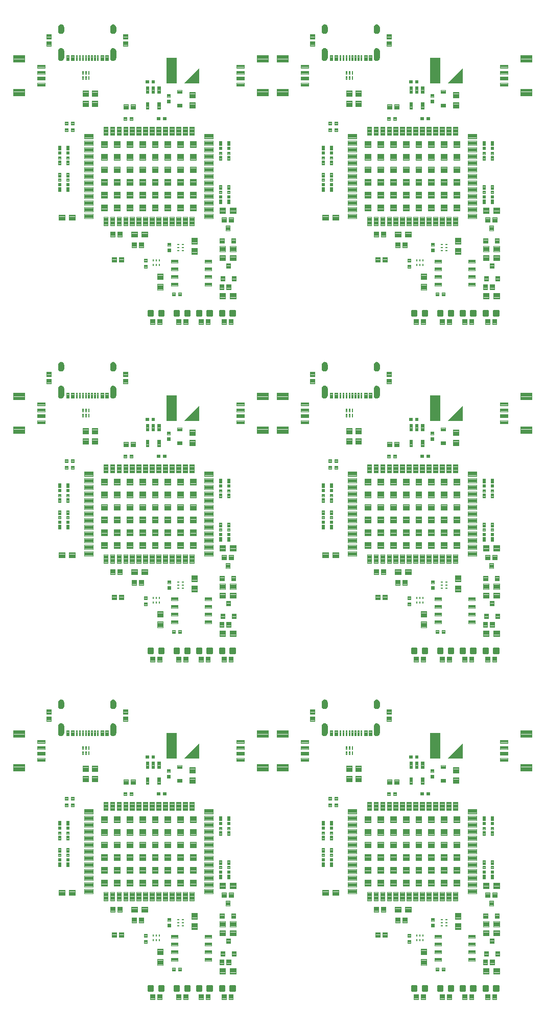
<source format=gtp>
G04 EAGLE Gerber RS-274X export*
G75*
%MOMM*%
%FSLAX34Y34*%
%LPD*%
%INSolderpaste Top*%
%IPPOS*%
%AMOC8*
5,1,8,0,0,1.08239X$1,22.5*%
G01*
%ADD10C,0.096000*%
%ADD11C,0.102000*%
%ADD12C,0.100800*%
%ADD13C,0.100000*%
%ADD14C,0.300000*%
%ADD15R,1.700000X4.200000*%
%ADD16C,0.099000*%
%ADD17C,0.102500*%
%ADD18C,0.104000*%
%ADD19R,0.240000X0.440000*%
%ADD20R,0.440000X0.240000*%

G36*
X312566Y1523626D02*
X312566Y1523626D01*
X312583Y1523623D01*
X312633Y1523645D01*
X312684Y1523660D01*
X312695Y1523673D01*
X312711Y1523680D01*
X312741Y1523725D01*
X312776Y1523765D01*
X312779Y1523782D01*
X312788Y1523797D01*
X312799Y1523870D01*
X312799Y1547870D01*
X312787Y1547912D01*
X312784Y1547956D01*
X312768Y1547978D01*
X312760Y1548004D01*
X312727Y1548033D01*
X312701Y1548068D01*
X312675Y1548078D01*
X312655Y1548096D01*
X312611Y1548103D01*
X312571Y1548118D01*
X312544Y1548113D01*
X312517Y1548117D01*
X312476Y1548099D01*
X312434Y1548090D01*
X312398Y1548064D01*
X312389Y1548060D01*
X312385Y1548055D01*
X312374Y1548046D01*
X288374Y1524046D01*
X288353Y1524008D01*
X288324Y1523975D01*
X288320Y1523948D01*
X288307Y1523924D01*
X288310Y1523880D01*
X288303Y1523837D01*
X288314Y1523812D01*
X288316Y1523784D01*
X288342Y1523749D01*
X288360Y1523709D01*
X288383Y1523694D01*
X288399Y1523672D01*
X288440Y1523656D01*
X288477Y1523632D01*
X288520Y1523625D01*
X288529Y1523622D01*
X288536Y1523623D01*
X288550Y1523621D01*
X312550Y1523621D01*
X312566Y1523626D01*
G37*
G36*
X749446Y1523626D02*
X749446Y1523626D01*
X749463Y1523623D01*
X749513Y1523645D01*
X749564Y1523660D01*
X749575Y1523673D01*
X749591Y1523680D01*
X749621Y1523725D01*
X749656Y1523765D01*
X749659Y1523782D01*
X749668Y1523797D01*
X749679Y1523870D01*
X749679Y1547870D01*
X749667Y1547912D01*
X749664Y1547956D01*
X749648Y1547978D01*
X749640Y1548004D01*
X749607Y1548033D01*
X749581Y1548068D01*
X749555Y1548078D01*
X749535Y1548096D01*
X749491Y1548103D01*
X749451Y1548118D01*
X749424Y1548113D01*
X749397Y1548117D01*
X749356Y1548099D01*
X749314Y1548090D01*
X749278Y1548064D01*
X749269Y1548060D01*
X749265Y1548055D01*
X749254Y1548046D01*
X725254Y1524046D01*
X725233Y1524008D01*
X725204Y1523975D01*
X725200Y1523948D01*
X725187Y1523924D01*
X725190Y1523880D01*
X725183Y1523837D01*
X725194Y1523812D01*
X725196Y1523784D01*
X725222Y1523749D01*
X725240Y1523709D01*
X725263Y1523694D01*
X725279Y1523672D01*
X725320Y1523656D01*
X725357Y1523632D01*
X725400Y1523625D01*
X725409Y1523622D01*
X725416Y1523623D01*
X725430Y1523621D01*
X749430Y1523621D01*
X749446Y1523626D01*
G37*
G36*
X312566Y964826D02*
X312566Y964826D01*
X312583Y964823D01*
X312633Y964845D01*
X312684Y964860D01*
X312695Y964873D01*
X312711Y964880D01*
X312741Y964925D01*
X312776Y964965D01*
X312779Y964982D01*
X312788Y964997D01*
X312799Y965070D01*
X312799Y989070D01*
X312787Y989112D01*
X312784Y989156D01*
X312768Y989178D01*
X312760Y989204D01*
X312727Y989233D01*
X312701Y989268D01*
X312675Y989278D01*
X312655Y989296D01*
X312611Y989303D01*
X312571Y989318D01*
X312544Y989313D01*
X312517Y989317D01*
X312476Y989299D01*
X312434Y989290D01*
X312398Y989264D01*
X312389Y989260D01*
X312385Y989255D01*
X312374Y989246D01*
X288374Y965246D01*
X288353Y965208D01*
X288324Y965175D01*
X288320Y965148D01*
X288307Y965124D01*
X288310Y965080D01*
X288303Y965037D01*
X288314Y965012D01*
X288316Y964984D01*
X288342Y964949D01*
X288360Y964909D01*
X288383Y964894D01*
X288399Y964872D01*
X288440Y964856D01*
X288477Y964832D01*
X288520Y964825D01*
X288529Y964822D01*
X288536Y964823D01*
X288550Y964821D01*
X312550Y964821D01*
X312566Y964826D01*
G37*
G36*
X749446Y964826D02*
X749446Y964826D01*
X749463Y964823D01*
X749513Y964845D01*
X749564Y964860D01*
X749575Y964873D01*
X749591Y964880D01*
X749621Y964925D01*
X749656Y964965D01*
X749659Y964982D01*
X749668Y964997D01*
X749679Y965070D01*
X749679Y989070D01*
X749667Y989112D01*
X749664Y989156D01*
X749648Y989178D01*
X749640Y989204D01*
X749607Y989233D01*
X749581Y989268D01*
X749555Y989278D01*
X749535Y989296D01*
X749491Y989303D01*
X749451Y989318D01*
X749424Y989313D01*
X749397Y989317D01*
X749356Y989299D01*
X749314Y989290D01*
X749278Y989264D01*
X749269Y989260D01*
X749265Y989255D01*
X749254Y989246D01*
X725254Y965246D01*
X725233Y965208D01*
X725204Y965175D01*
X725200Y965148D01*
X725187Y965124D01*
X725190Y965080D01*
X725183Y965037D01*
X725194Y965012D01*
X725196Y964984D01*
X725222Y964949D01*
X725240Y964909D01*
X725263Y964894D01*
X725279Y964872D01*
X725320Y964856D01*
X725357Y964832D01*
X725400Y964825D01*
X725409Y964822D01*
X725416Y964823D01*
X725430Y964821D01*
X749430Y964821D01*
X749446Y964826D01*
G37*
G36*
X749446Y406026D02*
X749446Y406026D01*
X749463Y406023D01*
X749513Y406045D01*
X749564Y406060D01*
X749575Y406073D01*
X749591Y406080D01*
X749621Y406125D01*
X749656Y406165D01*
X749659Y406182D01*
X749668Y406197D01*
X749679Y406270D01*
X749679Y430270D01*
X749667Y430312D01*
X749664Y430356D01*
X749648Y430378D01*
X749640Y430404D01*
X749607Y430433D01*
X749581Y430468D01*
X749555Y430478D01*
X749535Y430496D01*
X749491Y430503D01*
X749451Y430518D01*
X749424Y430513D01*
X749397Y430517D01*
X749356Y430499D01*
X749314Y430490D01*
X749278Y430464D01*
X749269Y430460D01*
X749265Y430455D01*
X749254Y430446D01*
X725254Y406446D01*
X725233Y406408D01*
X725204Y406375D01*
X725200Y406348D01*
X725187Y406324D01*
X725190Y406280D01*
X725183Y406237D01*
X725194Y406212D01*
X725196Y406184D01*
X725222Y406149D01*
X725240Y406109D01*
X725263Y406094D01*
X725279Y406072D01*
X725320Y406056D01*
X725357Y406032D01*
X725400Y406025D01*
X725409Y406022D01*
X725416Y406023D01*
X725430Y406021D01*
X749430Y406021D01*
X749446Y406026D01*
G37*
G36*
X312566Y406026D02*
X312566Y406026D01*
X312583Y406023D01*
X312633Y406045D01*
X312684Y406060D01*
X312695Y406073D01*
X312711Y406080D01*
X312741Y406125D01*
X312776Y406165D01*
X312779Y406182D01*
X312788Y406197D01*
X312799Y406270D01*
X312799Y430270D01*
X312787Y430312D01*
X312784Y430356D01*
X312768Y430378D01*
X312760Y430404D01*
X312727Y430433D01*
X312701Y430468D01*
X312675Y430478D01*
X312655Y430496D01*
X312611Y430503D01*
X312571Y430518D01*
X312544Y430513D01*
X312517Y430517D01*
X312476Y430499D01*
X312434Y430490D01*
X312398Y430464D01*
X312389Y430460D01*
X312385Y430455D01*
X312374Y430446D01*
X288374Y406446D01*
X288353Y406408D01*
X288324Y406375D01*
X288320Y406348D01*
X288307Y406324D01*
X288310Y406280D01*
X288303Y406237D01*
X288314Y406212D01*
X288316Y406184D01*
X288342Y406149D01*
X288360Y406109D01*
X288383Y406094D01*
X288399Y406072D01*
X288440Y406056D01*
X288477Y406032D01*
X288520Y406025D01*
X288529Y406022D01*
X288536Y406023D01*
X288550Y406021D01*
X312550Y406021D01*
X312566Y406026D01*
G37*
G36*
X84004Y1560809D02*
X84004Y1560809D01*
X84007Y1560805D01*
X85115Y1560975D01*
X85121Y1560981D01*
X85126Y1560978D01*
X86168Y1561390D01*
X86172Y1561397D01*
X86177Y1561395D01*
X87102Y1562029D01*
X87104Y1562037D01*
X87110Y1562036D01*
X87870Y1562860D01*
X87871Y1562868D01*
X87877Y1562868D01*
X88434Y1563840D01*
X88434Y1563844D01*
X88435Y1563845D01*
X88433Y1563847D01*
X88433Y1563848D01*
X88439Y1563850D01*
X88766Y1564922D01*
X88765Y1564927D01*
X88767Y1564928D01*
X88765Y1564931D01*
X88768Y1564933D01*
X88849Y1566050D01*
X88848Y1566053D01*
X88849Y1566054D01*
X88849Y1578054D01*
X88844Y1578061D01*
X88848Y1578065D01*
X88629Y1579009D01*
X88623Y1579015D01*
X88625Y1579020D01*
X88202Y1579892D01*
X88194Y1579895D01*
X88196Y1579901D01*
X87589Y1580657D01*
X87581Y1580659D01*
X87581Y1580665D01*
X86821Y1581266D01*
X86812Y1581266D01*
X86811Y1581272D01*
X85936Y1581690D01*
X85928Y1581688D01*
X85926Y1581693D01*
X84980Y1581906D01*
X84973Y1581902D01*
X84969Y1581907D01*
X84000Y1581903D01*
X83999Y1581903D01*
X82931Y1581884D01*
X82930Y1581884D01*
X82924Y1581880D01*
X82920Y1581883D01*
X81883Y1581627D01*
X81878Y1581620D01*
X81872Y1581623D01*
X80918Y1581142D01*
X80915Y1581135D01*
X80909Y1581136D01*
X80086Y1580455D01*
X80084Y1580447D01*
X80078Y1580447D01*
X79427Y1579600D01*
X79427Y1579592D01*
X79421Y1579591D01*
X78974Y1578620D01*
X78976Y1578612D01*
X78971Y1578610D01*
X78752Y1577564D01*
X78755Y1577557D01*
X78751Y1577554D01*
X78751Y1565554D01*
X78754Y1565549D01*
X78751Y1565546D01*
X78931Y1564451D01*
X78937Y1564445D01*
X78934Y1564440D01*
X79353Y1563412D01*
X79360Y1563408D01*
X79358Y1563403D01*
X79996Y1562494D01*
X80003Y1562492D01*
X80003Y1562486D01*
X80826Y1561742D01*
X80834Y1561741D01*
X80835Y1561735D01*
X81803Y1561193D01*
X81812Y1561194D01*
X81814Y1561188D01*
X82878Y1560875D01*
X82886Y1560878D01*
X82889Y1560873D01*
X83997Y1560805D01*
X84004Y1560809D01*
G37*
G36*
X520884Y1560809D02*
X520884Y1560809D01*
X520887Y1560805D01*
X521995Y1560975D01*
X522001Y1560981D01*
X522006Y1560978D01*
X523048Y1561390D01*
X523052Y1561397D01*
X523057Y1561395D01*
X523982Y1562029D01*
X523984Y1562037D01*
X523990Y1562036D01*
X524750Y1562860D01*
X524751Y1562868D01*
X524757Y1562868D01*
X525314Y1563840D01*
X525314Y1563844D01*
X525315Y1563845D01*
X525313Y1563847D01*
X525313Y1563848D01*
X525319Y1563850D01*
X525646Y1564922D01*
X525645Y1564927D01*
X525647Y1564928D01*
X525645Y1564931D01*
X525648Y1564933D01*
X525729Y1566050D01*
X525728Y1566053D01*
X525729Y1566054D01*
X525729Y1578054D01*
X525724Y1578061D01*
X525728Y1578065D01*
X525509Y1579009D01*
X525503Y1579015D01*
X525505Y1579020D01*
X525082Y1579892D01*
X525074Y1579895D01*
X525076Y1579901D01*
X524469Y1580657D01*
X524461Y1580659D01*
X524461Y1580665D01*
X523701Y1581266D01*
X523692Y1581266D01*
X523691Y1581272D01*
X522816Y1581690D01*
X522808Y1581688D01*
X522806Y1581693D01*
X521860Y1581906D01*
X521853Y1581902D01*
X521849Y1581907D01*
X520880Y1581903D01*
X520879Y1581903D01*
X519811Y1581884D01*
X519810Y1581884D01*
X519804Y1581880D01*
X519800Y1581883D01*
X518763Y1581627D01*
X518758Y1581620D01*
X518752Y1581623D01*
X517798Y1581142D01*
X517795Y1581135D01*
X517789Y1581136D01*
X516966Y1580455D01*
X516964Y1580447D01*
X516958Y1580447D01*
X516307Y1579600D01*
X516307Y1579592D01*
X516301Y1579591D01*
X515854Y1578620D01*
X515856Y1578612D01*
X515851Y1578610D01*
X515632Y1577564D01*
X515635Y1577557D01*
X515631Y1577554D01*
X515631Y1565554D01*
X515634Y1565549D01*
X515631Y1565546D01*
X515811Y1564451D01*
X515817Y1564445D01*
X515814Y1564440D01*
X516233Y1563412D01*
X516240Y1563408D01*
X516238Y1563403D01*
X516876Y1562494D01*
X516883Y1562492D01*
X516883Y1562486D01*
X517706Y1561742D01*
X517714Y1561741D01*
X517715Y1561735D01*
X518683Y1561193D01*
X518692Y1561194D01*
X518694Y1561188D01*
X519758Y1560875D01*
X519766Y1560878D01*
X519769Y1560873D01*
X520877Y1560805D01*
X520884Y1560809D01*
G37*
G36*
X520884Y1002009D02*
X520884Y1002009D01*
X520887Y1002005D01*
X521995Y1002175D01*
X522001Y1002181D01*
X522006Y1002178D01*
X523048Y1002590D01*
X523052Y1002597D01*
X523057Y1002595D01*
X523982Y1003229D01*
X523984Y1003237D01*
X523990Y1003236D01*
X524750Y1004060D01*
X524751Y1004068D01*
X524757Y1004068D01*
X525314Y1005040D01*
X525314Y1005044D01*
X525315Y1005045D01*
X525313Y1005047D01*
X525313Y1005048D01*
X525319Y1005050D01*
X525646Y1006122D01*
X525645Y1006127D01*
X525647Y1006128D01*
X525645Y1006131D01*
X525648Y1006133D01*
X525729Y1007250D01*
X525728Y1007253D01*
X525729Y1007254D01*
X525729Y1019254D01*
X525724Y1019261D01*
X525728Y1019265D01*
X525509Y1020209D01*
X525503Y1020215D01*
X525505Y1020220D01*
X525082Y1021092D01*
X525074Y1021095D01*
X525076Y1021101D01*
X524469Y1021857D01*
X524461Y1021859D01*
X524461Y1021865D01*
X523701Y1022466D01*
X523692Y1022466D01*
X523691Y1022472D01*
X522816Y1022890D01*
X522808Y1022888D01*
X522806Y1022893D01*
X521860Y1023106D01*
X521853Y1023102D01*
X521849Y1023107D01*
X520880Y1023103D01*
X520879Y1023103D01*
X519811Y1023084D01*
X519810Y1023084D01*
X519804Y1023080D01*
X519800Y1023083D01*
X518763Y1022827D01*
X518758Y1022820D01*
X518752Y1022823D01*
X517798Y1022342D01*
X517795Y1022335D01*
X517789Y1022336D01*
X516966Y1021655D01*
X516964Y1021647D01*
X516958Y1021647D01*
X516307Y1020800D01*
X516307Y1020792D01*
X516301Y1020791D01*
X515854Y1019820D01*
X515856Y1019812D01*
X515851Y1019810D01*
X515632Y1018764D01*
X515635Y1018757D01*
X515631Y1018754D01*
X515631Y1006754D01*
X515634Y1006749D01*
X515631Y1006746D01*
X515811Y1005651D01*
X515817Y1005645D01*
X515814Y1005640D01*
X516233Y1004612D01*
X516240Y1004608D01*
X516238Y1004603D01*
X516876Y1003694D01*
X516883Y1003692D01*
X516883Y1003686D01*
X517706Y1002942D01*
X517714Y1002941D01*
X517715Y1002935D01*
X518683Y1002393D01*
X518692Y1002394D01*
X518694Y1002388D01*
X519758Y1002075D01*
X519766Y1002078D01*
X519769Y1002073D01*
X520877Y1002005D01*
X520884Y1002009D01*
G37*
G36*
X84004Y1002009D02*
X84004Y1002009D01*
X84007Y1002005D01*
X85115Y1002175D01*
X85121Y1002181D01*
X85126Y1002178D01*
X86168Y1002590D01*
X86172Y1002597D01*
X86177Y1002595D01*
X87102Y1003229D01*
X87104Y1003237D01*
X87110Y1003236D01*
X87870Y1004060D01*
X87871Y1004068D01*
X87877Y1004068D01*
X88434Y1005040D01*
X88434Y1005044D01*
X88435Y1005045D01*
X88433Y1005047D01*
X88433Y1005048D01*
X88439Y1005050D01*
X88766Y1006122D01*
X88765Y1006127D01*
X88767Y1006128D01*
X88765Y1006131D01*
X88768Y1006133D01*
X88849Y1007250D01*
X88848Y1007253D01*
X88849Y1007254D01*
X88849Y1019254D01*
X88844Y1019261D01*
X88848Y1019265D01*
X88629Y1020209D01*
X88623Y1020215D01*
X88625Y1020220D01*
X88202Y1021092D01*
X88194Y1021095D01*
X88196Y1021101D01*
X87589Y1021857D01*
X87581Y1021859D01*
X87581Y1021865D01*
X86821Y1022466D01*
X86812Y1022466D01*
X86811Y1022472D01*
X85936Y1022890D01*
X85928Y1022888D01*
X85926Y1022893D01*
X84980Y1023106D01*
X84973Y1023102D01*
X84969Y1023107D01*
X84000Y1023103D01*
X83999Y1023103D01*
X82931Y1023084D01*
X82930Y1023084D01*
X82924Y1023080D01*
X82920Y1023083D01*
X81883Y1022827D01*
X81878Y1022820D01*
X81872Y1022823D01*
X80918Y1022342D01*
X80915Y1022335D01*
X80909Y1022336D01*
X80086Y1021655D01*
X80084Y1021647D01*
X80078Y1021647D01*
X79427Y1020800D01*
X79427Y1020792D01*
X79421Y1020791D01*
X78974Y1019820D01*
X78976Y1019812D01*
X78971Y1019810D01*
X78752Y1018764D01*
X78755Y1018757D01*
X78751Y1018754D01*
X78751Y1006754D01*
X78754Y1006749D01*
X78751Y1006746D01*
X78931Y1005651D01*
X78937Y1005645D01*
X78934Y1005640D01*
X79353Y1004612D01*
X79360Y1004608D01*
X79358Y1004603D01*
X79996Y1003694D01*
X80003Y1003692D01*
X80003Y1003686D01*
X80826Y1002942D01*
X80834Y1002941D01*
X80835Y1002935D01*
X81803Y1002393D01*
X81812Y1002394D01*
X81814Y1002388D01*
X82878Y1002075D01*
X82886Y1002078D01*
X82889Y1002073D01*
X83997Y1002005D01*
X84004Y1002009D01*
G37*
G36*
X84004Y443209D02*
X84004Y443209D01*
X84007Y443205D01*
X85115Y443375D01*
X85121Y443381D01*
X85126Y443378D01*
X86168Y443790D01*
X86172Y443797D01*
X86177Y443795D01*
X87102Y444429D01*
X87104Y444437D01*
X87110Y444436D01*
X87870Y445260D01*
X87871Y445268D01*
X87877Y445268D01*
X88434Y446240D01*
X88434Y446244D01*
X88435Y446245D01*
X88433Y446247D01*
X88433Y446248D01*
X88439Y446250D01*
X88766Y447322D01*
X88765Y447327D01*
X88767Y447328D01*
X88765Y447331D01*
X88768Y447333D01*
X88849Y448450D01*
X88848Y448453D01*
X88849Y448454D01*
X88849Y460454D01*
X88844Y460461D01*
X88848Y460465D01*
X88629Y461409D01*
X88623Y461415D01*
X88625Y461420D01*
X88202Y462292D01*
X88194Y462295D01*
X88196Y462301D01*
X87589Y463057D01*
X87581Y463059D01*
X87581Y463065D01*
X86821Y463666D01*
X86812Y463666D01*
X86811Y463672D01*
X85936Y464090D01*
X85928Y464088D01*
X85926Y464093D01*
X84980Y464306D01*
X84973Y464302D01*
X84969Y464307D01*
X84000Y464303D01*
X83999Y464303D01*
X82931Y464284D01*
X82930Y464284D01*
X82924Y464280D01*
X82920Y464283D01*
X81883Y464027D01*
X81878Y464020D01*
X81872Y464023D01*
X80918Y463542D01*
X80915Y463535D01*
X80909Y463536D01*
X80086Y462855D01*
X80084Y462847D01*
X80078Y462847D01*
X79427Y462000D01*
X79427Y461992D01*
X79421Y461991D01*
X78974Y461020D01*
X78976Y461012D01*
X78971Y461010D01*
X78752Y459964D01*
X78755Y459957D01*
X78751Y459954D01*
X78751Y447954D01*
X78754Y447949D01*
X78751Y447946D01*
X78931Y446851D01*
X78937Y446845D01*
X78934Y446840D01*
X79353Y445812D01*
X79360Y445808D01*
X79358Y445803D01*
X79996Y444894D01*
X80003Y444892D01*
X80003Y444886D01*
X80826Y444142D01*
X80834Y444141D01*
X80835Y444135D01*
X81803Y443593D01*
X81812Y443594D01*
X81814Y443588D01*
X82878Y443275D01*
X82886Y443278D01*
X82889Y443273D01*
X83997Y443205D01*
X84004Y443209D01*
G37*
G36*
X520884Y443209D02*
X520884Y443209D01*
X520887Y443205D01*
X521995Y443375D01*
X522001Y443381D01*
X522006Y443378D01*
X523048Y443790D01*
X523052Y443797D01*
X523057Y443795D01*
X523982Y444429D01*
X523984Y444437D01*
X523990Y444436D01*
X524750Y445260D01*
X524751Y445268D01*
X524757Y445268D01*
X525314Y446240D01*
X525314Y446244D01*
X525315Y446245D01*
X525313Y446247D01*
X525313Y446248D01*
X525319Y446250D01*
X525646Y447322D01*
X525645Y447327D01*
X525647Y447328D01*
X525645Y447331D01*
X525648Y447333D01*
X525729Y448450D01*
X525728Y448453D01*
X525729Y448454D01*
X525729Y460454D01*
X525724Y460461D01*
X525728Y460465D01*
X525509Y461409D01*
X525503Y461415D01*
X525505Y461420D01*
X525082Y462292D01*
X525074Y462295D01*
X525076Y462301D01*
X524469Y463057D01*
X524461Y463059D01*
X524461Y463065D01*
X523701Y463666D01*
X523692Y463666D01*
X523691Y463672D01*
X522816Y464090D01*
X522808Y464088D01*
X522806Y464093D01*
X521860Y464306D01*
X521853Y464302D01*
X521849Y464307D01*
X520880Y464303D01*
X520879Y464303D01*
X519811Y464284D01*
X519810Y464284D01*
X519804Y464280D01*
X519800Y464283D01*
X518763Y464027D01*
X518758Y464020D01*
X518752Y464023D01*
X517798Y463542D01*
X517795Y463535D01*
X517789Y463536D01*
X516966Y462855D01*
X516964Y462847D01*
X516958Y462847D01*
X516307Y462000D01*
X516307Y461992D01*
X516301Y461991D01*
X515854Y461020D01*
X515856Y461012D01*
X515851Y461010D01*
X515632Y459964D01*
X515635Y459957D01*
X515631Y459954D01*
X515631Y447954D01*
X515634Y447949D01*
X515631Y447946D01*
X515811Y446851D01*
X515817Y446845D01*
X515814Y446840D01*
X516233Y445812D01*
X516240Y445808D01*
X516238Y445803D01*
X516876Y444894D01*
X516883Y444892D01*
X516883Y444886D01*
X517706Y444142D01*
X517714Y444141D01*
X517715Y444135D01*
X518683Y443593D01*
X518692Y443594D01*
X518694Y443588D01*
X519758Y443275D01*
X519766Y443278D01*
X519769Y443273D01*
X520877Y443205D01*
X520884Y443209D01*
G37*
G36*
X170502Y1560808D02*
X170502Y1560808D01*
X170506Y1560805D01*
X171551Y1560923D01*
X171557Y1560929D01*
X171562Y1560925D01*
X172556Y1561273D01*
X172560Y1561280D01*
X172565Y1561278D01*
X173457Y1561838D01*
X173460Y1561845D01*
X173465Y1561845D01*
X174209Y1562589D01*
X174211Y1562597D01*
X174216Y1562597D01*
X174776Y1563489D01*
X174776Y1563496D01*
X174777Y1563497D01*
X174781Y1563498D01*
X175129Y1564492D01*
X175126Y1564500D01*
X175131Y1564503D01*
X175249Y1565549D01*
X175247Y1565552D01*
X175249Y1565554D01*
X175249Y1577554D01*
X175246Y1577559D01*
X175249Y1577562D01*
X175091Y1578558D01*
X175085Y1578564D01*
X175088Y1578569D01*
X174713Y1579505D01*
X174706Y1579509D01*
X174708Y1579515D01*
X174134Y1580344D01*
X174126Y1580347D01*
X174127Y1580352D01*
X173383Y1581033D01*
X173374Y1581034D01*
X173374Y1581040D01*
X172497Y1581538D01*
X172489Y1581537D01*
X172486Y1581542D01*
X171521Y1581833D01*
X171513Y1581830D01*
X171510Y1581835D01*
X170503Y1581903D01*
X170501Y1581902D01*
X170500Y1581903D01*
X169419Y1581894D01*
X169412Y1581889D01*
X169408Y1581893D01*
X168356Y1581644D01*
X168351Y1581637D01*
X168346Y1581640D01*
X167376Y1581163D01*
X167373Y1581155D01*
X167367Y1581157D01*
X166528Y1580476D01*
X166526Y1580468D01*
X166520Y1580468D01*
X165854Y1579618D01*
X165853Y1579609D01*
X165848Y1579608D01*
X165387Y1578631D01*
X165389Y1578623D01*
X165384Y1578620D01*
X165152Y1577565D01*
X165155Y1577557D01*
X165151Y1577554D01*
X165151Y1565554D01*
X165155Y1565549D01*
X165151Y1565546D01*
X165344Y1564440D01*
X165350Y1564435D01*
X165347Y1564430D01*
X165780Y1563395D01*
X165787Y1563391D01*
X165785Y1563386D01*
X166438Y1562473D01*
X166446Y1562471D01*
X166445Y1562465D01*
X167284Y1561721D01*
X167293Y1561720D01*
X167293Y1561715D01*
X168277Y1561176D01*
X168285Y1561177D01*
X168287Y1561172D01*
X169366Y1560865D01*
X169374Y1560868D01*
X169377Y1560863D01*
X170497Y1560805D01*
X170502Y1560808D01*
G37*
G36*
X607382Y1560808D02*
X607382Y1560808D01*
X607386Y1560805D01*
X608431Y1560923D01*
X608437Y1560929D01*
X608442Y1560925D01*
X609436Y1561273D01*
X609440Y1561280D01*
X609445Y1561278D01*
X610337Y1561838D01*
X610340Y1561845D01*
X610345Y1561845D01*
X611089Y1562589D01*
X611091Y1562597D01*
X611096Y1562597D01*
X611656Y1563489D01*
X611656Y1563496D01*
X611657Y1563497D01*
X611661Y1563498D01*
X612009Y1564492D01*
X612006Y1564500D01*
X612011Y1564503D01*
X612129Y1565549D01*
X612127Y1565552D01*
X612129Y1565554D01*
X612129Y1577554D01*
X612126Y1577559D01*
X612129Y1577562D01*
X611971Y1578558D01*
X611965Y1578564D01*
X611968Y1578569D01*
X611593Y1579505D01*
X611586Y1579509D01*
X611588Y1579515D01*
X611014Y1580344D01*
X611006Y1580347D01*
X611007Y1580352D01*
X610263Y1581033D01*
X610254Y1581034D01*
X610254Y1581040D01*
X609377Y1581538D01*
X609369Y1581537D01*
X609366Y1581542D01*
X608401Y1581833D01*
X608393Y1581830D01*
X608390Y1581835D01*
X607383Y1581903D01*
X607381Y1581902D01*
X607380Y1581903D01*
X606299Y1581894D01*
X606292Y1581889D01*
X606288Y1581893D01*
X605236Y1581644D01*
X605231Y1581637D01*
X605226Y1581640D01*
X604256Y1581163D01*
X604253Y1581155D01*
X604247Y1581157D01*
X603408Y1580476D01*
X603406Y1580468D01*
X603400Y1580468D01*
X602734Y1579618D01*
X602733Y1579609D01*
X602728Y1579608D01*
X602267Y1578631D01*
X602269Y1578623D01*
X602264Y1578620D01*
X602032Y1577565D01*
X602035Y1577557D01*
X602031Y1577554D01*
X602031Y1565554D01*
X602035Y1565549D01*
X602031Y1565546D01*
X602224Y1564440D01*
X602230Y1564435D01*
X602227Y1564430D01*
X602660Y1563395D01*
X602667Y1563391D01*
X602665Y1563386D01*
X603318Y1562473D01*
X603326Y1562471D01*
X603325Y1562465D01*
X604164Y1561721D01*
X604173Y1561720D01*
X604173Y1561715D01*
X605157Y1561176D01*
X605165Y1561177D01*
X605167Y1561172D01*
X606246Y1560865D01*
X606254Y1560868D01*
X606257Y1560863D01*
X607377Y1560805D01*
X607382Y1560808D01*
G37*
G36*
X170502Y1002008D02*
X170502Y1002008D01*
X170506Y1002005D01*
X171551Y1002123D01*
X171557Y1002129D01*
X171562Y1002125D01*
X172556Y1002473D01*
X172560Y1002480D01*
X172565Y1002478D01*
X173457Y1003038D01*
X173460Y1003045D01*
X173465Y1003045D01*
X174209Y1003789D01*
X174211Y1003797D01*
X174216Y1003797D01*
X174776Y1004689D01*
X174776Y1004696D01*
X174777Y1004697D01*
X174781Y1004698D01*
X175129Y1005692D01*
X175126Y1005700D01*
X175131Y1005703D01*
X175249Y1006749D01*
X175247Y1006752D01*
X175249Y1006754D01*
X175249Y1018754D01*
X175246Y1018759D01*
X175249Y1018762D01*
X175091Y1019758D01*
X175085Y1019764D01*
X175088Y1019769D01*
X174713Y1020705D01*
X174706Y1020709D01*
X174708Y1020715D01*
X174134Y1021544D01*
X174126Y1021547D01*
X174127Y1021552D01*
X173383Y1022233D01*
X173374Y1022234D01*
X173374Y1022240D01*
X172497Y1022738D01*
X172489Y1022737D01*
X172486Y1022742D01*
X171521Y1023033D01*
X171513Y1023030D01*
X171510Y1023035D01*
X170503Y1023103D01*
X170501Y1023102D01*
X170500Y1023103D01*
X169419Y1023094D01*
X169412Y1023089D01*
X169408Y1023093D01*
X168356Y1022844D01*
X168351Y1022837D01*
X168346Y1022840D01*
X167376Y1022363D01*
X167373Y1022355D01*
X167367Y1022357D01*
X166528Y1021676D01*
X166526Y1021668D01*
X166520Y1021668D01*
X165854Y1020818D01*
X165853Y1020809D01*
X165848Y1020808D01*
X165387Y1019831D01*
X165389Y1019823D01*
X165384Y1019820D01*
X165152Y1018765D01*
X165155Y1018757D01*
X165151Y1018754D01*
X165151Y1006754D01*
X165155Y1006749D01*
X165151Y1006746D01*
X165344Y1005640D01*
X165350Y1005635D01*
X165347Y1005630D01*
X165780Y1004595D01*
X165787Y1004591D01*
X165785Y1004586D01*
X166438Y1003673D01*
X166446Y1003671D01*
X166445Y1003665D01*
X167284Y1002921D01*
X167293Y1002920D01*
X167293Y1002915D01*
X168277Y1002376D01*
X168285Y1002377D01*
X168287Y1002372D01*
X169366Y1002065D01*
X169374Y1002068D01*
X169377Y1002063D01*
X170497Y1002005D01*
X170502Y1002008D01*
G37*
G36*
X607382Y1002008D02*
X607382Y1002008D01*
X607386Y1002005D01*
X608431Y1002123D01*
X608437Y1002129D01*
X608442Y1002125D01*
X609436Y1002473D01*
X609440Y1002480D01*
X609445Y1002478D01*
X610337Y1003038D01*
X610340Y1003045D01*
X610345Y1003045D01*
X611089Y1003789D01*
X611091Y1003797D01*
X611096Y1003797D01*
X611656Y1004689D01*
X611656Y1004696D01*
X611657Y1004697D01*
X611661Y1004698D01*
X612009Y1005692D01*
X612006Y1005700D01*
X612011Y1005703D01*
X612129Y1006749D01*
X612127Y1006752D01*
X612129Y1006754D01*
X612129Y1018754D01*
X612126Y1018759D01*
X612129Y1018762D01*
X611971Y1019758D01*
X611965Y1019764D01*
X611968Y1019769D01*
X611593Y1020705D01*
X611586Y1020709D01*
X611588Y1020715D01*
X611014Y1021544D01*
X611006Y1021547D01*
X611007Y1021552D01*
X610263Y1022233D01*
X610254Y1022234D01*
X610254Y1022240D01*
X609377Y1022738D01*
X609369Y1022737D01*
X609366Y1022742D01*
X608401Y1023033D01*
X608393Y1023030D01*
X608390Y1023035D01*
X607383Y1023103D01*
X607381Y1023102D01*
X607380Y1023103D01*
X606299Y1023094D01*
X606292Y1023089D01*
X606288Y1023093D01*
X605236Y1022844D01*
X605231Y1022837D01*
X605226Y1022840D01*
X604256Y1022363D01*
X604253Y1022355D01*
X604247Y1022357D01*
X603408Y1021676D01*
X603406Y1021668D01*
X603400Y1021668D01*
X602734Y1020818D01*
X602733Y1020809D01*
X602728Y1020808D01*
X602267Y1019831D01*
X602269Y1019823D01*
X602264Y1019820D01*
X602032Y1018765D01*
X602035Y1018757D01*
X602031Y1018754D01*
X602031Y1006754D01*
X602035Y1006749D01*
X602031Y1006746D01*
X602224Y1005640D01*
X602230Y1005635D01*
X602227Y1005630D01*
X602660Y1004595D01*
X602667Y1004591D01*
X602665Y1004586D01*
X603318Y1003673D01*
X603326Y1003671D01*
X603325Y1003665D01*
X604164Y1002921D01*
X604173Y1002920D01*
X604173Y1002915D01*
X605157Y1002376D01*
X605165Y1002377D01*
X605167Y1002372D01*
X606246Y1002065D01*
X606254Y1002068D01*
X606257Y1002063D01*
X607377Y1002005D01*
X607382Y1002008D01*
G37*
G36*
X607382Y443208D02*
X607382Y443208D01*
X607386Y443205D01*
X608431Y443323D01*
X608437Y443329D01*
X608442Y443325D01*
X609436Y443673D01*
X609440Y443680D01*
X609445Y443678D01*
X610337Y444238D01*
X610340Y444245D01*
X610345Y444245D01*
X611089Y444989D01*
X611091Y444997D01*
X611096Y444997D01*
X611656Y445889D01*
X611656Y445896D01*
X611657Y445897D01*
X611661Y445898D01*
X612009Y446892D01*
X612006Y446900D01*
X612011Y446903D01*
X612129Y447949D01*
X612127Y447952D01*
X612129Y447954D01*
X612129Y459954D01*
X612126Y459959D01*
X612129Y459962D01*
X611971Y460958D01*
X611965Y460964D01*
X611968Y460969D01*
X611593Y461905D01*
X611586Y461909D01*
X611588Y461915D01*
X611014Y462744D01*
X611006Y462747D01*
X611007Y462752D01*
X610263Y463433D01*
X610254Y463434D01*
X610254Y463440D01*
X609377Y463938D01*
X609369Y463937D01*
X609366Y463942D01*
X608401Y464233D01*
X608393Y464230D01*
X608390Y464235D01*
X607383Y464303D01*
X607381Y464302D01*
X607380Y464303D01*
X606299Y464294D01*
X606292Y464289D01*
X606288Y464293D01*
X605236Y464044D01*
X605231Y464037D01*
X605226Y464040D01*
X604256Y463563D01*
X604253Y463555D01*
X604247Y463557D01*
X603408Y462876D01*
X603406Y462868D01*
X603400Y462868D01*
X602734Y462018D01*
X602733Y462009D01*
X602728Y462008D01*
X602267Y461031D01*
X602269Y461023D01*
X602264Y461020D01*
X602032Y459965D01*
X602035Y459957D01*
X602031Y459954D01*
X602031Y447954D01*
X602035Y447949D01*
X602031Y447946D01*
X602224Y446840D01*
X602230Y446835D01*
X602227Y446830D01*
X602660Y445795D01*
X602667Y445791D01*
X602665Y445786D01*
X603318Y444873D01*
X603326Y444871D01*
X603325Y444865D01*
X604164Y444121D01*
X604173Y444120D01*
X604173Y444115D01*
X605157Y443576D01*
X605165Y443577D01*
X605167Y443572D01*
X606246Y443265D01*
X606254Y443268D01*
X606257Y443263D01*
X607377Y443205D01*
X607382Y443208D01*
G37*
G36*
X170502Y443208D02*
X170502Y443208D01*
X170506Y443205D01*
X171551Y443323D01*
X171557Y443329D01*
X171562Y443325D01*
X172556Y443673D01*
X172560Y443680D01*
X172565Y443678D01*
X173457Y444238D01*
X173460Y444245D01*
X173465Y444245D01*
X174209Y444989D01*
X174211Y444997D01*
X174216Y444997D01*
X174776Y445889D01*
X174776Y445896D01*
X174777Y445897D01*
X174781Y445898D01*
X175129Y446892D01*
X175126Y446900D01*
X175131Y446903D01*
X175249Y447949D01*
X175247Y447952D01*
X175249Y447954D01*
X175249Y459954D01*
X175246Y459959D01*
X175249Y459962D01*
X175091Y460958D01*
X175085Y460964D01*
X175088Y460969D01*
X174713Y461905D01*
X174706Y461909D01*
X174708Y461915D01*
X174134Y462744D01*
X174126Y462747D01*
X174127Y462752D01*
X173383Y463433D01*
X173374Y463434D01*
X173374Y463440D01*
X172497Y463938D01*
X172489Y463937D01*
X172486Y463942D01*
X171521Y464233D01*
X171513Y464230D01*
X171510Y464235D01*
X170503Y464303D01*
X170501Y464302D01*
X170500Y464303D01*
X169419Y464294D01*
X169412Y464289D01*
X169408Y464293D01*
X168356Y464044D01*
X168351Y464037D01*
X168346Y464040D01*
X167376Y463563D01*
X167373Y463555D01*
X167367Y463557D01*
X166528Y462876D01*
X166526Y462868D01*
X166520Y462868D01*
X165854Y462018D01*
X165853Y462009D01*
X165848Y462008D01*
X165387Y461031D01*
X165389Y461023D01*
X165384Y461020D01*
X165152Y459965D01*
X165155Y459957D01*
X165151Y459954D01*
X165151Y447954D01*
X165155Y447949D01*
X165151Y447946D01*
X165344Y446840D01*
X165350Y446835D01*
X165347Y446830D01*
X165780Y445795D01*
X165787Y445791D01*
X165785Y445786D01*
X166438Y444873D01*
X166446Y444871D01*
X166445Y444865D01*
X167284Y444121D01*
X167293Y444120D01*
X167293Y444115D01*
X168277Y443576D01*
X168285Y443577D01*
X168287Y443572D01*
X169366Y443265D01*
X169374Y443268D01*
X169377Y443263D01*
X170497Y443205D01*
X170502Y443208D01*
G37*
G36*
X84004Y1605310D02*
X84004Y1605310D01*
X84009Y1605306D01*
X85146Y1605513D01*
X85152Y1605519D01*
X85157Y1605516D01*
X86219Y1605971D01*
X86223Y1605978D01*
X86229Y1605976D01*
X87164Y1606656D01*
X87166Y1606664D01*
X87172Y1606663D01*
X87932Y1607534D01*
X87932Y1607542D01*
X87938Y1607543D01*
X88485Y1608562D01*
X88484Y1608570D01*
X88489Y1608572D01*
X88495Y1608591D01*
X88508Y1608640D01*
X88522Y1608690D01*
X88535Y1608739D01*
X88549Y1608788D01*
X88562Y1608837D01*
X88563Y1608837D01*
X88562Y1608837D01*
X88576Y1608887D01*
X88590Y1608936D01*
X88603Y1608985D01*
X88617Y1609034D01*
X88630Y1609084D01*
X88644Y1609133D01*
X88657Y1609182D01*
X88671Y1609231D01*
X88685Y1609281D01*
X88698Y1609330D01*
X88712Y1609379D01*
X88796Y1609686D01*
X88793Y1609694D01*
X88798Y1609697D01*
X88849Y1610852D01*
X88848Y1610853D01*
X88849Y1610854D01*
X88849Y1616854D01*
X88845Y1616860D01*
X88848Y1616863D01*
X88636Y1617944D01*
X88630Y1617949D01*
X88633Y1617954D01*
X88186Y1618960D01*
X88179Y1618964D01*
X88181Y1618970D01*
X87521Y1619851D01*
X87513Y1619854D01*
X87513Y1619859D01*
X86674Y1620572D01*
X86666Y1620572D01*
X86665Y1620578D01*
X85688Y1621086D01*
X85680Y1621085D01*
X85678Y1621090D01*
X84613Y1621368D01*
X84605Y1621365D01*
X84602Y1621369D01*
X83502Y1621403D01*
X83496Y1621400D01*
X83493Y1621403D01*
X82418Y1621248D01*
X82412Y1621242D01*
X82407Y1621245D01*
X81393Y1620855D01*
X81389Y1620848D01*
X81383Y1620850D01*
X80481Y1620243D01*
X80479Y1620235D01*
X80473Y1620236D01*
X79729Y1619444D01*
X79728Y1619436D01*
X79722Y1619436D01*
X79173Y1618498D01*
X79174Y1618490D01*
X79168Y1618488D01*
X78841Y1617452D01*
X78844Y1617444D01*
X78839Y1617441D01*
X78751Y1616358D01*
X78753Y1616355D01*
X78751Y1616354D01*
X78751Y1610354D01*
X78754Y1610350D01*
X78751Y1610348D01*
X78901Y1609215D01*
X78907Y1609209D01*
X78904Y1609204D01*
X79302Y1608134D01*
X79309Y1608130D01*
X79307Y1608124D01*
X79934Y1607169D01*
X79942Y1607166D01*
X79941Y1607161D01*
X80764Y1606369D01*
X80772Y1606368D01*
X80773Y1606362D01*
X81752Y1605773D01*
X81760Y1605774D01*
X81762Y1605769D01*
X82847Y1605413D01*
X82855Y1605416D01*
X82858Y1605411D01*
X83995Y1605305D01*
X84004Y1605310D01*
G37*
G36*
X520884Y1605310D02*
X520884Y1605310D01*
X520889Y1605306D01*
X522026Y1605513D01*
X522032Y1605519D01*
X522037Y1605516D01*
X523099Y1605971D01*
X523103Y1605978D01*
X523109Y1605976D01*
X524044Y1606656D01*
X524046Y1606664D01*
X524052Y1606663D01*
X524812Y1607534D01*
X524812Y1607542D01*
X524818Y1607543D01*
X525365Y1608562D01*
X525364Y1608570D01*
X525369Y1608572D01*
X525375Y1608591D01*
X525388Y1608640D01*
X525402Y1608690D01*
X525415Y1608739D01*
X525429Y1608788D01*
X525442Y1608837D01*
X525443Y1608837D01*
X525442Y1608837D01*
X525456Y1608887D01*
X525470Y1608936D01*
X525483Y1608985D01*
X525497Y1609034D01*
X525510Y1609084D01*
X525524Y1609133D01*
X525537Y1609182D01*
X525551Y1609231D01*
X525565Y1609281D01*
X525578Y1609330D01*
X525592Y1609379D01*
X525676Y1609686D01*
X525673Y1609694D01*
X525678Y1609697D01*
X525729Y1610852D01*
X525728Y1610853D01*
X525729Y1610854D01*
X525729Y1616854D01*
X525725Y1616860D01*
X525728Y1616863D01*
X525516Y1617944D01*
X525510Y1617949D01*
X525513Y1617954D01*
X525066Y1618960D01*
X525059Y1618964D01*
X525061Y1618970D01*
X524401Y1619851D01*
X524393Y1619854D01*
X524393Y1619859D01*
X523554Y1620572D01*
X523546Y1620572D01*
X523545Y1620578D01*
X522568Y1621086D01*
X522560Y1621085D01*
X522558Y1621090D01*
X521493Y1621368D01*
X521485Y1621365D01*
X521482Y1621369D01*
X520382Y1621403D01*
X520376Y1621400D01*
X520373Y1621403D01*
X519298Y1621248D01*
X519292Y1621242D01*
X519287Y1621245D01*
X518273Y1620855D01*
X518269Y1620848D01*
X518263Y1620850D01*
X517361Y1620243D01*
X517359Y1620235D01*
X517353Y1620236D01*
X516609Y1619444D01*
X516608Y1619436D01*
X516602Y1619436D01*
X516053Y1618498D01*
X516054Y1618490D01*
X516048Y1618488D01*
X515721Y1617452D01*
X515724Y1617444D01*
X515719Y1617441D01*
X515631Y1616358D01*
X515633Y1616355D01*
X515631Y1616354D01*
X515631Y1610354D01*
X515634Y1610350D01*
X515631Y1610348D01*
X515781Y1609215D01*
X515787Y1609209D01*
X515784Y1609204D01*
X516182Y1608134D01*
X516189Y1608130D01*
X516187Y1608124D01*
X516814Y1607169D01*
X516822Y1607166D01*
X516821Y1607161D01*
X517644Y1606369D01*
X517652Y1606368D01*
X517653Y1606362D01*
X518632Y1605773D01*
X518640Y1605774D01*
X518642Y1605769D01*
X519727Y1605413D01*
X519735Y1605416D01*
X519738Y1605411D01*
X520875Y1605305D01*
X520884Y1605310D01*
G37*
G36*
X84004Y1046510D02*
X84004Y1046510D01*
X84009Y1046506D01*
X85146Y1046713D01*
X85152Y1046719D01*
X85157Y1046716D01*
X86219Y1047171D01*
X86223Y1047178D01*
X86229Y1047176D01*
X87164Y1047856D01*
X87166Y1047864D01*
X87172Y1047863D01*
X87932Y1048734D01*
X87932Y1048742D01*
X87938Y1048743D01*
X88485Y1049762D01*
X88484Y1049770D01*
X88489Y1049772D01*
X88495Y1049791D01*
X88508Y1049840D01*
X88522Y1049890D01*
X88535Y1049939D01*
X88549Y1049988D01*
X88562Y1050037D01*
X88563Y1050037D01*
X88562Y1050037D01*
X88576Y1050087D01*
X88590Y1050136D01*
X88603Y1050185D01*
X88617Y1050234D01*
X88630Y1050284D01*
X88644Y1050333D01*
X88657Y1050382D01*
X88671Y1050431D01*
X88685Y1050481D01*
X88698Y1050530D01*
X88712Y1050579D01*
X88796Y1050886D01*
X88793Y1050894D01*
X88798Y1050897D01*
X88849Y1052052D01*
X88848Y1052053D01*
X88849Y1052054D01*
X88849Y1058054D01*
X88845Y1058060D01*
X88848Y1058063D01*
X88636Y1059144D01*
X88630Y1059149D01*
X88633Y1059154D01*
X88186Y1060160D01*
X88179Y1060164D01*
X88181Y1060170D01*
X87521Y1061051D01*
X87513Y1061054D01*
X87513Y1061059D01*
X86674Y1061772D01*
X86666Y1061772D01*
X86665Y1061778D01*
X85688Y1062286D01*
X85680Y1062285D01*
X85678Y1062290D01*
X84613Y1062568D01*
X84605Y1062565D01*
X84602Y1062569D01*
X83502Y1062603D01*
X83496Y1062600D01*
X83493Y1062603D01*
X82418Y1062448D01*
X82412Y1062442D01*
X82407Y1062445D01*
X81393Y1062055D01*
X81389Y1062048D01*
X81383Y1062050D01*
X80481Y1061443D01*
X80479Y1061435D01*
X80473Y1061436D01*
X79729Y1060644D01*
X79728Y1060636D01*
X79722Y1060636D01*
X79173Y1059698D01*
X79174Y1059690D01*
X79168Y1059688D01*
X78841Y1058652D01*
X78844Y1058644D01*
X78839Y1058641D01*
X78751Y1057558D01*
X78753Y1057555D01*
X78751Y1057554D01*
X78751Y1051554D01*
X78754Y1051550D01*
X78751Y1051548D01*
X78901Y1050415D01*
X78907Y1050409D01*
X78904Y1050404D01*
X79302Y1049334D01*
X79309Y1049330D01*
X79307Y1049324D01*
X79934Y1048369D01*
X79942Y1048366D01*
X79941Y1048361D01*
X80764Y1047569D01*
X80772Y1047568D01*
X80773Y1047562D01*
X81752Y1046973D01*
X81760Y1046974D01*
X81762Y1046969D01*
X82847Y1046613D01*
X82855Y1046616D01*
X82858Y1046611D01*
X83995Y1046505D01*
X84004Y1046510D01*
G37*
G36*
X520884Y1046510D02*
X520884Y1046510D01*
X520889Y1046506D01*
X522026Y1046713D01*
X522032Y1046719D01*
X522037Y1046716D01*
X523099Y1047171D01*
X523103Y1047178D01*
X523109Y1047176D01*
X524044Y1047856D01*
X524046Y1047864D01*
X524052Y1047863D01*
X524812Y1048734D01*
X524812Y1048742D01*
X524818Y1048743D01*
X525365Y1049762D01*
X525364Y1049770D01*
X525369Y1049772D01*
X525375Y1049791D01*
X525388Y1049840D01*
X525402Y1049890D01*
X525415Y1049939D01*
X525429Y1049988D01*
X525442Y1050037D01*
X525443Y1050037D01*
X525442Y1050037D01*
X525456Y1050087D01*
X525470Y1050136D01*
X525483Y1050185D01*
X525497Y1050234D01*
X525510Y1050284D01*
X525524Y1050333D01*
X525537Y1050382D01*
X525551Y1050431D01*
X525565Y1050481D01*
X525578Y1050530D01*
X525592Y1050579D01*
X525676Y1050886D01*
X525673Y1050894D01*
X525678Y1050897D01*
X525729Y1052052D01*
X525728Y1052053D01*
X525729Y1052054D01*
X525729Y1058054D01*
X525725Y1058060D01*
X525728Y1058063D01*
X525516Y1059144D01*
X525510Y1059149D01*
X525513Y1059154D01*
X525066Y1060160D01*
X525059Y1060164D01*
X525061Y1060170D01*
X524401Y1061051D01*
X524393Y1061054D01*
X524393Y1061059D01*
X523554Y1061772D01*
X523546Y1061772D01*
X523545Y1061778D01*
X522568Y1062286D01*
X522560Y1062285D01*
X522558Y1062290D01*
X521493Y1062568D01*
X521485Y1062565D01*
X521482Y1062569D01*
X520382Y1062603D01*
X520376Y1062600D01*
X520373Y1062603D01*
X519298Y1062448D01*
X519292Y1062442D01*
X519287Y1062445D01*
X518273Y1062055D01*
X518269Y1062048D01*
X518263Y1062050D01*
X517361Y1061443D01*
X517359Y1061435D01*
X517353Y1061436D01*
X516609Y1060644D01*
X516608Y1060636D01*
X516602Y1060636D01*
X516053Y1059698D01*
X516054Y1059690D01*
X516048Y1059688D01*
X515721Y1058652D01*
X515724Y1058644D01*
X515719Y1058641D01*
X515631Y1057558D01*
X515633Y1057555D01*
X515631Y1057554D01*
X515631Y1051554D01*
X515634Y1051550D01*
X515631Y1051548D01*
X515781Y1050415D01*
X515787Y1050409D01*
X515784Y1050404D01*
X516182Y1049334D01*
X516189Y1049330D01*
X516187Y1049324D01*
X516814Y1048369D01*
X516822Y1048366D01*
X516821Y1048361D01*
X517644Y1047569D01*
X517652Y1047568D01*
X517653Y1047562D01*
X518632Y1046973D01*
X518640Y1046974D01*
X518642Y1046969D01*
X519727Y1046613D01*
X519735Y1046616D01*
X519738Y1046611D01*
X520875Y1046505D01*
X520884Y1046510D01*
G37*
G36*
X520884Y487710D02*
X520884Y487710D01*
X520889Y487706D01*
X522026Y487913D01*
X522032Y487919D01*
X522037Y487916D01*
X523099Y488371D01*
X523103Y488378D01*
X523109Y488376D01*
X524044Y489056D01*
X524046Y489064D01*
X524052Y489063D01*
X524812Y489934D01*
X524812Y489942D01*
X524818Y489943D01*
X525365Y490962D01*
X525364Y490970D01*
X525369Y490972D01*
X525375Y490991D01*
X525388Y491040D01*
X525402Y491090D01*
X525415Y491139D01*
X525429Y491188D01*
X525442Y491237D01*
X525443Y491237D01*
X525442Y491237D01*
X525456Y491287D01*
X525470Y491336D01*
X525483Y491385D01*
X525497Y491434D01*
X525510Y491484D01*
X525524Y491533D01*
X525537Y491582D01*
X525551Y491631D01*
X525565Y491681D01*
X525578Y491730D01*
X525592Y491779D01*
X525676Y492086D01*
X525673Y492094D01*
X525678Y492097D01*
X525729Y493252D01*
X525728Y493253D01*
X525729Y493254D01*
X525729Y499254D01*
X525725Y499260D01*
X525728Y499263D01*
X525516Y500344D01*
X525510Y500349D01*
X525513Y500354D01*
X525066Y501360D01*
X525059Y501364D01*
X525061Y501370D01*
X524401Y502251D01*
X524393Y502254D01*
X524393Y502259D01*
X523554Y502972D01*
X523546Y502972D01*
X523545Y502978D01*
X522568Y503486D01*
X522560Y503485D01*
X522558Y503490D01*
X521493Y503768D01*
X521485Y503765D01*
X521482Y503769D01*
X520382Y503803D01*
X520376Y503800D01*
X520373Y503803D01*
X519298Y503648D01*
X519292Y503642D01*
X519287Y503645D01*
X518273Y503255D01*
X518269Y503248D01*
X518263Y503250D01*
X517361Y502643D01*
X517359Y502635D01*
X517353Y502636D01*
X516609Y501844D01*
X516608Y501836D01*
X516602Y501836D01*
X516053Y500898D01*
X516054Y500890D01*
X516048Y500888D01*
X515721Y499852D01*
X515724Y499844D01*
X515719Y499841D01*
X515631Y498758D01*
X515633Y498755D01*
X515631Y498754D01*
X515631Y492754D01*
X515634Y492750D01*
X515631Y492748D01*
X515781Y491615D01*
X515787Y491609D01*
X515784Y491604D01*
X516182Y490534D01*
X516189Y490530D01*
X516187Y490524D01*
X516814Y489569D01*
X516822Y489566D01*
X516821Y489561D01*
X517644Y488769D01*
X517652Y488768D01*
X517653Y488762D01*
X518632Y488173D01*
X518640Y488174D01*
X518642Y488169D01*
X519727Y487813D01*
X519735Y487816D01*
X519738Y487811D01*
X520875Y487705D01*
X520884Y487710D01*
G37*
G36*
X84004Y487710D02*
X84004Y487710D01*
X84009Y487706D01*
X85146Y487913D01*
X85152Y487919D01*
X85157Y487916D01*
X86219Y488371D01*
X86223Y488378D01*
X86229Y488376D01*
X87164Y489056D01*
X87166Y489064D01*
X87172Y489063D01*
X87932Y489934D01*
X87932Y489942D01*
X87938Y489943D01*
X88485Y490962D01*
X88484Y490970D01*
X88489Y490972D01*
X88495Y490991D01*
X88508Y491040D01*
X88522Y491090D01*
X88535Y491139D01*
X88549Y491188D01*
X88562Y491237D01*
X88563Y491237D01*
X88562Y491237D01*
X88576Y491287D01*
X88590Y491336D01*
X88603Y491385D01*
X88617Y491434D01*
X88630Y491484D01*
X88644Y491533D01*
X88657Y491582D01*
X88671Y491631D01*
X88685Y491681D01*
X88698Y491730D01*
X88712Y491779D01*
X88796Y492086D01*
X88793Y492094D01*
X88798Y492097D01*
X88849Y493252D01*
X88848Y493253D01*
X88849Y493254D01*
X88849Y499254D01*
X88845Y499260D01*
X88848Y499263D01*
X88636Y500344D01*
X88630Y500349D01*
X88633Y500354D01*
X88186Y501360D01*
X88179Y501364D01*
X88181Y501370D01*
X87521Y502251D01*
X87513Y502254D01*
X87513Y502259D01*
X86674Y502972D01*
X86666Y502972D01*
X86665Y502978D01*
X85688Y503486D01*
X85680Y503485D01*
X85678Y503490D01*
X84613Y503768D01*
X84605Y503765D01*
X84602Y503769D01*
X83502Y503803D01*
X83496Y503800D01*
X83493Y503803D01*
X82418Y503648D01*
X82412Y503642D01*
X82407Y503645D01*
X81393Y503255D01*
X81389Y503248D01*
X81383Y503250D01*
X80481Y502643D01*
X80479Y502635D01*
X80473Y502636D01*
X79729Y501844D01*
X79728Y501836D01*
X79722Y501836D01*
X79173Y500898D01*
X79174Y500890D01*
X79168Y500888D01*
X78841Y499852D01*
X78844Y499844D01*
X78839Y499841D01*
X78751Y498758D01*
X78753Y498755D01*
X78751Y498754D01*
X78751Y492754D01*
X78754Y492750D01*
X78751Y492748D01*
X78901Y491615D01*
X78907Y491609D01*
X78904Y491604D01*
X79302Y490534D01*
X79309Y490530D01*
X79307Y490524D01*
X79934Y489569D01*
X79942Y489566D01*
X79941Y489561D01*
X80764Y488769D01*
X80772Y488768D01*
X80773Y488762D01*
X81752Y488173D01*
X81760Y488174D01*
X81762Y488169D01*
X82847Y487813D01*
X82855Y487816D01*
X82858Y487811D01*
X83995Y487705D01*
X84004Y487710D01*
G37*
G36*
X608022Y1605411D02*
X608022Y1605411D01*
X608028Y1605416D01*
X608033Y1605413D01*
X609118Y1605769D01*
X609123Y1605776D01*
X609128Y1605773D01*
X610107Y1606362D01*
X610110Y1606370D01*
X610116Y1606369D01*
X610939Y1607161D01*
X610940Y1607169D01*
X610946Y1607169D01*
X611573Y1608124D01*
X611572Y1608132D01*
X611578Y1608134D01*
X611976Y1609204D01*
X611974Y1609212D01*
X611979Y1609215D01*
X612129Y1610348D01*
X612126Y1610352D01*
X612129Y1610354D01*
X612129Y1616354D01*
X612126Y1616358D01*
X612129Y1616360D01*
X611979Y1617493D01*
X611973Y1617499D01*
X611976Y1617504D01*
X611578Y1618574D01*
X611571Y1618578D01*
X611573Y1618584D01*
X610946Y1619539D01*
X610938Y1619542D01*
X610939Y1619547D01*
X610116Y1620339D01*
X610108Y1620340D01*
X610107Y1620346D01*
X609128Y1620935D01*
X609120Y1620934D01*
X609118Y1620939D01*
X608033Y1621295D01*
X608025Y1621293D01*
X608022Y1621297D01*
X606885Y1621403D01*
X606878Y1621399D01*
X606874Y1621403D01*
X605786Y1621258D01*
X605780Y1621252D01*
X605775Y1621255D01*
X604747Y1620872D01*
X604742Y1620865D01*
X604737Y1620867D01*
X603820Y1620264D01*
X603817Y1620256D01*
X603811Y1620257D01*
X603051Y1619465D01*
X603050Y1619457D01*
X603044Y1619456D01*
X602480Y1618515D01*
X602481Y1618507D01*
X602475Y1618505D01*
X602134Y1617462D01*
X602136Y1617454D01*
X602132Y1617451D01*
X602031Y1616359D01*
X602033Y1616356D01*
X602031Y1616354D01*
X602031Y1610354D01*
X602033Y1610351D01*
X602031Y1610350D01*
X602132Y1609257D01*
X602137Y1609251D01*
X602134Y1609246D01*
X602475Y1608203D01*
X602482Y1608198D01*
X602480Y1608193D01*
X603044Y1607252D01*
X603052Y1607249D01*
X603051Y1607243D01*
X603811Y1606451D01*
X603819Y1606450D01*
X603820Y1606444D01*
X604737Y1605842D01*
X604745Y1605842D01*
X604747Y1605837D01*
X605775Y1605453D01*
X605783Y1605455D01*
X605786Y1605450D01*
X606874Y1605305D01*
X606881Y1605309D01*
X606885Y1605305D01*
X608022Y1605411D01*
G37*
G36*
X171142Y1605411D02*
X171142Y1605411D01*
X171148Y1605416D01*
X171153Y1605413D01*
X172238Y1605769D01*
X172243Y1605776D01*
X172248Y1605773D01*
X173227Y1606362D01*
X173230Y1606370D01*
X173236Y1606369D01*
X174059Y1607161D01*
X174060Y1607169D01*
X174066Y1607169D01*
X174693Y1608124D01*
X174692Y1608132D01*
X174698Y1608134D01*
X175096Y1609204D01*
X175094Y1609212D01*
X175099Y1609215D01*
X175249Y1610348D01*
X175246Y1610352D01*
X175249Y1610354D01*
X175249Y1616354D01*
X175246Y1616358D01*
X175249Y1616360D01*
X175099Y1617493D01*
X175093Y1617499D01*
X175096Y1617504D01*
X174698Y1618574D01*
X174691Y1618578D01*
X174693Y1618584D01*
X174066Y1619539D01*
X174058Y1619542D01*
X174059Y1619547D01*
X173236Y1620339D01*
X173228Y1620340D01*
X173227Y1620346D01*
X172248Y1620935D01*
X172240Y1620934D01*
X172238Y1620939D01*
X171153Y1621295D01*
X171145Y1621293D01*
X171142Y1621297D01*
X170005Y1621403D01*
X169998Y1621399D01*
X169994Y1621403D01*
X168906Y1621258D01*
X168900Y1621252D01*
X168895Y1621255D01*
X167867Y1620872D01*
X167862Y1620865D01*
X167857Y1620867D01*
X166940Y1620264D01*
X166937Y1620256D01*
X166931Y1620257D01*
X166171Y1619465D01*
X166170Y1619457D01*
X166164Y1619456D01*
X165600Y1618515D01*
X165601Y1618507D01*
X165595Y1618505D01*
X165254Y1617462D01*
X165256Y1617454D01*
X165252Y1617451D01*
X165151Y1616359D01*
X165153Y1616356D01*
X165151Y1616354D01*
X165151Y1610354D01*
X165153Y1610351D01*
X165151Y1610350D01*
X165252Y1609257D01*
X165257Y1609251D01*
X165254Y1609246D01*
X165595Y1608203D01*
X165602Y1608198D01*
X165600Y1608193D01*
X166164Y1607252D01*
X166172Y1607249D01*
X166171Y1607243D01*
X166931Y1606451D01*
X166939Y1606450D01*
X166940Y1606444D01*
X167857Y1605842D01*
X167865Y1605842D01*
X167867Y1605837D01*
X168895Y1605453D01*
X168903Y1605455D01*
X168906Y1605450D01*
X169994Y1605305D01*
X170001Y1605309D01*
X170005Y1605305D01*
X171142Y1605411D01*
G37*
G36*
X171142Y1046611D02*
X171142Y1046611D01*
X171148Y1046616D01*
X171153Y1046613D01*
X172238Y1046969D01*
X172243Y1046976D01*
X172248Y1046973D01*
X173227Y1047562D01*
X173230Y1047570D01*
X173236Y1047569D01*
X174059Y1048361D01*
X174060Y1048369D01*
X174066Y1048369D01*
X174693Y1049324D01*
X174692Y1049332D01*
X174698Y1049334D01*
X175096Y1050404D01*
X175094Y1050412D01*
X175099Y1050415D01*
X175249Y1051548D01*
X175246Y1051552D01*
X175249Y1051554D01*
X175249Y1057554D01*
X175246Y1057558D01*
X175249Y1057560D01*
X175099Y1058693D01*
X175093Y1058699D01*
X175096Y1058704D01*
X174698Y1059774D01*
X174691Y1059778D01*
X174693Y1059784D01*
X174066Y1060739D01*
X174058Y1060742D01*
X174059Y1060747D01*
X173236Y1061539D01*
X173228Y1061540D01*
X173227Y1061546D01*
X172248Y1062135D01*
X172240Y1062134D01*
X172238Y1062139D01*
X171153Y1062495D01*
X171145Y1062493D01*
X171142Y1062497D01*
X170005Y1062603D01*
X169998Y1062599D01*
X169994Y1062603D01*
X168906Y1062458D01*
X168900Y1062452D01*
X168895Y1062455D01*
X167867Y1062072D01*
X167862Y1062065D01*
X167857Y1062067D01*
X166940Y1061464D01*
X166937Y1061456D01*
X166931Y1061457D01*
X166171Y1060665D01*
X166170Y1060657D01*
X166164Y1060656D01*
X165600Y1059715D01*
X165601Y1059707D01*
X165595Y1059705D01*
X165254Y1058662D01*
X165256Y1058654D01*
X165252Y1058651D01*
X165151Y1057559D01*
X165153Y1057556D01*
X165151Y1057554D01*
X165151Y1051554D01*
X165153Y1051551D01*
X165151Y1051550D01*
X165252Y1050457D01*
X165257Y1050451D01*
X165254Y1050446D01*
X165595Y1049403D01*
X165602Y1049398D01*
X165600Y1049393D01*
X166164Y1048452D01*
X166172Y1048449D01*
X166171Y1048443D01*
X166931Y1047651D01*
X166939Y1047650D01*
X166940Y1047644D01*
X167857Y1047042D01*
X167865Y1047042D01*
X167867Y1047037D01*
X168895Y1046653D01*
X168903Y1046655D01*
X168906Y1046650D01*
X169994Y1046505D01*
X170001Y1046509D01*
X170005Y1046505D01*
X171142Y1046611D01*
G37*
G36*
X608022Y1046611D02*
X608022Y1046611D01*
X608028Y1046616D01*
X608033Y1046613D01*
X609118Y1046969D01*
X609123Y1046976D01*
X609128Y1046973D01*
X610107Y1047562D01*
X610110Y1047570D01*
X610116Y1047569D01*
X610939Y1048361D01*
X610940Y1048369D01*
X610946Y1048369D01*
X611573Y1049324D01*
X611572Y1049332D01*
X611578Y1049334D01*
X611976Y1050404D01*
X611974Y1050412D01*
X611979Y1050415D01*
X612129Y1051548D01*
X612126Y1051552D01*
X612129Y1051554D01*
X612129Y1057554D01*
X612126Y1057558D01*
X612129Y1057560D01*
X611979Y1058693D01*
X611973Y1058699D01*
X611976Y1058704D01*
X611578Y1059774D01*
X611571Y1059778D01*
X611573Y1059784D01*
X610946Y1060739D01*
X610938Y1060742D01*
X610939Y1060747D01*
X610116Y1061539D01*
X610108Y1061540D01*
X610107Y1061546D01*
X609128Y1062135D01*
X609120Y1062134D01*
X609118Y1062139D01*
X608033Y1062495D01*
X608025Y1062493D01*
X608022Y1062497D01*
X606885Y1062603D01*
X606878Y1062599D01*
X606874Y1062603D01*
X605786Y1062458D01*
X605780Y1062452D01*
X605775Y1062455D01*
X604747Y1062072D01*
X604742Y1062065D01*
X604737Y1062067D01*
X603820Y1061464D01*
X603817Y1061456D01*
X603811Y1061457D01*
X603051Y1060665D01*
X603050Y1060657D01*
X603044Y1060656D01*
X602480Y1059715D01*
X602481Y1059707D01*
X602475Y1059705D01*
X602134Y1058662D01*
X602136Y1058654D01*
X602132Y1058651D01*
X602031Y1057559D01*
X602033Y1057556D01*
X602031Y1057554D01*
X602031Y1051554D01*
X602033Y1051551D01*
X602031Y1051550D01*
X602132Y1050457D01*
X602137Y1050451D01*
X602134Y1050446D01*
X602475Y1049403D01*
X602482Y1049398D01*
X602480Y1049393D01*
X603044Y1048452D01*
X603052Y1048449D01*
X603051Y1048443D01*
X603811Y1047651D01*
X603819Y1047650D01*
X603820Y1047644D01*
X604737Y1047042D01*
X604745Y1047042D01*
X604747Y1047037D01*
X605775Y1046653D01*
X605783Y1046655D01*
X605786Y1046650D01*
X606874Y1046505D01*
X606881Y1046509D01*
X606885Y1046505D01*
X608022Y1046611D01*
G37*
G36*
X608022Y487811D02*
X608022Y487811D01*
X608028Y487816D01*
X608033Y487813D01*
X609118Y488169D01*
X609123Y488176D01*
X609128Y488173D01*
X610107Y488762D01*
X610110Y488770D01*
X610116Y488769D01*
X610939Y489561D01*
X610940Y489569D01*
X610946Y489569D01*
X611573Y490524D01*
X611572Y490532D01*
X611578Y490534D01*
X611976Y491604D01*
X611974Y491612D01*
X611979Y491615D01*
X612129Y492748D01*
X612126Y492752D01*
X612129Y492754D01*
X612129Y498754D01*
X612126Y498758D01*
X612129Y498760D01*
X611979Y499893D01*
X611973Y499899D01*
X611976Y499904D01*
X611578Y500974D01*
X611571Y500978D01*
X611573Y500984D01*
X610946Y501939D01*
X610938Y501942D01*
X610939Y501947D01*
X610116Y502739D01*
X610108Y502740D01*
X610107Y502746D01*
X609128Y503335D01*
X609120Y503334D01*
X609118Y503339D01*
X608033Y503695D01*
X608025Y503693D01*
X608022Y503697D01*
X606885Y503803D01*
X606878Y503799D01*
X606874Y503803D01*
X605786Y503658D01*
X605780Y503652D01*
X605775Y503655D01*
X604747Y503272D01*
X604742Y503265D01*
X604737Y503267D01*
X603820Y502664D01*
X603817Y502656D01*
X603811Y502657D01*
X603051Y501865D01*
X603050Y501857D01*
X603044Y501856D01*
X602480Y500915D01*
X602481Y500907D01*
X602475Y500905D01*
X602134Y499862D01*
X602136Y499854D01*
X602132Y499851D01*
X602031Y498759D01*
X602033Y498756D01*
X602031Y498754D01*
X602031Y492754D01*
X602033Y492751D01*
X602031Y492750D01*
X602132Y491657D01*
X602137Y491651D01*
X602134Y491646D01*
X602475Y490603D01*
X602482Y490598D01*
X602480Y490593D01*
X603044Y489652D01*
X603052Y489649D01*
X603051Y489643D01*
X603811Y488851D01*
X603819Y488850D01*
X603820Y488844D01*
X604737Y488242D01*
X604745Y488242D01*
X604747Y488237D01*
X605775Y487853D01*
X605783Y487855D01*
X605786Y487850D01*
X606874Y487705D01*
X606881Y487709D01*
X606885Y487705D01*
X608022Y487811D01*
G37*
G36*
X171142Y487811D02*
X171142Y487811D01*
X171148Y487816D01*
X171153Y487813D01*
X172238Y488169D01*
X172243Y488176D01*
X172248Y488173D01*
X173227Y488762D01*
X173230Y488770D01*
X173236Y488769D01*
X174059Y489561D01*
X174060Y489569D01*
X174066Y489569D01*
X174693Y490524D01*
X174692Y490532D01*
X174698Y490534D01*
X175096Y491604D01*
X175094Y491612D01*
X175099Y491615D01*
X175249Y492748D01*
X175246Y492752D01*
X175249Y492754D01*
X175249Y498754D01*
X175246Y498758D01*
X175249Y498760D01*
X175099Y499893D01*
X175093Y499899D01*
X175096Y499904D01*
X174698Y500974D01*
X174691Y500978D01*
X174693Y500984D01*
X174066Y501939D01*
X174058Y501942D01*
X174059Y501947D01*
X173236Y502739D01*
X173228Y502740D01*
X173227Y502746D01*
X172248Y503335D01*
X172240Y503334D01*
X172238Y503339D01*
X171153Y503695D01*
X171145Y503693D01*
X171142Y503697D01*
X170005Y503803D01*
X169998Y503799D01*
X169994Y503803D01*
X168906Y503658D01*
X168900Y503652D01*
X168895Y503655D01*
X167867Y503272D01*
X167862Y503265D01*
X167857Y503267D01*
X166940Y502664D01*
X166937Y502656D01*
X166931Y502657D01*
X166171Y501865D01*
X166170Y501857D01*
X166164Y501856D01*
X165600Y500915D01*
X165601Y500907D01*
X165595Y500905D01*
X165254Y499862D01*
X165256Y499854D01*
X165252Y499851D01*
X165151Y498759D01*
X165153Y498756D01*
X165151Y498754D01*
X165151Y492754D01*
X165153Y492751D01*
X165151Y492750D01*
X165252Y491657D01*
X165257Y491651D01*
X165254Y491646D01*
X165595Y490603D01*
X165602Y490598D01*
X165600Y490593D01*
X166164Y489652D01*
X166172Y489649D01*
X166171Y489643D01*
X166931Y488851D01*
X166939Y488850D01*
X166940Y488844D01*
X167857Y488242D01*
X167865Y488242D01*
X167867Y488237D01*
X168895Y487853D01*
X168903Y487855D01*
X168906Y487850D01*
X169994Y487705D01*
X170001Y487709D01*
X170005Y487705D01*
X171142Y487811D01*
G37*
D10*
X4530Y441580D02*
X4530Y452620D01*
X23570Y452620D01*
X23570Y441580D01*
X4530Y441580D01*
X4530Y442492D02*
X23570Y442492D01*
X23570Y443404D02*
X4530Y443404D01*
X4530Y444316D02*
X23570Y444316D01*
X23570Y445228D02*
X4530Y445228D01*
X4530Y446140D02*
X23570Y446140D01*
X23570Y447052D02*
X4530Y447052D01*
X4530Y447964D02*
X23570Y447964D01*
X23570Y448876D02*
X4530Y448876D01*
X4530Y449788D02*
X23570Y449788D01*
X23570Y450700D02*
X4530Y450700D01*
X4530Y451612D02*
X23570Y451612D01*
X23570Y452524D02*
X4530Y452524D01*
X4530Y396620D02*
X4530Y385580D01*
X4530Y396620D02*
X23570Y396620D01*
X23570Y385580D01*
X4530Y385580D01*
X4530Y386492D02*
X23570Y386492D01*
X23570Y387404D02*
X4530Y387404D01*
X4530Y388316D02*
X23570Y388316D01*
X23570Y389228D02*
X4530Y389228D01*
X4530Y390140D02*
X23570Y390140D01*
X23570Y391052D02*
X4530Y391052D01*
X4530Y391964D02*
X23570Y391964D01*
X23570Y392876D02*
X4530Y392876D01*
X4530Y393788D02*
X23570Y393788D01*
X23570Y394700D02*
X4530Y394700D01*
X4530Y395612D02*
X23570Y395612D01*
X23570Y396524D02*
X4530Y396524D01*
D11*
X44560Y431610D02*
X44560Y436590D01*
X57040Y436590D01*
X57040Y431610D01*
X44560Y431610D01*
X44560Y432579D02*
X57040Y432579D01*
X57040Y433548D02*
X44560Y433548D01*
X44560Y434517D02*
X57040Y434517D01*
X57040Y435486D02*
X44560Y435486D01*
X44560Y436455D02*
X57040Y436455D01*
X44560Y426590D02*
X44560Y421610D01*
X44560Y426590D02*
X57040Y426590D01*
X57040Y421610D01*
X44560Y421610D01*
X44560Y422579D02*
X57040Y422579D01*
X57040Y423548D02*
X44560Y423548D01*
X44560Y424517D02*
X57040Y424517D01*
X57040Y425486D02*
X44560Y425486D01*
X44560Y426455D02*
X57040Y426455D01*
X44560Y416590D02*
X44560Y411610D01*
X44560Y416590D02*
X57040Y416590D01*
X57040Y411610D01*
X44560Y411610D01*
X44560Y412579D02*
X57040Y412579D01*
X57040Y413548D02*
X44560Y413548D01*
X44560Y414517D02*
X57040Y414517D01*
X57040Y415486D02*
X44560Y415486D01*
X44560Y416455D02*
X57040Y416455D01*
X44560Y406590D02*
X44560Y401610D01*
X44560Y406590D02*
X57040Y406590D01*
X57040Y401610D01*
X44560Y401610D01*
X44560Y402579D02*
X57040Y402579D01*
X57040Y403548D02*
X44560Y403548D01*
X44560Y404517D02*
X57040Y404517D01*
X57040Y405486D02*
X44560Y405486D01*
X44560Y406455D02*
X57040Y406455D01*
X89987Y326694D02*
X94967Y326694D01*
X89987Y326694D02*
X89987Y331674D01*
X94967Y331674D01*
X94967Y326694D01*
X94967Y327663D02*
X89987Y327663D01*
X89987Y328632D02*
X94967Y328632D01*
X94967Y329601D02*
X89987Y329601D01*
X89987Y330570D02*
X94967Y330570D01*
X94967Y331539D02*
X89987Y331539D01*
X99987Y326694D02*
X104967Y326694D01*
X99987Y326694D02*
X99987Y331674D01*
X104967Y331674D01*
X104967Y326694D01*
X104967Y327663D02*
X99987Y327663D01*
X99987Y328632D02*
X104967Y328632D01*
X104967Y329601D02*
X99987Y329601D01*
X99987Y330570D02*
X104967Y330570D01*
X104967Y331539D02*
X99987Y331539D01*
X94967Y337520D02*
X89987Y337520D01*
X89987Y342500D01*
X94967Y342500D01*
X94967Y337520D01*
X94967Y338489D02*
X89987Y338489D01*
X89987Y339458D02*
X94967Y339458D01*
X94967Y340427D02*
X89987Y340427D01*
X89987Y341396D02*
X94967Y341396D01*
X94967Y342365D02*
X89987Y342365D01*
X99987Y337520D02*
X104967Y337520D01*
X99987Y337520D02*
X99987Y342500D01*
X104967Y342500D01*
X104967Y337520D01*
X104967Y338489D02*
X99987Y338489D01*
X99987Y339458D02*
X104967Y339458D01*
X104967Y340427D02*
X99987Y340427D01*
X99987Y341396D02*
X104967Y341396D01*
X104967Y342365D02*
X99987Y342365D01*
D12*
X276262Y389854D02*
X276262Y395146D01*
X283554Y395146D01*
X283554Y389854D01*
X276262Y389854D01*
X276262Y390812D02*
X283554Y390812D01*
X283554Y391770D02*
X276262Y391770D01*
X276262Y392728D02*
X283554Y392728D01*
X283554Y393686D02*
X276262Y393686D01*
X276262Y394644D02*
X283554Y394644D01*
X276262Y372146D02*
X276262Y366854D01*
X276262Y372146D02*
X283554Y372146D01*
X283554Y366854D01*
X276262Y366854D01*
X276262Y367812D02*
X283554Y367812D01*
X283554Y368770D02*
X276262Y368770D01*
X276262Y369728D02*
X283554Y369728D01*
X283554Y370686D02*
X276262Y370686D01*
X276262Y371644D02*
X283554Y371644D01*
D13*
X296744Y381960D02*
X296744Y391960D01*
X305744Y391960D01*
X305744Y381960D01*
X296744Y381960D01*
X296744Y382910D02*
X305744Y382910D01*
X305744Y383860D02*
X296744Y383860D01*
X296744Y384810D02*
X305744Y384810D01*
X305744Y385760D02*
X296744Y385760D01*
X296744Y386710D02*
X305744Y386710D01*
X305744Y387660D02*
X296744Y387660D01*
X296744Y388610D02*
X305744Y388610D01*
X305744Y389560D02*
X296744Y389560D01*
X296744Y390510D02*
X305744Y390510D01*
X305744Y391460D02*
X296744Y391460D01*
X296744Y374960D02*
X296744Y364960D01*
X296744Y374960D02*
X305744Y374960D01*
X305744Y364960D01*
X296744Y364960D01*
X296744Y365910D02*
X305744Y365910D01*
X305744Y366860D02*
X296744Y366860D01*
X296744Y367810D02*
X305744Y367810D01*
X305744Y368760D02*
X296744Y368760D01*
X296744Y369710D02*
X305744Y369710D01*
X305744Y370660D02*
X296744Y370660D01*
X296744Y371610D02*
X305744Y371610D01*
X305744Y372560D02*
X296744Y372560D01*
X296744Y373510D02*
X305744Y373510D01*
X305744Y374460D02*
X296744Y374460D01*
D14*
X246570Y28900D02*
X246570Y21900D01*
X246570Y28900D02*
X253570Y28900D01*
X253570Y21900D01*
X246570Y21900D01*
X246570Y24750D02*
X253570Y24750D01*
X253570Y27600D02*
X246570Y27600D01*
X229030Y28900D02*
X229030Y21900D01*
X229030Y28900D02*
X236030Y28900D01*
X236030Y21900D01*
X229030Y21900D01*
X229030Y24750D02*
X236030Y24750D01*
X236030Y27600D02*
X229030Y27600D01*
D11*
X231760Y7440D02*
X239240Y7440D01*
X231760Y7440D02*
X231760Y15420D01*
X239240Y15420D01*
X239240Y7440D01*
X239240Y8409D02*
X231760Y8409D01*
X231760Y9378D02*
X239240Y9378D01*
X239240Y10347D02*
X231760Y10347D01*
X231760Y11316D02*
X239240Y11316D01*
X239240Y12285D02*
X231760Y12285D01*
X231760Y13254D02*
X239240Y13254D01*
X239240Y14223D02*
X231760Y14223D01*
X231760Y15192D02*
X239240Y15192D01*
X243360Y7440D02*
X250840Y7440D01*
X243360Y7440D02*
X243360Y15420D01*
X250840Y15420D01*
X250840Y7440D01*
X250840Y8409D02*
X243360Y8409D01*
X243360Y9378D02*
X250840Y9378D01*
X250840Y10347D02*
X243360Y10347D01*
X243360Y11316D02*
X250840Y11316D01*
X250840Y12285D02*
X243360Y12285D01*
X243360Y13254D02*
X250840Y13254D01*
X250840Y14223D02*
X243360Y14223D01*
X243360Y15192D02*
X250840Y15192D01*
D15*
X267250Y427070D03*
D11*
X120490Y452644D02*
X118510Y452644D01*
X120490Y452644D02*
X120490Y443664D01*
X118510Y443664D01*
X118510Y452644D01*
X118510Y444633D02*
X120490Y444633D01*
X120490Y445602D02*
X118510Y445602D01*
X118510Y446571D02*
X120490Y446571D01*
X120490Y447540D02*
X118510Y447540D01*
X118510Y448509D02*
X120490Y448509D01*
X120490Y449478D02*
X118510Y449478D01*
X118510Y450447D02*
X120490Y450447D01*
X120490Y451416D02*
X118510Y451416D01*
X118510Y452385D02*
X120490Y452385D01*
X123510Y452644D02*
X125490Y452644D01*
X125490Y443664D01*
X123510Y443664D01*
X123510Y452644D01*
X123510Y444633D02*
X125490Y444633D01*
X125490Y445602D02*
X123510Y445602D01*
X123510Y446571D02*
X125490Y446571D01*
X125490Y447540D02*
X123510Y447540D01*
X123510Y448509D02*
X125490Y448509D01*
X125490Y449478D02*
X123510Y449478D01*
X123510Y450447D02*
X125490Y450447D01*
X125490Y451416D02*
X123510Y451416D01*
X123510Y452385D02*
X125490Y452385D01*
X97240Y452644D02*
X92260Y452644D01*
X97240Y452644D02*
X97240Y443664D01*
X92260Y443664D01*
X92260Y452644D01*
X92260Y444633D02*
X97240Y444633D01*
X97240Y445602D02*
X92260Y445602D01*
X92260Y446571D02*
X97240Y446571D01*
X97240Y447540D02*
X92260Y447540D01*
X92260Y448509D02*
X97240Y448509D01*
X97240Y449478D02*
X92260Y449478D01*
X92260Y450447D02*
X97240Y450447D01*
X97240Y451416D02*
X92260Y451416D01*
X92260Y452385D02*
X97240Y452385D01*
X100010Y452644D02*
X104990Y452644D01*
X104990Y443664D01*
X100010Y443664D01*
X100010Y452644D01*
X100010Y444633D02*
X104990Y444633D01*
X104990Y445602D02*
X100010Y445602D01*
X100010Y446571D02*
X104990Y446571D01*
X104990Y447540D02*
X100010Y447540D01*
X100010Y448509D02*
X104990Y448509D01*
X104990Y449478D02*
X100010Y449478D01*
X100010Y450447D02*
X104990Y450447D01*
X104990Y451416D02*
X100010Y451416D01*
X100010Y452385D02*
X104990Y452385D01*
X108510Y452644D02*
X110490Y452644D01*
X110490Y443664D01*
X108510Y443664D01*
X108510Y452644D01*
X108510Y444633D02*
X110490Y444633D01*
X110490Y445602D02*
X108510Y445602D01*
X108510Y446571D02*
X110490Y446571D01*
X110490Y447540D02*
X108510Y447540D01*
X108510Y448509D02*
X110490Y448509D01*
X110490Y449478D02*
X108510Y449478D01*
X108510Y450447D02*
X110490Y450447D01*
X110490Y451416D02*
X108510Y451416D01*
X108510Y452385D02*
X110490Y452385D01*
X113510Y452644D02*
X115490Y452644D01*
X115490Y443664D01*
X113510Y443664D01*
X113510Y452644D01*
X113510Y444633D02*
X115490Y444633D01*
X115490Y445602D02*
X113510Y445602D01*
X113510Y446571D02*
X115490Y446571D01*
X115490Y447540D02*
X113510Y447540D01*
X113510Y448509D02*
X115490Y448509D01*
X115490Y449478D02*
X113510Y449478D01*
X113510Y450447D02*
X115490Y450447D01*
X115490Y451416D02*
X113510Y451416D01*
X113510Y452385D02*
X115490Y452385D01*
X133510Y443664D02*
X135490Y443664D01*
X133510Y443664D02*
X133510Y452644D01*
X135490Y452644D01*
X135490Y443664D01*
X135490Y444633D02*
X133510Y444633D01*
X133510Y445602D02*
X135490Y445602D01*
X135490Y446571D02*
X133510Y446571D01*
X133510Y447540D02*
X135490Y447540D01*
X135490Y448509D02*
X133510Y448509D01*
X133510Y449478D02*
X135490Y449478D01*
X135490Y450447D02*
X133510Y450447D01*
X133510Y451416D02*
X135490Y451416D01*
X135490Y452385D02*
X133510Y452385D01*
X130490Y443664D02*
X128510Y443664D01*
X128510Y452644D01*
X130490Y452644D01*
X130490Y443664D01*
X130490Y444633D02*
X128510Y444633D01*
X128510Y445602D02*
X130490Y445602D01*
X130490Y446571D02*
X128510Y446571D01*
X128510Y447540D02*
X130490Y447540D01*
X130490Y448509D02*
X128510Y448509D01*
X128510Y449478D02*
X130490Y449478D01*
X130490Y450447D02*
X128510Y450447D01*
X128510Y451416D02*
X130490Y451416D01*
X130490Y452385D02*
X128510Y452385D01*
X156760Y443664D02*
X161740Y443664D01*
X156760Y443664D02*
X156760Y452644D01*
X161740Y452644D01*
X161740Y443664D01*
X161740Y444633D02*
X156760Y444633D01*
X156760Y445602D02*
X161740Y445602D01*
X161740Y446571D02*
X156760Y446571D01*
X156760Y447540D02*
X161740Y447540D01*
X161740Y448509D02*
X156760Y448509D01*
X156760Y449478D02*
X161740Y449478D01*
X161740Y450447D02*
X156760Y450447D01*
X156760Y451416D02*
X161740Y451416D01*
X161740Y452385D02*
X156760Y452385D01*
X153990Y443664D02*
X149010Y443664D01*
X149010Y452644D01*
X153990Y452644D01*
X153990Y443664D01*
X153990Y444633D02*
X149010Y444633D01*
X149010Y445602D02*
X153990Y445602D01*
X153990Y446571D02*
X149010Y446571D01*
X149010Y447540D02*
X153990Y447540D01*
X153990Y448509D02*
X149010Y448509D01*
X149010Y449478D02*
X153990Y449478D01*
X153990Y450447D02*
X149010Y450447D01*
X149010Y451416D02*
X153990Y451416D01*
X153990Y452385D02*
X149010Y452385D01*
X145490Y443664D02*
X143510Y443664D01*
X143510Y452644D01*
X145490Y452644D01*
X145490Y443664D01*
X145490Y444633D02*
X143510Y444633D01*
X143510Y445602D02*
X145490Y445602D01*
X145490Y446571D02*
X143510Y446571D01*
X143510Y447540D02*
X145490Y447540D01*
X145490Y448509D02*
X143510Y448509D01*
X143510Y449478D02*
X145490Y449478D01*
X145490Y450447D02*
X143510Y450447D01*
X143510Y451416D02*
X145490Y451416D01*
X145490Y452385D02*
X143510Y452385D01*
X140490Y443664D02*
X138510Y443664D01*
X138510Y452644D01*
X140490Y452644D01*
X140490Y443664D01*
X140490Y444633D02*
X138510Y444633D01*
X138510Y445602D02*
X140490Y445602D01*
X140490Y446571D02*
X138510Y446571D01*
X138510Y447540D02*
X140490Y447540D01*
X140490Y448509D02*
X138510Y448509D01*
X138510Y449478D02*
X140490Y449478D01*
X140490Y450447D02*
X138510Y450447D01*
X138510Y451416D02*
X140490Y451416D01*
X140490Y452385D02*
X138510Y452385D01*
X201280Y134440D02*
X208760Y134440D01*
X201280Y134440D02*
X201280Y142420D01*
X208760Y142420D01*
X208760Y134440D01*
X208760Y135409D02*
X201280Y135409D01*
X201280Y136378D02*
X208760Y136378D01*
X208760Y137347D02*
X201280Y137347D01*
X201280Y138316D02*
X208760Y138316D01*
X208760Y139285D02*
X201280Y139285D01*
X201280Y140254D02*
X208760Y140254D01*
X208760Y141223D02*
X201280Y141223D01*
X201280Y142192D02*
X208760Y142192D01*
X212880Y134440D02*
X220360Y134440D01*
X212880Y134440D02*
X212880Y142420D01*
X220360Y142420D01*
X220360Y134440D01*
X220360Y135409D02*
X212880Y135409D01*
X212880Y136378D02*
X220360Y136378D01*
X220360Y137347D02*
X212880Y137347D01*
X212880Y138316D02*
X220360Y138316D01*
X220360Y139285D02*
X212880Y139285D01*
X212880Y140254D02*
X220360Y140254D01*
X220360Y141223D02*
X212880Y141223D01*
X212880Y142192D02*
X220360Y142192D01*
D16*
X243465Y400776D02*
X247975Y400776D01*
X247975Y389766D01*
X243465Y389766D01*
X243465Y400776D01*
X243465Y390706D02*
X247975Y390706D01*
X247975Y391646D02*
X243465Y391646D01*
X243465Y392586D02*
X247975Y392586D01*
X247975Y393526D02*
X243465Y393526D01*
X243465Y394466D02*
X247975Y394466D01*
X247975Y395406D02*
X243465Y395406D01*
X243465Y396346D02*
X247975Y396346D01*
X247975Y397286D02*
X243465Y397286D01*
X243465Y398226D02*
X247975Y398226D01*
X247975Y399166D02*
X243465Y399166D01*
X243465Y400106D02*
X247975Y400106D01*
X238475Y400776D02*
X233965Y400776D01*
X238475Y400776D02*
X238475Y389766D01*
X233965Y389766D01*
X233965Y400776D01*
X233965Y390706D02*
X238475Y390706D01*
X238475Y391646D02*
X233965Y391646D01*
X233965Y392586D02*
X238475Y392586D01*
X238475Y393526D02*
X233965Y393526D01*
X233965Y394466D02*
X238475Y394466D01*
X238475Y395406D02*
X233965Y395406D01*
X233965Y396346D02*
X238475Y396346D01*
X238475Y397286D02*
X233965Y397286D01*
X233965Y398226D02*
X238475Y398226D01*
X238475Y399166D02*
X233965Y399166D01*
X233965Y400106D02*
X238475Y400106D01*
X228975Y400776D02*
X224465Y400776D01*
X228975Y400776D02*
X228975Y389766D01*
X224465Y389766D01*
X224465Y400776D01*
X224465Y390706D02*
X228975Y390706D01*
X228975Y391646D02*
X224465Y391646D01*
X224465Y392586D02*
X228975Y392586D01*
X228975Y393526D02*
X224465Y393526D01*
X224465Y394466D02*
X228975Y394466D01*
X228975Y395406D02*
X224465Y395406D01*
X224465Y396346D02*
X228975Y396346D01*
X228975Y397286D02*
X224465Y397286D01*
X224465Y398226D02*
X228975Y398226D01*
X228975Y399166D02*
X224465Y399166D01*
X224465Y400106D02*
X228975Y400106D01*
X228975Y374774D02*
X224465Y374774D01*
X228975Y374774D02*
X228975Y363764D01*
X224465Y363764D01*
X224465Y374774D01*
X224465Y364704D02*
X228975Y364704D01*
X228975Y365644D02*
X224465Y365644D01*
X224465Y366584D02*
X228975Y366584D01*
X228975Y367524D02*
X224465Y367524D01*
X224465Y368464D02*
X228975Y368464D01*
X228975Y369404D02*
X224465Y369404D01*
X224465Y370344D02*
X228975Y370344D01*
X228975Y371284D02*
X224465Y371284D01*
X224465Y372224D02*
X228975Y372224D01*
X228975Y373164D02*
X224465Y373164D01*
X224465Y374104D02*
X228975Y374104D01*
X243465Y374774D02*
X247975Y374774D01*
X247975Y363764D01*
X243465Y363764D01*
X243465Y374774D01*
X243465Y364704D02*
X247975Y364704D01*
X247975Y365644D02*
X243465Y365644D01*
X243465Y366584D02*
X247975Y366584D01*
X247975Y367524D02*
X243465Y367524D01*
X243465Y368464D02*
X247975Y368464D01*
X247975Y369404D02*
X243465Y369404D01*
X243465Y370344D02*
X247975Y370344D01*
X247975Y371284D02*
X243465Y371284D01*
X243465Y372224D02*
X247975Y372224D01*
X247975Y373164D02*
X243465Y373164D01*
X243465Y374104D02*
X247975Y374104D01*
D11*
X59510Y479580D02*
X59510Y487060D01*
X67490Y487060D01*
X67490Y479580D01*
X59510Y479580D01*
X59510Y480549D02*
X67490Y480549D01*
X67490Y481518D02*
X59510Y481518D01*
X59510Y482487D02*
X67490Y482487D01*
X67490Y483456D02*
X59510Y483456D01*
X59510Y484425D02*
X67490Y484425D01*
X67490Y485394D02*
X59510Y485394D01*
X59510Y486363D02*
X67490Y486363D01*
X59510Y475460D02*
X59510Y467980D01*
X59510Y475460D02*
X67490Y475460D01*
X67490Y467980D01*
X59510Y467980D01*
X59510Y468949D02*
X67490Y468949D01*
X67490Y469918D02*
X59510Y469918D01*
X59510Y470887D02*
X67490Y470887D01*
X67490Y471856D02*
X59510Y471856D01*
X59510Y472825D02*
X67490Y472825D01*
X67490Y473794D02*
X59510Y473794D01*
X59510Y474763D02*
X67490Y474763D01*
X186510Y479580D02*
X186510Y487060D01*
X194490Y487060D01*
X194490Y479580D01*
X186510Y479580D01*
X186510Y480549D02*
X194490Y480549D01*
X194490Y481518D02*
X186510Y481518D01*
X186510Y482487D02*
X194490Y482487D01*
X194490Y483456D02*
X186510Y483456D01*
X186510Y484425D02*
X194490Y484425D01*
X194490Y485394D02*
X186510Y485394D01*
X186510Y486363D02*
X194490Y486363D01*
X186510Y475460D02*
X186510Y467980D01*
X186510Y475460D02*
X194490Y475460D01*
X194490Y467980D01*
X186510Y467980D01*
X186510Y468949D02*
X194490Y468949D01*
X194490Y469918D02*
X186510Y469918D01*
X186510Y470887D02*
X194490Y470887D01*
X194490Y471856D02*
X186510Y471856D01*
X186510Y472825D02*
X194490Y472825D01*
X194490Y473794D02*
X186510Y473794D01*
X186510Y474763D02*
X194490Y474763D01*
X223650Y406450D02*
X228630Y406450D01*
X223650Y406450D02*
X223650Y411430D01*
X228630Y411430D01*
X228630Y406450D01*
X228630Y407419D02*
X223650Y407419D01*
X223650Y408388D02*
X228630Y408388D01*
X228630Y409357D02*
X223650Y409357D01*
X223650Y410326D02*
X228630Y410326D01*
X228630Y411295D02*
X223650Y411295D01*
X233650Y406450D02*
X238630Y406450D01*
X233650Y406450D02*
X233650Y411430D01*
X238630Y411430D01*
X238630Y406450D01*
X238630Y407419D02*
X233650Y407419D01*
X233650Y408388D02*
X238630Y408388D01*
X238630Y409357D02*
X233650Y409357D01*
X233650Y410326D02*
X238630Y410326D01*
X238630Y411295D02*
X233650Y411295D01*
X264110Y378490D02*
X264110Y373510D01*
X259130Y373510D01*
X259130Y378490D01*
X264110Y378490D01*
X264110Y374479D02*
X259130Y374479D01*
X259130Y375448D02*
X264110Y375448D01*
X264110Y376417D02*
X259130Y376417D01*
X259130Y377386D02*
X264110Y377386D01*
X264110Y378355D02*
X259130Y378355D01*
X264110Y383510D02*
X264110Y388490D01*
X264110Y383510D02*
X259130Y383510D01*
X259130Y388490D01*
X264110Y388490D01*
X264110Y384479D02*
X259130Y384479D01*
X259130Y385448D02*
X264110Y385448D01*
X264110Y386417D02*
X259130Y386417D01*
X259130Y387386D02*
X264110Y387386D01*
X264110Y388355D02*
X259130Y388355D01*
D17*
X128722Y421120D02*
X128722Y426196D01*
X130198Y426196D01*
X130198Y421120D01*
X128722Y421120D01*
X128722Y422094D02*
X130198Y422094D01*
X130198Y423068D02*
X128722Y423068D01*
X128722Y424042D02*
X130198Y424042D01*
X130198Y425016D02*
X128722Y425016D01*
X128722Y425990D02*
X130198Y425990D01*
X123722Y426196D02*
X123722Y421620D01*
X123722Y426196D02*
X125198Y426196D01*
X125198Y421620D01*
X123722Y421620D01*
X123722Y422594D02*
X125198Y422594D01*
X125198Y423568D02*
X123722Y423568D01*
X123722Y424542D02*
X125198Y424542D01*
X125198Y425516D02*
X123722Y425516D01*
X118722Y426196D02*
X118722Y421620D01*
X118722Y426196D02*
X120198Y426196D01*
X120198Y421620D01*
X118722Y421620D01*
X118722Y422594D02*
X120198Y422594D01*
X120198Y423568D02*
X118722Y423568D01*
X118722Y424542D02*
X120198Y424542D01*
X120198Y425516D02*
X118722Y425516D01*
X120198Y417596D02*
X120198Y413020D01*
X118722Y413020D01*
X118722Y417596D01*
X120198Y417596D01*
X120198Y413994D02*
X118722Y413994D01*
X118722Y414968D02*
X120198Y414968D01*
X120198Y415942D02*
X118722Y415942D01*
X118722Y416916D02*
X120198Y416916D01*
X125198Y417596D02*
X125198Y413020D01*
X123722Y413020D01*
X123722Y417596D01*
X125198Y417596D01*
X125198Y413994D02*
X123722Y413994D01*
X123722Y414968D02*
X125198Y414968D01*
X125198Y415942D02*
X123722Y415942D01*
X123722Y416916D02*
X125198Y416916D01*
X130198Y417596D02*
X130198Y413020D01*
X128722Y413020D01*
X128722Y417596D01*
X130198Y417596D01*
X130198Y413994D02*
X128722Y413994D01*
X128722Y414968D02*
X130198Y414968D01*
X130198Y415942D02*
X128722Y415942D01*
X128722Y416916D02*
X130198Y416916D01*
D13*
X135200Y394500D02*
X135200Y384500D01*
X135200Y394500D02*
X144200Y394500D01*
X144200Y384500D01*
X135200Y384500D01*
X135200Y385450D02*
X144200Y385450D01*
X144200Y386400D02*
X135200Y386400D01*
X135200Y387350D02*
X144200Y387350D01*
X144200Y388300D02*
X135200Y388300D01*
X135200Y389250D02*
X144200Y389250D01*
X144200Y390200D02*
X135200Y390200D01*
X135200Y391150D02*
X144200Y391150D01*
X144200Y392100D02*
X135200Y392100D01*
X135200Y393050D02*
X144200Y393050D01*
X144200Y394000D02*
X135200Y394000D01*
X135200Y377500D02*
X135200Y367500D01*
X135200Y377500D02*
X144200Y377500D01*
X144200Y367500D01*
X135200Y367500D01*
X135200Y368450D02*
X144200Y368450D01*
X144200Y369400D02*
X135200Y369400D01*
X135200Y370350D02*
X144200Y370350D01*
X144200Y371300D02*
X135200Y371300D01*
X135200Y372250D02*
X144200Y372250D01*
X144200Y373200D02*
X135200Y373200D01*
X135200Y374150D02*
X144200Y374150D01*
X144200Y375100D02*
X135200Y375100D01*
X135200Y376050D02*
X144200Y376050D01*
X144200Y377000D02*
X135200Y377000D01*
X119960Y384500D02*
X119960Y394500D01*
X128960Y394500D01*
X128960Y384500D01*
X119960Y384500D01*
X119960Y385450D02*
X128960Y385450D01*
X128960Y386400D02*
X119960Y386400D01*
X119960Y387350D02*
X128960Y387350D01*
X128960Y388300D02*
X119960Y388300D01*
X119960Y389250D02*
X128960Y389250D01*
X128960Y390200D02*
X119960Y390200D01*
X119960Y391150D02*
X128960Y391150D01*
X128960Y392100D02*
X119960Y392100D01*
X119960Y393050D02*
X128960Y393050D01*
X128960Y394000D02*
X119960Y394000D01*
X119960Y377500D02*
X119960Y367500D01*
X119960Y377500D02*
X128960Y377500D01*
X128960Y367500D01*
X119960Y367500D01*
X119960Y368450D02*
X128960Y368450D01*
X128960Y369400D02*
X119960Y369400D01*
X119960Y370350D02*
X128960Y370350D01*
X128960Y371300D02*
X119960Y371300D01*
X119960Y372250D02*
X128960Y372250D01*
X128960Y373200D02*
X119960Y373200D01*
X119960Y374150D02*
X128960Y374150D01*
X128960Y375100D02*
X119960Y375100D01*
X119960Y376050D02*
X128960Y376050D01*
X128960Y377000D02*
X119960Y377000D01*
D11*
X274940Y7440D02*
X282420Y7440D01*
X274940Y7440D02*
X274940Y15420D01*
X282420Y15420D01*
X282420Y7440D01*
X282420Y8409D02*
X274940Y8409D01*
X274940Y9378D02*
X282420Y9378D01*
X282420Y10347D02*
X274940Y10347D01*
X274940Y11316D02*
X282420Y11316D01*
X282420Y12285D02*
X274940Y12285D01*
X274940Y13254D02*
X282420Y13254D01*
X282420Y14223D02*
X274940Y14223D01*
X274940Y15192D02*
X282420Y15192D01*
X286540Y7440D02*
X294020Y7440D01*
X286540Y7440D02*
X286540Y15420D01*
X294020Y15420D01*
X294020Y7440D01*
X294020Y8409D02*
X286540Y8409D01*
X286540Y9378D02*
X294020Y9378D01*
X294020Y10347D02*
X286540Y10347D01*
X286540Y11316D02*
X294020Y11316D01*
X294020Y12285D02*
X286540Y12285D01*
X286540Y13254D02*
X294020Y13254D01*
X294020Y14223D02*
X286540Y14223D01*
X286540Y15192D02*
X294020Y15192D01*
X349870Y7440D02*
X357350Y7440D01*
X349870Y7440D02*
X349870Y15420D01*
X357350Y15420D01*
X357350Y7440D01*
X357350Y8409D02*
X349870Y8409D01*
X349870Y9378D02*
X357350Y9378D01*
X357350Y10347D02*
X349870Y10347D01*
X349870Y11316D02*
X357350Y11316D01*
X357350Y12285D02*
X349870Y12285D01*
X349870Y13254D02*
X357350Y13254D01*
X357350Y14223D02*
X349870Y14223D01*
X349870Y15192D02*
X357350Y15192D01*
X361470Y7440D02*
X368950Y7440D01*
X361470Y7440D02*
X361470Y15420D01*
X368950Y15420D01*
X368950Y7440D01*
X368950Y8409D02*
X361470Y8409D01*
X361470Y9378D02*
X368950Y9378D01*
X368950Y10347D02*
X361470Y10347D01*
X361470Y11316D02*
X368950Y11316D01*
X368950Y12285D02*
X361470Y12285D01*
X361470Y13254D02*
X368950Y13254D01*
X368950Y14223D02*
X361470Y14223D01*
X361470Y15192D02*
X368950Y15192D01*
D14*
X289750Y21900D02*
X289750Y28900D01*
X296750Y28900D01*
X296750Y21900D01*
X289750Y21900D01*
X289750Y24750D02*
X296750Y24750D01*
X296750Y27600D02*
X289750Y27600D01*
X272210Y28900D02*
X272210Y21900D01*
X272210Y28900D02*
X279210Y28900D01*
X279210Y21900D01*
X272210Y21900D01*
X272210Y24750D02*
X279210Y24750D01*
X279210Y27600D02*
X272210Y27600D01*
X364680Y28900D02*
X364680Y21900D01*
X364680Y28900D02*
X371680Y28900D01*
X371680Y21900D01*
X364680Y21900D01*
X364680Y24750D02*
X371680Y24750D01*
X371680Y27600D02*
X364680Y27600D01*
X347140Y28900D02*
X347140Y21900D01*
X347140Y28900D02*
X354140Y28900D01*
X354140Y21900D01*
X347140Y21900D01*
X347140Y24750D02*
X354140Y24750D01*
X354140Y27600D02*
X347140Y27600D01*
D10*
X427270Y385580D02*
X427270Y396620D01*
X427270Y385580D02*
X408230Y385580D01*
X408230Y396620D01*
X427270Y396620D01*
X427270Y386492D02*
X408230Y386492D01*
X408230Y387404D02*
X427270Y387404D01*
X427270Y388316D02*
X408230Y388316D01*
X408230Y389228D02*
X427270Y389228D01*
X427270Y390140D02*
X408230Y390140D01*
X408230Y391052D02*
X427270Y391052D01*
X427270Y391964D02*
X408230Y391964D01*
X408230Y392876D02*
X427270Y392876D01*
X427270Y393788D02*
X408230Y393788D01*
X408230Y394700D02*
X427270Y394700D01*
X427270Y395612D02*
X408230Y395612D01*
X408230Y396524D02*
X427270Y396524D01*
X427270Y441580D02*
X427270Y452620D01*
X427270Y441580D02*
X408230Y441580D01*
X408230Y452620D01*
X427270Y452620D01*
X427270Y442492D02*
X408230Y442492D01*
X408230Y443404D02*
X427270Y443404D01*
X427270Y444316D02*
X408230Y444316D01*
X408230Y445228D02*
X427270Y445228D01*
X427270Y446140D02*
X408230Y446140D01*
X408230Y447052D02*
X427270Y447052D01*
X427270Y447964D02*
X408230Y447964D01*
X408230Y448876D02*
X427270Y448876D01*
X427270Y449788D02*
X408230Y449788D01*
X408230Y450700D02*
X427270Y450700D01*
X427270Y451612D02*
X408230Y451612D01*
X408230Y452524D02*
X427270Y452524D01*
D11*
X387240Y406590D02*
X387240Y401610D01*
X374760Y401610D01*
X374760Y406590D01*
X387240Y406590D01*
X387240Y402579D02*
X374760Y402579D01*
X374760Y403548D02*
X387240Y403548D01*
X387240Y404517D02*
X374760Y404517D01*
X374760Y405486D02*
X387240Y405486D01*
X387240Y406455D02*
X374760Y406455D01*
X387240Y411610D02*
X387240Y416590D01*
X387240Y411610D02*
X374760Y411610D01*
X374760Y416590D01*
X387240Y416590D01*
X387240Y412579D02*
X374760Y412579D01*
X374760Y413548D02*
X387240Y413548D01*
X387240Y414517D02*
X374760Y414517D01*
X374760Y415486D02*
X387240Y415486D01*
X387240Y416455D02*
X374760Y416455D01*
X387240Y421610D02*
X387240Y426590D01*
X387240Y421610D02*
X374760Y421610D01*
X374760Y426590D01*
X387240Y426590D01*
X387240Y422579D02*
X374760Y422579D01*
X374760Y423548D02*
X387240Y423548D01*
X387240Y424517D02*
X374760Y424517D01*
X374760Y425486D02*
X387240Y425486D01*
X387240Y426455D02*
X374760Y426455D01*
X387240Y431610D02*
X387240Y436590D01*
X387240Y431610D02*
X374760Y431610D01*
X374760Y436590D01*
X387240Y436590D01*
X387240Y432579D02*
X374760Y432579D01*
X374760Y433548D02*
X387240Y433548D01*
X387240Y434517D02*
X374760Y434517D01*
X374760Y435486D02*
X387240Y435486D01*
X387240Y436455D02*
X374760Y436455D01*
D13*
X209860Y151710D02*
X199860Y151710D01*
X199860Y160710D01*
X209860Y160710D01*
X209860Y151710D01*
X209860Y152660D02*
X199860Y152660D01*
X199860Y153610D02*
X209860Y153610D01*
X209860Y154560D02*
X199860Y154560D01*
X199860Y155510D02*
X209860Y155510D01*
X209860Y156460D02*
X199860Y156460D01*
X199860Y157410D02*
X209860Y157410D01*
X209860Y158360D02*
X199860Y158360D01*
X199860Y159310D02*
X209860Y159310D01*
X209860Y160260D02*
X199860Y160260D01*
X216860Y151710D02*
X226860Y151710D01*
X216860Y151710D02*
X216860Y160710D01*
X226860Y160710D01*
X226860Y151710D01*
X226860Y152660D02*
X216860Y152660D01*
X216860Y153610D02*
X226860Y153610D01*
X226860Y154560D02*
X216860Y154560D01*
X216860Y155510D02*
X226860Y155510D01*
X226860Y156460D02*
X216860Y156460D01*
X216860Y157410D02*
X226860Y157410D01*
X226860Y158360D02*
X216860Y158360D01*
X216860Y159310D02*
X226860Y159310D01*
X226860Y160260D02*
X216860Y160260D01*
D18*
X160960Y170820D02*
X154000Y170820D01*
X154000Y184780D01*
X160960Y184780D01*
X160960Y170820D01*
X160960Y171808D02*
X154000Y171808D01*
X154000Y172796D02*
X160960Y172796D01*
X160960Y173784D02*
X154000Y173784D01*
X154000Y174772D02*
X160960Y174772D01*
X160960Y175760D02*
X154000Y175760D01*
X154000Y176748D02*
X160960Y176748D01*
X160960Y177736D02*
X154000Y177736D01*
X154000Y178724D02*
X160960Y178724D01*
X160960Y179712D02*
X154000Y179712D01*
X154000Y180700D02*
X160960Y180700D01*
X160960Y181688D02*
X154000Y181688D01*
X154000Y182676D02*
X160960Y182676D01*
X160960Y183664D02*
X154000Y183664D01*
X154000Y184652D02*
X160960Y184652D01*
X165000Y170820D02*
X171960Y170820D01*
X165000Y170820D02*
X165000Y184780D01*
X171960Y184780D01*
X171960Y170820D01*
X171960Y171808D02*
X165000Y171808D01*
X165000Y172796D02*
X171960Y172796D01*
X171960Y173784D02*
X165000Y173784D01*
X165000Y174772D02*
X171960Y174772D01*
X171960Y175760D02*
X165000Y175760D01*
X165000Y176748D02*
X171960Y176748D01*
X171960Y177736D02*
X165000Y177736D01*
X165000Y178724D02*
X171960Y178724D01*
X171960Y179712D02*
X165000Y179712D01*
X165000Y180700D02*
X171960Y180700D01*
X171960Y181688D02*
X165000Y181688D01*
X165000Y182676D02*
X171960Y182676D01*
X171960Y183664D02*
X165000Y183664D01*
X165000Y184652D02*
X171960Y184652D01*
X176000Y170820D02*
X182960Y170820D01*
X176000Y170820D02*
X176000Y184780D01*
X182960Y184780D01*
X182960Y170820D01*
X182960Y171808D02*
X176000Y171808D01*
X176000Y172796D02*
X182960Y172796D01*
X182960Y173784D02*
X176000Y173784D01*
X176000Y174772D02*
X182960Y174772D01*
X182960Y175760D02*
X176000Y175760D01*
X176000Y176748D02*
X182960Y176748D01*
X182960Y177736D02*
X176000Y177736D01*
X176000Y178724D02*
X182960Y178724D01*
X182960Y179712D02*
X176000Y179712D01*
X176000Y180700D02*
X182960Y180700D01*
X182960Y181688D02*
X176000Y181688D01*
X176000Y182676D02*
X182960Y182676D01*
X182960Y183664D02*
X176000Y183664D01*
X176000Y184652D02*
X182960Y184652D01*
X187000Y170820D02*
X193960Y170820D01*
X187000Y170820D02*
X187000Y184780D01*
X193960Y184780D01*
X193960Y170820D01*
X193960Y171808D02*
X187000Y171808D01*
X187000Y172796D02*
X193960Y172796D01*
X193960Y173784D02*
X187000Y173784D01*
X187000Y174772D02*
X193960Y174772D01*
X193960Y175760D02*
X187000Y175760D01*
X187000Y176748D02*
X193960Y176748D01*
X193960Y177736D02*
X187000Y177736D01*
X187000Y178724D02*
X193960Y178724D01*
X193960Y179712D02*
X187000Y179712D01*
X187000Y180700D02*
X193960Y180700D01*
X193960Y181688D02*
X187000Y181688D01*
X187000Y182676D02*
X193960Y182676D01*
X193960Y183664D02*
X187000Y183664D01*
X187000Y184652D02*
X193960Y184652D01*
X198000Y170820D02*
X204960Y170820D01*
X198000Y170820D02*
X198000Y184780D01*
X204960Y184780D01*
X204960Y170820D01*
X204960Y171808D02*
X198000Y171808D01*
X198000Y172796D02*
X204960Y172796D01*
X204960Y173784D02*
X198000Y173784D01*
X198000Y174772D02*
X204960Y174772D01*
X204960Y175760D02*
X198000Y175760D01*
X198000Y176748D02*
X204960Y176748D01*
X204960Y177736D02*
X198000Y177736D01*
X198000Y178724D02*
X204960Y178724D01*
X204960Y179712D02*
X198000Y179712D01*
X198000Y180700D02*
X204960Y180700D01*
X204960Y181688D02*
X198000Y181688D01*
X198000Y182676D02*
X204960Y182676D01*
X204960Y183664D02*
X198000Y183664D01*
X198000Y184652D02*
X204960Y184652D01*
X209000Y170820D02*
X215960Y170820D01*
X209000Y170820D02*
X209000Y184780D01*
X215960Y184780D01*
X215960Y170820D01*
X215960Y171808D02*
X209000Y171808D01*
X209000Y172796D02*
X215960Y172796D01*
X215960Y173784D02*
X209000Y173784D01*
X209000Y174772D02*
X215960Y174772D01*
X215960Y175760D02*
X209000Y175760D01*
X209000Y176748D02*
X215960Y176748D01*
X215960Y177736D02*
X209000Y177736D01*
X209000Y178724D02*
X215960Y178724D01*
X215960Y179712D02*
X209000Y179712D01*
X209000Y180700D02*
X215960Y180700D01*
X215960Y181688D02*
X209000Y181688D01*
X209000Y182676D02*
X215960Y182676D01*
X215960Y183664D02*
X209000Y183664D01*
X209000Y184652D02*
X215960Y184652D01*
X220000Y170820D02*
X226960Y170820D01*
X220000Y170820D02*
X220000Y184780D01*
X226960Y184780D01*
X226960Y170820D01*
X226960Y171808D02*
X220000Y171808D01*
X220000Y172796D02*
X226960Y172796D01*
X226960Y173784D02*
X220000Y173784D01*
X220000Y174772D02*
X226960Y174772D01*
X226960Y175760D02*
X220000Y175760D01*
X220000Y176748D02*
X226960Y176748D01*
X226960Y177736D02*
X220000Y177736D01*
X220000Y178724D02*
X226960Y178724D01*
X226960Y179712D02*
X220000Y179712D01*
X220000Y180700D02*
X226960Y180700D01*
X226960Y181688D02*
X220000Y181688D01*
X220000Y182676D02*
X226960Y182676D01*
X226960Y183664D02*
X220000Y183664D01*
X220000Y184652D02*
X226960Y184652D01*
X231000Y170820D02*
X237960Y170820D01*
X231000Y170820D02*
X231000Y184780D01*
X237960Y184780D01*
X237960Y170820D01*
X237960Y171808D02*
X231000Y171808D01*
X231000Y172796D02*
X237960Y172796D01*
X237960Y173784D02*
X231000Y173784D01*
X231000Y174772D02*
X237960Y174772D01*
X237960Y175760D02*
X231000Y175760D01*
X231000Y176748D02*
X237960Y176748D01*
X237960Y177736D02*
X231000Y177736D01*
X231000Y178724D02*
X237960Y178724D01*
X237960Y179712D02*
X231000Y179712D01*
X231000Y180700D02*
X237960Y180700D01*
X237960Y181688D02*
X231000Y181688D01*
X231000Y182676D02*
X237960Y182676D01*
X237960Y183664D02*
X231000Y183664D01*
X231000Y184652D02*
X237960Y184652D01*
X242000Y170820D02*
X248960Y170820D01*
X242000Y170820D02*
X242000Y184780D01*
X248960Y184780D01*
X248960Y170820D01*
X248960Y171808D02*
X242000Y171808D01*
X242000Y172796D02*
X248960Y172796D01*
X248960Y173784D02*
X242000Y173784D01*
X242000Y174772D02*
X248960Y174772D01*
X248960Y175760D02*
X242000Y175760D01*
X242000Y176748D02*
X248960Y176748D01*
X248960Y177736D02*
X242000Y177736D01*
X242000Y178724D02*
X248960Y178724D01*
X248960Y179712D02*
X242000Y179712D01*
X242000Y180700D02*
X248960Y180700D01*
X248960Y181688D02*
X242000Y181688D01*
X242000Y182676D02*
X248960Y182676D01*
X248960Y183664D02*
X242000Y183664D01*
X242000Y184652D02*
X248960Y184652D01*
X253000Y170820D02*
X259960Y170820D01*
X253000Y170820D02*
X253000Y184780D01*
X259960Y184780D01*
X259960Y170820D01*
X259960Y171808D02*
X253000Y171808D01*
X253000Y172796D02*
X259960Y172796D01*
X259960Y173784D02*
X253000Y173784D01*
X253000Y174772D02*
X259960Y174772D01*
X259960Y175760D02*
X253000Y175760D01*
X253000Y176748D02*
X259960Y176748D01*
X259960Y177736D02*
X253000Y177736D01*
X253000Y178724D02*
X259960Y178724D01*
X259960Y179712D02*
X253000Y179712D01*
X253000Y180700D02*
X259960Y180700D01*
X259960Y181688D02*
X253000Y181688D01*
X253000Y182676D02*
X259960Y182676D01*
X259960Y183664D02*
X253000Y183664D01*
X253000Y184652D02*
X259960Y184652D01*
X264000Y170820D02*
X270960Y170820D01*
X264000Y170820D02*
X264000Y184780D01*
X270960Y184780D01*
X270960Y170820D01*
X270960Y171808D02*
X264000Y171808D01*
X264000Y172796D02*
X270960Y172796D01*
X270960Y173784D02*
X264000Y173784D01*
X264000Y174772D02*
X270960Y174772D01*
X270960Y175760D02*
X264000Y175760D01*
X264000Y176748D02*
X270960Y176748D01*
X270960Y177736D02*
X264000Y177736D01*
X264000Y178724D02*
X270960Y178724D01*
X270960Y179712D02*
X264000Y179712D01*
X264000Y180700D02*
X270960Y180700D01*
X270960Y181688D02*
X264000Y181688D01*
X264000Y182676D02*
X270960Y182676D01*
X270960Y183664D02*
X264000Y183664D01*
X264000Y184652D02*
X270960Y184652D01*
X275000Y170820D02*
X281960Y170820D01*
X275000Y170820D02*
X275000Y184780D01*
X281960Y184780D01*
X281960Y170820D01*
X281960Y171808D02*
X275000Y171808D01*
X275000Y172796D02*
X281960Y172796D01*
X281960Y173784D02*
X275000Y173784D01*
X275000Y174772D02*
X281960Y174772D01*
X281960Y175760D02*
X275000Y175760D01*
X275000Y176748D02*
X281960Y176748D01*
X281960Y177736D02*
X275000Y177736D01*
X275000Y178724D02*
X281960Y178724D01*
X281960Y179712D02*
X275000Y179712D01*
X275000Y180700D02*
X281960Y180700D01*
X281960Y181688D02*
X275000Y181688D01*
X275000Y182676D02*
X281960Y182676D01*
X281960Y183664D02*
X275000Y183664D01*
X275000Y184652D02*
X281960Y184652D01*
X286000Y170820D02*
X292960Y170820D01*
X286000Y170820D02*
X286000Y184780D01*
X292960Y184780D01*
X292960Y170820D01*
X292960Y171808D02*
X286000Y171808D01*
X286000Y172796D02*
X292960Y172796D01*
X292960Y173784D02*
X286000Y173784D01*
X286000Y174772D02*
X292960Y174772D01*
X292960Y175760D02*
X286000Y175760D01*
X286000Y176748D02*
X292960Y176748D01*
X292960Y177736D02*
X286000Y177736D01*
X286000Y178724D02*
X292960Y178724D01*
X292960Y179712D02*
X286000Y179712D01*
X286000Y180700D02*
X292960Y180700D01*
X292960Y181688D02*
X286000Y181688D01*
X286000Y182676D02*
X292960Y182676D01*
X292960Y183664D02*
X286000Y183664D01*
X286000Y184652D02*
X292960Y184652D01*
X297000Y170820D02*
X303960Y170820D01*
X297000Y170820D02*
X297000Y184780D01*
X303960Y184780D01*
X303960Y170820D01*
X303960Y171808D02*
X297000Y171808D01*
X297000Y172796D02*
X303960Y172796D01*
X303960Y173784D02*
X297000Y173784D01*
X297000Y174772D02*
X303960Y174772D01*
X303960Y175760D02*
X297000Y175760D01*
X297000Y176748D02*
X303960Y176748D01*
X303960Y177736D02*
X297000Y177736D01*
X297000Y178724D02*
X303960Y178724D01*
X303960Y179712D02*
X297000Y179712D01*
X297000Y180700D02*
X303960Y180700D01*
X303960Y181688D02*
X297000Y181688D01*
X297000Y182676D02*
X303960Y182676D01*
X303960Y183664D02*
X297000Y183664D01*
X297000Y184652D02*
X303960Y184652D01*
X160960Y320320D02*
X154000Y320320D01*
X154000Y334280D01*
X160960Y334280D01*
X160960Y320320D01*
X160960Y321308D02*
X154000Y321308D01*
X154000Y322296D02*
X160960Y322296D01*
X160960Y323284D02*
X154000Y323284D01*
X154000Y324272D02*
X160960Y324272D01*
X160960Y325260D02*
X154000Y325260D01*
X154000Y326248D02*
X160960Y326248D01*
X160960Y327236D02*
X154000Y327236D01*
X154000Y328224D02*
X160960Y328224D01*
X160960Y329212D02*
X154000Y329212D01*
X154000Y330200D02*
X160960Y330200D01*
X160960Y331188D02*
X154000Y331188D01*
X154000Y332176D02*
X160960Y332176D01*
X160960Y333164D02*
X154000Y333164D01*
X154000Y334152D02*
X160960Y334152D01*
X165000Y320320D02*
X171960Y320320D01*
X165000Y320320D02*
X165000Y334280D01*
X171960Y334280D01*
X171960Y320320D01*
X171960Y321308D02*
X165000Y321308D01*
X165000Y322296D02*
X171960Y322296D01*
X171960Y323284D02*
X165000Y323284D01*
X165000Y324272D02*
X171960Y324272D01*
X171960Y325260D02*
X165000Y325260D01*
X165000Y326248D02*
X171960Y326248D01*
X171960Y327236D02*
X165000Y327236D01*
X165000Y328224D02*
X171960Y328224D01*
X171960Y329212D02*
X165000Y329212D01*
X165000Y330200D02*
X171960Y330200D01*
X171960Y331188D02*
X165000Y331188D01*
X165000Y332176D02*
X171960Y332176D01*
X171960Y333164D02*
X165000Y333164D01*
X165000Y334152D02*
X171960Y334152D01*
X176000Y320320D02*
X182960Y320320D01*
X176000Y320320D02*
X176000Y334280D01*
X182960Y334280D01*
X182960Y320320D01*
X182960Y321308D02*
X176000Y321308D01*
X176000Y322296D02*
X182960Y322296D01*
X182960Y323284D02*
X176000Y323284D01*
X176000Y324272D02*
X182960Y324272D01*
X182960Y325260D02*
X176000Y325260D01*
X176000Y326248D02*
X182960Y326248D01*
X182960Y327236D02*
X176000Y327236D01*
X176000Y328224D02*
X182960Y328224D01*
X182960Y329212D02*
X176000Y329212D01*
X176000Y330200D02*
X182960Y330200D01*
X182960Y331188D02*
X176000Y331188D01*
X176000Y332176D02*
X182960Y332176D01*
X182960Y333164D02*
X176000Y333164D01*
X176000Y334152D02*
X182960Y334152D01*
X187000Y320320D02*
X193960Y320320D01*
X187000Y320320D02*
X187000Y334280D01*
X193960Y334280D01*
X193960Y320320D01*
X193960Y321308D02*
X187000Y321308D01*
X187000Y322296D02*
X193960Y322296D01*
X193960Y323284D02*
X187000Y323284D01*
X187000Y324272D02*
X193960Y324272D01*
X193960Y325260D02*
X187000Y325260D01*
X187000Y326248D02*
X193960Y326248D01*
X193960Y327236D02*
X187000Y327236D01*
X187000Y328224D02*
X193960Y328224D01*
X193960Y329212D02*
X187000Y329212D01*
X187000Y330200D02*
X193960Y330200D01*
X193960Y331188D02*
X187000Y331188D01*
X187000Y332176D02*
X193960Y332176D01*
X193960Y333164D02*
X187000Y333164D01*
X187000Y334152D02*
X193960Y334152D01*
X198000Y320320D02*
X204960Y320320D01*
X198000Y320320D02*
X198000Y334280D01*
X204960Y334280D01*
X204960Y320320D01*
X204960Y321308D02*
X198000Y321308D01*
X198000Y322296D02*
X204960Y322296D01*
X204960Y323284D02*
X198000Y323284D01*
X198000Y324272D02*
X204960Y324272D01*
X204960Y325260D02*
X198000Y325260D01*
X198000Y326248D02*
X204960Y326248D01*
X204960Y327236D02*
X198000Y327236D01*
X198000Y328224D02*
X204960Y328224D01*
X204960Y329212D02*
X198000Y329212D01*
X198000Y330200D02*
X204960Y330200D01*
X204960Y331188D02*
X198000Y331188D01*
X198000Y332176D02*
X204960Y332176D01*
X204960Y333164D02*
X198000Y333164D01*
X198000Y334152D02*
X204960Y334152D01*
X209000Y320320D02*
X215960Y320320D01*
X209000Y320320D02*
X209000Y334280D01*
X215960Y334280D01*
X215960Y320320D01*
X215960Y321308D02*
X209000Y321308D01*
X209000Y322296D02*
X215960Y322296D01*
X215960Y323284D02*
X209000Y323284D01*
X209000Y324272D02*
X215960Y324272D01*
X215960Y325260D02*
X209000Y325260D01*
X209000Y326248D02*
X215960Y326248D01*
X215960Y327236D02*
X209000Y327236D01*
X209000Y328224D02*
X215960Y328224D01*
X215960Y329212D02*
X209000Y329212D01*
X209000Y330200D02*
X215960Y330200D01*
X215960Y331188D02*
X209000Y331188D01*
X209000Y332176D02*
X215960Y332176D01*
X215960Y333164D02*
X209000Y333164D01*
X209000Y334152D02*
X215960Y334152D01*
X220000Y320320D02*
X226960Y320320D01*
X220000Y320320D02*
X220000Y334280D01*
X226960Y334280D01*
X226960Y320320D01*
X226960Y321308D02*
X220000Y321308D01*
X220000Y322296D02*
X226960Y322296D01*
X226960Y323284D02*
X220000Y323284D01*
X220000Y324272D02*
X226960Y324272D01*
X226960Y325260D02*
X220000Y325260D01*
X220000Y326248D02*
X226960Y326248D01*
X226960Y327236D02*
X220000Y327236D01*
X220000Y328224D02*
X226960Y328224D01*
X226960Y329212D02*
X220000Y329212D01*
X220000Y330200D02*
X226960Y330200D01*
X226960Y331188D02*
X220000Y331188D01*
X220000Y332176D02*
X226960Y332176D01*
X226960Y333164D02*
X220000Y333164D01*
X220000Y334152D02*
X226960Y334152D01*
X231000Y320320D02*
X237960Y320320D01*
X231000Y320320D02*
X231000Y334280D01*
X237960Y334280D01*
X237960Y320320D01*
X237960Y321308D02*
X231000Y321308D01*
X231000Y322296D02*
X237960Y322296D01*
X237960Y323284D02*
X231000Y323284D01*
X231000Y324272D02*
X237960Y324272D01*
X237960Y325260D02*
X231000Y325260D01*
X231000Y326248D02*
X237960Y326248D01*
X237960Y327236D02*
X231000Y327236D01*
X231000Y328224D02*
X237960Y328224D01*
X237960Y329212D02*
X231000Y329212D01*
X231000Y330200D02*
X237960Y330200D01*
X237960Y331188D02*
X231000Y331188D01*
X231000Y332176D02*
X237960Y332176D01*
X237960Y333164D02*
X231000Y333164D01*
X231000Y334152D02*
X237960Y334152D01*
X242000Y320320D02*
X248960Y320320D01*
X242000Y320320D02*
X242000Y334280D01*
X248960Y334280D01*
X248960Y320320D01*
X248960Y321308D02*
X242000Y321308D01*
X242000Y322296D02*
X248960Y322296D01*
X248960Y323284D02*
X242000Y323284D01*
X242000Y324272D02*
X248960Y324272D01*
X248960Y325260D02*
X242000Y325260D01*
X242000Y326248D02*
X248960Y326248D01*
X248960Y327236D02*
X242000Y327236D01*
X242000Y328224D02*
X248960Y328224D01*
X248960Y329212D02*
X242000Y329212D01*
X242000Y330200D02*
X248960Y330200D01*
X248960Y331188D02*
X242000Y331188D01*
X242000Y332176D02*
X248960Y332176D01*
X248960Y333164D02*
X242000Y333164D01*
X242000Y334152D02*
X248960Y334152D01*
X253000Y320320D02*
X259960Y320320D01*
X253000Y320320D02*
X253000Y334280D01*
X259960Y334280D01*
X259960Y320320D01*
X259960Y321308D02*
X253000Y321308D01*
X253000Y322296D02*
X259960Y322296D01*
X259960Y323284D02*
X253000Y323284D01*
X253000Y324272D02*
X259960Y324272D01*
X259960Y325260D02*
X253000Y325260D01*
X253000Y326248D02*
X259960Y326248D01*
X259960Y327236D02*
X253000Y327236D01*
X253000Y328224D02*
X259960Y328224D01*
X259960Y329212D02*
X253000Y329212D01*
X253000Y330200D02*
X259960Y330200D01*
X259960Y331188D02*
X253000Y331188D01*
X253000Y332176D02*
X259960Y332176D01*
X259960Y333164D02*
X253000Y333164D01*
X253000Y334152D02*
X259960Y334152D01*
X264000Y320320D02*
X270960Y320320D01*
X264000Y320320D02*
X264000Y334280D01*
X270960Y334280D01*
X270960Y320320D01*
X270960Y321308D02*
X264000Y321308D01*
X264000Y322296D02*
X270960Y322296D01*
X270960Y323284D02*
X264000Y323284D01*
X264000Y324272D02*
X270960Y324272D01*
X270960Y325260D02*
X264000Y325260D01*
X264000Y326248D02*
X270960Y326248D01*
X270960Y327236D02*
X264000Y327236D01*
X264000Y328224D02*
X270960Y328224D01*
X270960Y329212D02*
X264000Y329212D01*
X264000Y330200D02*
X270960Y330200D01*
X270960Y331188D02*
X264000Y331188D01*
X264000Y332176D02*
X270960Y332176D01*
X270960Y333164D02*
X264000Y333164D01*
X264000Y334152D02*
X270960Y334152D01*
X275000Y320320D02*
X281960Y320320D01*
X275000Y320320D02*
X275000Y334280D01*
X281960Y334280D01*
X281960Y320320D01*
X281960Y321308D02*
X275000Y321308D01*
X275000Y322296D02*
X281960Y322296D01*
X281960Y323284D02*
X275000Y323284D01*
X275000Y324272D02*
X281960Y324272D01*
X281960Y325260D02*
X275000Y325260D01*
X275000Y326248D02*
X281960Y326248D01*
X281960Y327236D02*
X275000Y327236D01*
X275000Y328224D02*
X281960Y328224D01*
X281960Y329212D02*
X275000Y329212D01*
X275000Y330200D02*
X281960Y330200D01*
X281960Y331188D02*
X275000Y331188D01*
X275000Y332176D02*
X281960Y332176D01*
X281960Y333164D02*
X275000Y333164D01*
X275000Y334152D02*
X281960Y334152D01*
X286000Y320320D02*
X292960Y320320D01*
X286000Y320320D02*
X286000Y334280D01*
X292960Y334280D01*
X292960Y320320D01*
X292960Y321308D02*
X286000Y321308D01*
X286000Y322296D02*
X292960Y322296D01*
X292960Y323284D02*
X286000Y323284D01*
X286000Y324272D02*
X292960Y324272D01*
X292960Y325260D02*
X286000Y325260D01*
X286000Y326248D02*
X292960Y326248D01*
X292960Y327236D02*
X286000Y327236D01*
X286000Y328224D02*
X292960Y328224D01*
X292960Y329212D02*
X286000Y329212D01*
X286000Y330200D02*
X292960Y330200D01*
X292960Y331188D02*
X286000Y331188D01*
X286000Y332176D02*
X292960Y332176D01*
X292960Y333164D02*
X286000Y333164D01*
X286000Y334152D02*
X292960Y334152D01*
X297000Y320320D02*
X303960Y320320D01*
X297000Y320320D02*
X297000Y334280D01*
X303960Y334280D01*
X303960Y320320D01*
X303960Y321308D02*
X297000Y321308D01*
X297000Y322296D02*
X303960Y322296D01*
X303960Y323284D02*
X297000Y323284D01*
X297000Y324272D02*
X303960Y324272D01*
X303960Y325260D02*
X297000Y325260D01*
X297000Y326248D02*
X303960Y326248D01*
X303960Y327236D02*
X297000Y327236D01*
X297000Y328224D02*
X303960Y328224D01*
X303960Y329212D02*
X297000Y329212D01*
X297000Y330200D02*
X303960Y330200D01*
X303960Y331188D02*
X297000Y331188D01*
X297000Y332176D02*
X303960Y332176D01*
X303960Y333164D02*
X297000Y333164D01*
X297000Y334152D02*
X303960Y334152D01*
X335460Y189780D02*
X335460Y182820D01*
X321500Y182820D01*
X321500Y189780D01*
X335460Y189780D01*
X335460Y183808D02*
X321500Y183808D01*
X321500Y184796D02*
X335460Y184796D01*
X335460Y185784D02*
X321500Y185784D01*
X321500Y186772D02*
X335460Y186772D01*
X335460Y187760D02*
X321500Y187760D01*
X321500Y188748D02*
X335460Y188748D01*
X335460Y189736D02*
X321500Y189736D01*
X335460Y193820D02*
X335460Y200780D01*
X335460Y193820D02*
X321500Y193820D01*
X321500Y200780D01*
X335460Y200780D01*
X335460Y194808D02*
X321500Y194808D01*
X321500Y195796D02*
X335460Y195796D01*
X335460Y196784D02*
X321500Y196784D01*
X321500Y197772D02*
X335460Y197772D01*
X335460Y198760D02*
X321500Y198760D01*
X321500Y199748D02*
X335460Y199748D01*
X335460Y200736D02*
X321500Y200736D01*
X335460Y204820D02*
X335460Y211780D01*
X335460Y204820D02*
X321500Y204820D01*
X321500Y211780D01*
X335460Y211780D01*
X335460Y205808D02*
X321500Y205808D01*
X321500Y206796D02*
X335460Y206796D01*
X335460Y207784D02*
X321500Y207784D01*
X321500Y208772D02*
X335460Y208772D01*
X335460Y209760D02*
X321500Y209760D01*
X321500Y210748D02*
X335460Y210748D01*
X335460Y211736D02*
X321500Y211736D01*
X335460Y215820D02*
X335460Y222780D01*
X335460Y215820D02*
X321500Y215820D01*
X321500Y222780D01*
X335460Y222780D01*
X335460Y216808D02*
X321500Y216808D01*
X321500Y217796D02*
X335460Y217796D01*
X335460Y218784D02*
X321500Y218784D01*
X321500Y219772D02*
X335460Y219772D01*
X335460Y220760D02*
X321500Y220760D01*
X321500Y221748D02*
X335460Y221748D01*
X335460Y222736D02*
X321500Y222736D01*
X335460Y226820D02*
X335460Y233780D01*
X335460Y226820D02*
X321500Y226820D01*
X321500Y233780D01*
X335460Y233780D01*
X335460Y227808D02*
X321500Y227808D01*
X321500Y228796D02*
X335460Y228796D01*
X335460Y229784D02*
X321500Y229784D01*
X321500Y230772D02*
X335460Y230772D01*
X335460Y231760D02*
X321500Y231760D01*
X321500Y232748D02*
X335460Y232748D01*
X335460Y233736D02*
X321500Y233736D01*
X335460Y237820D02*
X335460Y244780D01*
X335460Y237820D02*
X321500Y237820D01*
X321500Y244780D01*
X335460Y244780D01*
X335460Y238808D02*
X321500Y238808D01*
X321500Y239796D02*
X335460Y239796D01*
X335460Y240784D02*
X321500Y240784D01*
X321500Y241772D02*
X335460Y241772D01*
X335460Y242760D02*
X321500Y242760D01*
X321500Y243748D02*
X335460Y243748D01*
X335460Y244736D02*
X321500Y244736D01*
X335460Y248820D02*
X335460Y255780D01*
X335460Y248820D02*
X321500Y248820D01*
X321500Y255780D01*
X335460Y255780D01*
X335460Y249808D02*
X321500Y249808D01*
X321500Y250796D02*
X335460Y250796D01*
X335460Y251784D02*
X321500Y251784D01*
X321500Y252772D02*
X335460Y252772D01*
X335460Y253760D02*
X321500Y253760D01*
X321500Y254748D02*
X335460Y254748D01*
X335460Y255736D02*
X321500Y255736D01*
X335460Y259820D02*
X335460Y266780D01*
X335460Y259820D02*
X321500Y259820D01*
X321500Y266780D01*
X335460Y266780D01*
X335460Y260808D02*
X321500Y260808D01*
X321500Y261796D02*
X335460Y261796D01*
X335460Y262784D02*
X321500Y262784D01*
X321500Y263772D02*
X335460Y263772D01*
X335460Y264760D02*
X321500Y264760D01*
X321500Y265748D02*
X335460Y265748D01*
X335460Y266736D02*
X321500Y266736D01*
X335460Y270820D02*
X335460Y277780D01*
X335460Y270820D02*
X321500Y270820D01*
X321500Y277780D01*
X335460Y277780D01*
X335460Y271808D02*
X321500Y271808D01*
X321500Y272796D02*
X335460Y272796D01*
X335460Y273784D02*
X321500Y273784D01*
X321500Y274772D02*
X335460Y274772D01*
X335460Y275760D02*
X321500Y275760D01*
X321500Y276748D02*
X335460Y276748D01*
X335460Y277736D02*
X321500Y277736D01*
X335460Y281820D02*
X335460Y288780D01*
X335460Y281820D02*
X321500Y281820D01*
X321500Y288780D01*
X335460Y288780D01*
X335460Y282808D02*
X321500Y282808D01*
X321500Y283796D02*
X335460Y283796D01*
X335460Y284784D02*
X321500Y284784D01*
X321500Y285772D02*
X335460Y285772D01*
X335460Y286760D02*
X321500Y286760D01*
X321500Y287748D02*
X335460Y287748D01*
X335460Y288736D02*
X321500Y288736D01*
X335460Y292820D02*
X335460Y299780D01*
X335460Y292820D02*
X321500Y292820D01*
X321500Y299780D01*
X335460Y299780D01*
X335460Y293808D02*
X321500Y293808D01*
X321500Y294796D02*
X335460Y294796D01*
X335460Y295784D02*
X321500Y295784D01*
X321500Y296772D02*
X335460Y296772D01*
X335460Y297760D02*
X321500Y297760D01*
X321500Y298748D02*
X335460Y298748D01*
X335460Y299736D02*
X321500Y299736D01*
X335460Y303820D02*
X335460Y310780D01*
X335460Y303820D02*
X321500Y303820D01*
X321500Y310780D01*
X335460Y310780D01*
X335460Y304808D02*
X321500Y304808D01*
X321500Y305796D02*
X335460Y305796D01*
X335460Y306784D02*
X321500Y306784D01*
X321500Y307772D02*
X335460Y307772D01*
X335460Y308760D02*
X321500Y308760D01*
X321500Y309748D02*
X335460Y309748D01*
X335460Y310736D02*
X321500Y310736D01*
X335460Y314820D02*
X335460Y321780D01*
X335460Y314820D02*
X321500Y314820D01*
X321500Y321780D01*
X335460Y321780D01*
X335460Y315808D02*
X321500Y315808D01*
X321500Y316796D02*
X335460Y316796D01*
X335460Y317784D02*
X321500Y317784D01*
X321500Y318772D02*
X335460Y318772D01*
X335460Y319760D02*
X321500Y319760D01*
X321500Y320748D02*
X335460Y320748D01*
X335460Y321736D02*
X321500Y321736D01*
X122500Y321780D02*
X122500Y314820D01*
X122500Y321780D02*
X136460Y321780D01*
X136460Y314820D01*
X122500Y314820D01*
X122500Y315808D02*
X136460Y315808D01*
X136460Y316796D02*
X122500Y316796D01*
X122500Y317784D02*
X136460Y317784D01*
X136460Y318772D02*
X122500Y318772D01*
X122500Y319760D02*
X136460Y319760D01*
X136460Y320748D02*
X122500Y320748D01*
X122500Y321736D02*
X136460Y321736D01*
X122500Y310780D02*
X122500Y303820D01*
X122500Y310780D02*
X136460Y310780D01*
X136460Y303820D01*
X122500Y303820D01*
X122500Y304808D02*
X136460Y304808D01*
X136460Y305796D02*
X122500Y305796D01*
X122500Y306784D02*
X136460Y306784D01*
X136460Y307772D02*
X122500Y307772D01*
X122500Y308760D02*
X136460Y308760D01*
X136460Y309748D02*
X122500Y309748D01*
X122500Y310736D02*
X136460Y310736D01*
X122500Y299780D02*
X122500Y292820D01*
X122500Y299780D02*
X136460Y299780D01*
X136460Y292820D01*
X122500Y292820D01*
X122500Y293808D02*
X136460Y293808D01*
X136460Y294796D02*
X122500Y294796D01*
X122500Y295784D02*
X136460Y295784D01*
X136460Y296772D02*
X122500Y296772D01*
X122500Y297760D02*
X136460Y297760D01*
X136460Y298748D02*
X122500Y298748D01*
X122500Y299736D02*
X136460Y299736D01*
X122500Y288780D02*
X122500Y281820D01*
X122500Y288780D02*
X136460Y288780D01*
X136460Y281820D01*
X122500Y281820D01*
X122500Y282808D02*
X136460Y282808D01*
X136460Y283796D02*
X122500Y283796D01*
X122500Y284784D02*
X136460Y284784D01*
X136460Y285772D02*
X122500Y285772D01*
X122500Y286760D02*
X136460Y286760D01*
X136460Y287748D02*
X122500Y287748D01*
X122500Y288736D02*
X136460Y288736D01*
X122500Y277780D02*
X122500Y270820D01*
X122500Y277780D02*
X136460Y277780D01*
X136460Y270820D01*
X122500Y270820D01*
X122500Y271808D02*
X136460Y271808D01*
X136460Y272796D02*
X122500Y272796D01*
X122500Y273784D02*
X136460Y273784D01*
X136460Y274772D02*
X122500Y274772D01*
X122500Y275760D02*
X136460Y275760D01*
X136460Y276748D02*
X122500Y276748D01*
X122500Y277736D02*
X136460Y277736D01*
X122500Y266780D02*
X122500Y259820D01*
X122500Y266780D02*
X136460Y266780D01*
X136460Y259820D01*
X122500Y259820D01*
X122500Y260808D02*
X136460Y260808D01*
X136460Y261796D02*
X122500Y261796D01*
X122500Y262784D02*
X136460Y262784D01*
X136460Y263772D02*
X122500Y263772D01*
X122500Y264760D02*
X136460Y264760D01*
X136460Y265748D02*
X122500Y265748D01*
X122500Y266736D02*
X136460Y266736D01*
X122500Y255780D02*
X122500Y248820D01*
X122500Y255780D02*
X136460Y255780D01*
X136460Y248820D01*
X122500Y248820D01*
X122500Y249808D02*
X136460Y249808D01*
X136460Y250796D02*
X122500Y250796D01*
X122500Y251784D02*
X136460Y251784D01*
X136460Y252772D02*
X122500Y252772D01*
X122500Y253760D02*
X136460Y253760D01*
X136460Y254748D02*
X122500Y254748D01*
X122500Y255736D02*
X136460Y255736D01*
X122500Y244780D02*
X122500Y237820D01*
X122500Y244780D02*
X136460Y244780D01*
X136460Y237820D01*
X122500Y237820D01*
X122500Y238808D02*
X136460Y238808D01*
X136460Y239796D02*
X122500Y239796D01*
X122500Y240784D02*
X136460Y240784D01*
X136460Y241772D02*
X122500Y241772D01*
X122500Y242760D02*
X136460Y242760D01*
X136460Y243748D02*
X122500Y243748D01*
X122500Y244736D02*
X136460Y244736D01*
X122500Y233780D02*
X122500Y226820D01*
X122500Y233780D02*
X136460Y233780D01*
X136460Y226820D01*
X122500Y226820D01*
X122500Y227808D02*
X136460Y227808D01*
X136460Y228796D02*
X122500Y228796D01*
X122500Y229784D02*
X136460Y229784D01*
X136460Y230772D02*
X122500Y230772D01*
X122500Y231760D02*
X136460Y231760D01*
X136460Y232748D02*
X122500Y232748D01*
X122500Y233736D02*
X136460Y233736D01*
X122500Y222780D02*
X122500Y215820D01*
X122500Y222780D02*
X136460Y222780D01*
X136460Y215820D01*
X122500Y215820D01*
X122500Y216808D02*
X136460Y216808D01*
X136460Y217796D02*
X122500Y217796D01*
X122500Y218784D02*
X136460Y218784D01*
X136460Y219772D02*
X122500Y219772D01*
X122500Y220760D02*
X136460Y220760D01*
X136460Y221748D02*
X122500Y221748D01*
X122500Y222736D02*
X136460Y222736D01*
X122500Y211780D02*
X122500Y204820D01*
X122500Y211780D02*
X136460Y211780D01*
X136460Y204820D01*
X122500Y204820D01*
X122500Y205808D02*
X136460Y205808D01*
X136460Y206796D02*
X122500Y206796D01*
X122500Y207784D02*
X136460Y207784D01*
X136460Y208772D02*
X122500Y208772D01*
X122500Y209760D02*
X136460Y209760D01*
X136460Y210748D02*
X122500Y210748D01*
X122500Y211736D02*
X136460Y211736D01*
X122500Y200780D02*
X122500Y193820D01*
X122500Y200780D02*
X136460Y200780D01*
X136460Y193820D01*
X122500Y193820D01*
X122500Y194808D02*
X136460Y194808D01*
X136460Y195796D02*
X122500Y195796D01*
X122500Y196784D02*
X136460Y196784D01*
X136460Y197772D02*
X122500Y197772D01*
X122500Y198760D02*
X136460Y198760D01*
X136460Y199748D02*
X122500Y199748D01*
X122500Y200736D02*
X136460Y200736D01*
X122500Y189780D02*
X122500Y182820D01*
X122500Y189780D02*
X136460Y189780D01*
X136460Y182820D01*
X122500Y182820D01*
X122500Y183808D02*
X136460Y183808D01*
X136460Y184796D02*
X122500Y184796D01*
X122500Y185784D02*
X136460Y185784D01*
X136460Y186772D02*
X122500Y186772D01*
X122500Y187760D02*
X136460Y187760D01*
X136460Y188748D02*
X122500Y188748D01*
X122500Y189736D02*
X136460Y189736D01*
D16*
X150475Y195295D02*
X160485Y195295D01*
X150475Y195295D02*
X150475Y205305D01*
X160485Y205305D01*
X160485Y195295D01*
X160485Y196235D02*
X150475Y196235D01*
X150475Y197175D02*
X160485Y197175D01*
X160485Y198115D02*
X150475Y198115D01*
X150475Y199055D02*
X160485Y199055D01*
X160485Y199995D02*
X150475Y199995D01*
X150475Y200935D02*
X160485Y200935D01*
X160485Y201875D02*
X150475Y201875D01*
X150475Y202815D02*
X160485Y202815D01*
X160485Y203755D02*
X150475Y203755D01*
X150475Y204695D02*
X160485Y204695D01*
X171475Y195295D02*
X181485Y195295D01*
X171475Y195295D02*
X171475Y205305D01*
X181485Y205305D01*
X181485Y195295D01*
X181485Y196235D02*
X171475Y196235D01*
X171475Y197175D02*
X181485Y197175D01*
X181485Y198115D02*
X171475Y198115D01*
X171475Y199055D02*
X181485Y199055D01*
X181485Y199995D02*
X171475Y199995D01*
X171475Y200935D02*
X181485Y200935D01*
X181485Y201875D02*
X171475Y201875D01*
X171475Y202815D02*
X181485Y202815D01*
X181485Y203755D02*
X171475Y203755D01*
X171475Y204695D02*
X181485Y204695D01*
X192475Y195295D02*
X202485Y195295D01*
X192475Y195295D02*
X192475Y205305D01*
X202485Y205305D01*
X202485Y195295D01*
X202485Y196235D02*
X192475Y196235D01*
X192475Y197175D02*
X202485Y197175D01*
X202485Y198115D02*
X192475Y198115D01*
X192475Y199055D02*
X202485Y199055D01*
X202485Y199995D02*
X192475Y199995D01*
X192475Y200935D02*
X202485Y200935D01*
X202485Y201875D02*
X192475Y201875D01*
X192475Y202815D02*
X202485Y202815D01*
X202485Y203755D02*
X192475Y203755D01*
X192475Y204695D02*
X202485Y204695D01*
X213475Y195295D02*
X223485Y195295D01*
X213475Y195295D02*
X213475Y205305D01*
X223485Y205305D01*
X223485Y195295D01*
X223485Y196235D02*
X213475Y196235D01*
X213475Y197175D02*
X223485Y197175D01*
X223485Y198115D02*
X213475Y198115D01*
X213475Y199055D02*
X223485Y199055D01*
X223485Y199995D02*
X213475Y199995D01*
X213475Y200935D02*
X223485Y200935D01*
X223485Y201875D02*
X213475Y201875D01*
X213475Y202815D02*
X223485Y202815D01*
X223485Y203755D02*
X213475Y203755D01*
X213475Y204695D02*
X223485Y204695D01*
X234475Y195295D02*
X244485Y195295D01*
X234475Y195295D02*
X234475Y205305D01*
X244485Y205305D01*
X244485Y195295D01*
X244485Y196235D02*
X234475Y196235D01*
X234475Y197175D02*
X244485Y197175D01*
X244485Y198115D02*
X234475Y198115D01*
X234475Y199055D02*
X244485Y199055D01*
X244485Y199995D02*
X234475Y199995D01*
X234475Y200935D02*
X244485Y200935D01*
X244485Y201875D02*
X234475Y201875D01*
X234475Y202815D02*
X244485Y202815D01*
X244485Y203755D02*
X234475Y203755D01*
X234475Y204695D02*
X244485Y204695D01*
X255475Y195295D02*
X265485Y195295D01*
X255475Y195295D02*
X255475Y205305D01*
X265485Y205305D01*
X265485Y195295D01*
X265485Y196235D02*
X255475Y196235D01*
X255475Y197175D02*
X265485Y197175D01*
X265485Y198115D02*
X255475Y198115D01*
X255475Y199055D02*
X265485Y199055D01*
X265485Y199995D02*
X255475Y199995D01*
X255475Y200935D02*
X265485Y200935D01*
X265485Y201875D02*
X255475Y201875D01*
X255475Y202815D02*
X265485Y202815D01*
X265485Y203755D02*
X255475Y203755D01*
X255475Y204695D02*
X265485Y204695D01*
X276475Y195295D02*
X286485Y195295D01*
X276475Y195295D02*
X276475Y205305D01*
X286485Y205305D01*
X286485Y195295D01*
X286485Y196235D02*
X276475Y196235D01*
X276475Y197175D02*
X286485Y197175D01*
X286485Y198115D02*
X276475Y198115D01*
X276475Y199055D02*
X286485Y199055D01*
X286485Y199995D02*
X276475Y199995D01*
X276475Y200935D02*
X286485Y200935D01*
X286485Y201875D02*
X276475Y201875D01*
X276475Y202815D02*
X286485Y202815D01*
X286485Y203755D02*
X276475Y203755D01*
X276475Y204695D02*
X286485Y204695D01*
X297475Y195295D02*
X307485Y195295D01*
X297475Y195295D02*
X297475Y205305D01*
X307485Y205305D01*
X307485Y195295D01*
X307485Y196235D02*
X297475Y196235D01*
X297475Y197175D02*
X307485Y197175D01*
X307485Y198115D02*
X297475Y198115D01*
X297475Y199055D02*
X307485Y199055D01*
X307485Y199995D02*
X297475Y199995D01*
X297475Y200935D02*
X307485Y200935D01*
X307485Y201875D02*
X297475Y201875D01*
X297475Y202815D02*
X307485Y202815D01*
X307485Y203755D02*
X297475Y203755D01*
X297475Y204695D02*
X307485Y204695D01*
X307485Y216295D02*
X297475Y216295D01*
X297475Y226305D01*
X307485Y226305D01*
X307485Y216295D01*
X307485Y217235D02*
X297475Y217235D01*
X297475Y218175D02*
X307485Y218175D01*
X307485Y219115D02*
X297475Y219115D01*
X297475Y220055D02*
X307485Y220055D01*
X307485Y220995D02*
X297475Y220995D01*
X297475Y221935D02*
X307485Y221935D01*
X307485Y222875D02*
X297475Y222875D01*
X297475Y223815D02*
X307485Y223815D01*
X307485Y224755D02*
X297475Y224755D01*
X297475Y225695D02*
X307485Y225695D01*
X286485Y216295D02*
X276475Y216295D01*
X276475Y226305D01*
X286485Y226305D01*
X286485Y216295D01*
X286485Y217235D02*
X276475Y217235D01*
X276475Y218175D02*
X286485Y218175D01*
X286485Y219115D02*
X276475Y219115D01*
X276475Y220055D02*
X286485Y220055D01*
X286485Y220995D02*
X276475Y220995D01*
X276475Y221935D02*
X286485Y221935D01*
X286485Y222875D02*
X276475Y222875D01*
X276475Y223815D02*
X286485Y223815D01*
X286485Y224755D02*
X276475Y224755D01*
X276475Y225695D02*
X286485Y225695D01*
X265485Y216295D02*
X255475Y216295D01*
X255475Y226305D01*
X265485Y226305D01*
X265485Y216295D01*
X265485Y217235D02*
X255475Y217235D01*
X255475Y218175D02*
X265485Y218175D01*
X265485Y219115D02*
X255475Y219115D01*
X255475Y220055D02*
X265485Y220055D01*
X265485Y220995D02*
X255475Y220995D01*
X255475Y221935D02*
X265485Y221935D01*
X265485Y222875D02*
X255475Y222875D01*
X255475Y223815D02*
X265485Y223815D01*
X265485Y224755D02*
X255475Y224755D01*
X255475Y225695D02*
X265485Y225695D01*
X244485Y216295D02*
X234475Y216295D01*
X234475Y226305D01*
X244485Y226305D01*
X244485Y216295D01*
X244485Y217235D02*
X234475Y217235D01*
X234475Y218175D02*
X244485Y218175D01*
X244485Y219115D02*
X234475Y219115D01*
X234475Y220055D02*
X244485Y220055D01*
X244485Y220995D02*
X234475Y220995D01*
X234475Y221935D02*
X244485Y221935D01*
X244485Y222875D02*
X234475Y222875D01*
X234475Y223815D02*
X244485Y223815D01*
X244485Y224755D02*
X234475Y224755D01*
X234475Y225695D02*
X244485Y225695D01*
X223485Y216295D02*
X213475Y216295D01*
X213475Y226305D01*
X223485Y226305D01*
X223485Y216295D01*
X223485Y217235D02*
X213475Y217235D01*
X213475Y218175D02*
X223485Y218175D01*
X223485Y219115D02*
X213475Y219115D01*
X213475Y220055D02*
X223485Y220055D01*
X223485Y220995D02*
X213475Y220995D01*
X213475Y221935D02*
X223485Y221935D01*
X223485Y222875D02*
X213475Y222875D01*
X213475Y223815D02*
X223485Y223815D01*
X223485Y224755D02*
X213475Y224755D01*
X213475Y225695D02*
X223485Y225695D01*
X202485Y216295D02*
X192475Y216295D01*
X192475Y226305D01*
X202485Y226305D01*
X202485Y216295D01*
X202485Y217235D02*
X192475Y217235D01*
X192475Y218175D02*
X202485Y218175D01*
X202485Y219115D02*
X192475Y219115D01*
X192475Y220055D02*
X202485Y220055D01*
X202485Y220995D02*
X192475Y220995D01*
X192475Y221935D02*
X202485Y221935D01*
X202485Y222875D02*
X192475Y222875D01*
X192475Y223815D02*
X202485Y223815D01*
X202485Y224755D02*
X192475Y224755D01*
X192475Y225695D02*
X202485Y225695D01*
X181485Y216295D02*
X171475Y216295D01*
X171475Y226305D01*
X181485Y226305D01*
X181485Y216295D01*
X181485Y217235D02*
X171475Y217235D01*
X171475Y218175D02*
X181485Y218175D01*
X181485Y219115D02*
X171475Y219115D01*
X171475Y220055D02*
X181485Y220055D01*
X181485Y220995D02*
X171475Y220995D01*
X171475Y221935D02*
X181485Y221935D01*
X181485Y222875D02*
X171475Y222875D01*
X171475Y223815D02*
X181485Y223815D01*
X181485Y224755D02*
X171475Y224755D01*
X171475Y225695D02*
X181485Y225695D01*
X160485Y216295D02*
X150475Y216295D01*
X150475Y226305D01*
X160485Y226305D01*
X160485Y216295D01*
X160485Y217235D02*
X150475Y217235D01*
X150475Y218175D02*
X160485Y218175D01*
X160485Y219115D02*
X150475Y219115D01*
X150475Y220055D02*
X160485Y220055D01*
X160485Y220995D02*
X150475Y220995D01*
X150475Y221935D02*
X160485Y221935D01*
X160485Y222875D02*
X150475Y222875D01*
X150475Y223815D02*
X160485Y223815D01*
X160485Y224755D02*
X150475Y224755D01*
X150475Y225695D02*
X160485Y225695D01*
X160485Y237295D02*
X150475Y237295D01*
X150475Y247305D01*
X160485Y247305D01*
X160485Y237295D01*
X160485Y238235D02*
X150475Y238235D01*
X150475Y239175D02*
X160485Y239175D01*
X160485Y240115D02*
X150475Y240115D01*
X150475Y241055D02*
X160485Y241055D01*
X160485Y241995D02*
X150475Y241995D01*
X150475Y242935D02*
X160485Y242935D01*
X160485Y243875D02*
X150475Y243875D01*
X150475Y244815D02*
X160485Y244815D01*
X160485Y245755D02*
X150475Y245755D01*
X150475Y246695D02*
X160485Y246695D01*
X171475Y237295D02*
X181485Y237295D01*
X171475Y237295D02*
X171475Y247305D01*
X181485Y247305D01*
X181485Y237295D01*
X181485Y238235D02*
X171475Y238235D01*
X171475Y239175D02*
X181485Y239175D01*
X181485Y240115D02*
X171475Y240115D01*
X171475Y241055D02*
X181485Y241055D01*
X181485Y241995D02*
X171475Y241995D01*
X171475Y242935D02*
X181485Y242935D01*
X181485Y243875D02*
X171475Y243875D01*
X171475Y244815D02*
X181485Y244815D01*
X181485Y245755D02*
X171475Y245755D01*
X171475Y246695D02*
X181485Y246695D01*
X192475Y237295D02*
X202485Y237295D01*
X192475Y237295D02*
X192475Y247305D01*
X202485Y247305D01*
X202485Y237295D01*
X202485Y238235D02*
X192475Y238235D01*
X192475Y239175D02*
X202485Y239175D01*
X202485Y240115D02*
X192475Y240115D01*
X192475Y241055D02*
X202485Y241055D01*
X202485Y241995D02*
X192475Y241995D01*
X192475Y242935D02*
X202485Y242935D01*
X202485Y243875D02*
X192475Y243875D01*
X192475Y244815D02*
X202485Y244815D01*
X202485Y245755D02*
X192475Y245755D01*
X192475Y246695D02*
X202485Y246695D01*
X213475Y237295D02*
X223485Y237295D01*
X213475Y237295D02*
X213475Y247305D01*
X223485Y247305D01*
X223485Y237295D01*
X223485Y238235D02*
X213475Y238235D01*
X213475Y239175D02*
X223485Y239175D01*
X223485Y240115D02*
X213475Y240115D01*
X213475Y241055D02*
X223485Y241055D01*
X223485Y241995D02*
X213475Y241995D01*
X213475Y242935D02*
X223485Y242935D01*
X223485Y243875D02*
X213475Y243875D01*
X213475Y244815D02*
X223485Y244815D01*
X223485Y245755D02*
X213475Y245755D01*
X213475Y246695D02*
X223485Y246695D01*
X234475Y237295D02*
X244485Y237295D01*
X234475Y237295D02*
X234475Y247305D01*
X244485Y247305D01*
X244485Y237295D01*
X244485Y238235D02*
X234475Y238235D01*
X234475Y239175D02*
X244485Y239175D01*
X244485Y240115D02*
X234475Y240115D01*
X234475Y241055D02*
X244485Y241055D01*
X244485Y241995D02*
X234475Y241995D01*
X234475Y242935D02*
X244485Y242935D01*
X244485Y243875D02*
X234475Y243875D01*
X234475Y244815D02*
X244485Y244815D01*
X244485Y245755D02*
X234475Y245755D01*
X234475Y246695D02*
X244485Y246695D01*
X255475Y237295D02*
X265485Y237295D01*
X255475Y237295D02*
X255475Y247305D01*
X265485Y247305D01*
X265485Y237295D01*
X265485Y238235D02*
X255475Y238235D01*
X255475Y239175D02*
X265485Y239175D01*
X265485Y240115D02*
X255475Y240115D01*
X255475Y241055D02*
X265485Y241055D01*
X265485Y241995D02*
X255475Y241995D01*
X255475Y242935D02*
X265485Y242935D01*
X265485Y243875D02*
X255475Y243875D01*
X255475Y244815D02*
X265485Y244815D01*
X265485Y245755D02*
X255475Y245755D01*
X255475Y246695D02*
X265485Y246695D01*
X276475Y237295D02*
X286485Y237295D01*
X276475Y237295D02*
X276475Y247305D01*
X286485Y247305D01*
X286485Y237295D01*
X286485Y238235D02*
X276475Y238235D01*
X276475Y239175D02*
X286485Y239175D01*
X286485Y240115D02*
X276475Y240115D01*
X276475Y241055D02*
X286485Y241055D01*
X286485Y241995D02*
X276475Y241995D01*
X276475Y242935D02*
X286485Y242935D01*
X286485Y243875D02*
X276475Y243875D01*
X276475Y244815D02*
X286485Y244815D01*
X286485Y245755D02*
X276475Y245755D01*
X276475Y246695D02*
X286485Y246695D01*
X297475Y237295D02*
X307485Y237295D01*
X297475Y237295D02*
X297475Y247305D01*
X307485Y247305D01*
X307485Y237295D01*
X307485Y238235D02*
X297475Y238235D01*
X297475Y239175D02*
X307485Y239175D01*
X307485Y240115D02*
X297475Y240115D01*
X297475Y241055D02*
X307485Y241055D01*
X307485Y241995D02*
X297475Y241995D01*
X297475Y242935D02*
X307485Y242935D01*
X307485Y243875D02*
X297475Y243875D01*
X297475Y244815D02*
X307485Y244815D01*
X307485Y245755D02*
X297475Y245755D01*
X297475Y246695D02*
X307485Y246695D01*
X307485Y258295D02*
X297475Y258295D01*
X297475Y268305D01*
X307485Y268305D01*
X307485Y258295D01*
X307485Y259235D02*
X297475Y259235D01*
X297475Y260175D02*
X307485Y260175D01*
X307485Y261115D02*
X297475Y261115D01*
X297475Y262055D02*
X307485Y262055D01*
X307485Y262995D02*
X297475Y262995D01*
X297475Y263935D02*
X307485Y263935D01*
X307485Y264875D02*
X297475Y264875D01*
X297475Y265815D02*
X307485Y265815D01*
X307485Y266755D02*
X297475Y266755D01*
X297475Y267695D02*
X307485Y267695D01*
X286485Y258295D02*
X276475Y258295D01*
X276475Y268305D01*
X286485Y268305D01*
X286485Y258295D01*
X286485Y259235D02*
X276475Y259235D01*
X276475Y260175D02*
X286485Y260175D01*
X286485Y261115D02*
X276475Y261115D01*
X276475Y262055D02*
X286485Y262055D01*
X286485Y262995D02*
X276475Y262995D01*
X276475Y263935D02*
X286485Y263935D01*
X286485Y264875D02*
X276475Y264875D01*
X276475Y265815D02*
X286485Y265815D01*
X286485Y266755D02*
X276475Y266755D01*
X276475Y267695D02*
X286485Y267695D01*
X265485Y258295D02*
X255475Y258295D01*
X255475Y268305D01*
X265485Y268305D01*
X265485Y258295D01*
X265485Y259235D02*
X255475Y259235D01*
X255475Y260175D02*
X265485Y260175D01*
X265485Y261115D02*
X255475Y261115D01*
X255475Y262055D02*
X265485Y262055D01*
X265485Y262995D02*
X255475Y262995D01*
X255475Y263935D02*
X265485Y263935D01*
X265485Y264875D02*
X255475Y264875D01*
X255475Y265815D02*
X265485Y265815D01*
X265485Y266755D02*
X255475Y266755D01*
X255475Y267695D02*
X265485Y267695D01*
X244485Y258295D02*
X234475Y258295D01*
X234475Y268305D01*
X244485Y268305D01*
X244485Y258295D01*
X244485Y259235D02*
X234475Y259235D01*
X234475Y260175D02*
X244485Y260175D01*
X244485Y261115D02*
X234475Y261115D01*
X234475Y262055D02*
X244485Y262055D01*
X244485Y262995D02*
X234475Y262995D01*
X234475Y263935D02*
X244485Y263935D01*
X244485Y264875D02*
X234475Y264875D01*
X234475Y265815D02*
X244485Y265815D01*
X244485Y266755D02*
X234475Y266755D01*
X234475Y267695D02*
X244485Y267695D01*
X223485Y258295D02*
X213475Y258295D01*
X213475Y268305D01*
X223485Y268305D01*
X223485Y258295D01*
X223485Y259235D02*
X213475Y259235D01*
X213475Y260175D02*
X223485Y260175D01*
X223485Y261115D02*
X213475Y261115D01*
X213475Y262055D02*
X223485Y262055D01*
X223485Y262995D02*
X213475Y262995D01*
X213475Y263935D02*
X223485Y263935D01*
X223485Y264875D02*
X213475Y264875D01*
X213475Y265815D02*
X223485Y265815D01*
X223485Y266755D02*
X213475Y266755D01*
X213475Y267695D02*
X223485Y267695D01*
X202485Y258295D02*
X192475Y258295D01*
X192475Y268305D01*
X202485Y268305D01*
X202485Y258295D01*
X202485Y259235D02*
X192475Y259235D01*
X192475Y260175D02*
X202485Y260175D01*
X202485Y261115D02*
X192475Y261115D01*
X192475Y262055D02*
X202485Y262055D01*
X202485Y262995D02*
X192475Y262995D01*
X192475Y263935D02*
X202485Y263935D01*
X202485Y264875D02*
X192475Y264875D01*
X192475Y265815D02*
X202485Y265815D01*
X202485Y266755D02*
X192475Y266755D01*
X192475Y267695D02*
X202485Y267695D01*
X181485Y258295D02*
X171475Y258295D01*
X171475Y268305D01*
X181485Y268305D01*
X181485Y258295D01*
X181485Y259235D02*
X171475Y259235D01*
X171475Y260175D02*
X181485Y260175D01*
X181485Y261115D02*
X171475Y261115D01*
X171475Y262055D02*
X181485Y262055D01*
X181485Y262995D02*
X171475Y262995D01*
X171475Y263935D02*
X181485Y263935D01*
X181485Y264875D02*
X171475Y264875D01*
X171475Y265815D02*
X181485Y265815D01*
X181485Y266755D02*
X171475Y266755D01*
X171475Y267695D02*
X181485Y267695D01*
X160485Y258295D02*
X150475Y258295D01*
X150475Y268305D01*
X160485Y268305D01*
X160485Y258295D01*
X160485Y259235D02*
X150475Y259235D01*
X150475Y260175D02*
X160485Y260175D01*
X160485Y261115D02*
X150475Y261115D01*
X150475Y262055D02*
X160485Y262055D01*
X160485Y262995D02*
X150475Y262995D01*
X150475Y263935D02*
X160485Y263935D01*
X160485Y264875D02*
X150475Y264875D01*
X150475Y265815D02*
X160485Y265815D01*
X160485Y266755D02*
X150475Y266755D01*
X150475Y267695D02*
X160485Y267695D01*
X160485Y279295D02*
X150475Y279295D01*
X150475Y289305D01*
X160485Y289305D01*
X160485Y279295D01*
X160485Y280235D02*
X150475Y280235D01*
X150475Y281175D02*
X160485Y281175D01*
X160485Y282115D02*
X150475Y282115D01*
X150475Y283055D02*
X160485Y283055D01*
X160485Y283995D02*
X150475Y283995D01*
X150475Y284935D02*
X160485Y284935D01*
X160485Y285875D02*
X150475Y285875D01*
X150475Y286815D02*
X160485Y286815D01*
X160485Y287755D02*
X150475Y287755D01*
X150475Y288695D02*
X160485Y288695D01*
X171475Y279295D02*
X181485Y279295D01*
X171475Y279295D02*
X171475Y289305D01*
X181485Y289305D01*
X181485Y279295D01*
X181485Y280235D02*
X171475Y280235D01*
X171475Y281175D02*
X181485Y281175D01*
X181485Y282115D02*
X171475Y282115D01*
X171475Y283055D02*
X181485Y283055D01*
X181485Y283995D02*
X171475Y283995D01*
X171475Y284935D02*
X181485Y284935D01*
X181485Y285875D02*
X171475Y285875D01*
X171475Y286815D02*
X181485Y286815D01*
X181485Y287755D02*
X171475Y287755D01*
X171475Y288695D02*
X181485Y288695D01*
X192475Y279295D02*
X202485Y279295D01*
X192475Y279295D02*
X192475Y289305D01*
X202485Y289305D01*
X202485Y279295D01*
X202485Y280235D02*
X192475Y280235D01*
X192475Y281175D02*
X202485Y281175D01*
X202485Y282115D02*
X192475Y282115D01*
X192475Y283055D02*
X202485Y283055D01*
X202485Y283995D02*
X192475Y283995D01*
X192475Y284935D02*
X202485Y284935D01*
X202485Y285875D02*
X192475Y285875D01*
X192475Y286815D02*
X202485Y286815D01*
X202485Y287755D02*
X192475Y287755D01*
X192475Y288695D02*
X202485Y288695D01*
X213475Y279295D02*
X223485Y279295D01*
X213475Y279295D02*
X213475Y289305D01*
X223485Y289305D01*
X223485Y279295D01*
X223485Y280235D02*
X213475Y280235D01*
X213475Y281175D02*
X223485Y281175D01*
X223485Y282115D02*
X213475Y282115D01*
X213475Y283055D02*
X223485Y283055D01*
X223485Y283995D02*
X213475Y283995D01*
X213475Y284935D02*
X223485Y284935D01*
X223485Y285875D02*
X213475Y285875D01*
X213475Y286815D02*
X223485Y286815D01*
X223485Y287755D02*
X213475Y287755D01*
X213475Y288695D02*
X223485Y288695D01*
X234475Y279295D02*
X244485Y279295D01*
X234475Y279295D02*
X234475Y289305D01*
X244485Y289305D01*
X244485Y279295D01*
X244485Y280235D02*
X234475Y280235D01*
X234475Y281175D02*
X244485Y281175D01*
X244485Y282115D02*
X234475Y282115D01*
X234475Y283055D02*
X244485Y283055D01*
X244485Y283995D02*
X234475Y283995D01*
X234475Y284935D02*
X244485Y284935D01*
X244485Y285875D02*
X234475Y285875D01*
X234475Y286815D02*
X244485Y286815D01*
X244485Y287755D02*
X234475Y287755D01*
X234475Y288695D02*
X244485Y288695D01*
X255475Y279295D02*
X265485Y279295D01*
X255475Y279295D02*
X255475Y289305D01*
X265485Y289305D01*
X265485Y279295D01*
X265485Y280235D02*
X255475Y280235D01*
X255475Y281175D02*
X265485Y281175D01*
X265485Y282115D02*
X255475Y282115D01*
X255475Y283055D02*
X265485Y283055D01*
X265485Y283995D02*
X255475Y283995D01*
X255475Y284935D02*
X265485Y284935D01*
X265485Y285875D02*
X255475Y285875D01*
X255475Y286815D02*
X265485Y286815D01*
X265485Y287755D02*
X255475Y287755D01*
X255475Y288695D02*
X265485Y288695D01*
X276475Y279295D02*
X286485Y279295D01*
X276475Y279295D02*
X276475Y289305D01*
X286485Y289305D01*
X286485Y279295D01*
X286485Y280235D02*
X276475Y280235D01*
X276475Y281175D02*
X286485Y281175D01*
X286485Y282115D02*
X276475Y282115D01*
X276475Y283055D02*
X286485Y283055D01*
X286485Y283995D02*
X276475Y283995D01*
X276475Y284935D02*
X286485Y284935D01*
X286485Y285875D02*
X276475Y285875D01*
X276475Y286815D02*
X286485Y286815D01*
X286485Y287755D02*
X276475Y287755D01*
X276475Y288695D02*
X286485Y288695D01*
X297475Y279295D02*
X307485Y279295D01*
X297475Y279295D02*
X297475Y289305D01*
X307485Y289305D01*
X307485Y279295D01*
X307485Y280235D02*
X297475Y280235D01*
X297475Y281175D02*
X307485Y281175D01*
X307485Y282115D02*
X297475Y282115D01*
X297475Y283055D02*
X307485Y283055D01*
X307485Y283995D02*
X297475Y283995D01*
X297475Y284935D02*
X307485Y284935D01*
X307485Y285875D02*
X297475Y285875D01*
X297475Y286815D02*
X307485Y286815D01*
X307485Y287755D02*
X297475Y287755D01*
X297475Y288695D02*
X307485Y288695D01*
X307485Y300295D02*
X297475Y300295D01*
X297475Y310305D01*
X307485Y310305D01*
X307485Y300295D01*
X307485Y301235D02*
X297475Y301235D01*
X297475Y302175D02*
X307485Y302175D01*
X307485Y303115D02*
X297475Y303115D01*
X297475Y304055D02*
X307485Y304055D01*
X307485Y304995D02*
X297475Y304995D01*
X297475Y305935D02*
X307485Y305935D01*
X307485Y306875D02*
X297475Y306875D01*
X297475Y307815D02*
X307485Y307815D01*
X307485Y308755D02*
X297475Y308755D01*
X297475Y309695D02*
X307485Y309695D01*
X286485Y300295D02*
X276475Y300295D01*
X276475Y310305D01*
X286485Y310305D01*
X286485Y300295D01*
X286485Y301235D02*
X276475Y301235D01*
X276475Y302175D02*
X286485Y302175D01*
X286485Y303115D02*
X276475Y303115D01*
X276475Y304055D02*
X286485Y304055D01*
X286485Y304995D02*
X276475Y304995D01*
X276475Y305935D02*
X286485Y305935D01*
X286485Y306875D02*
X276475Y306875D01*
X276475Y307815D02*
X286485Y307815D01*
X286485Y308755D02*
X276475Y308755D01*
X276475Y309695D02*
X286485Y309695D01*
X265485Y300295D02*
X255475Y300295D01*
X255475Y310305D01*
X265485Y310305D01*
X265485Y300295D01*
X265485Y301235D02*
X255475Y301235D01*
X255475Y302175D02*
X265485Y302175D01*
X265485Y303115D02*
X255475Y303115D01*
X255475Y304055D02*
X265485Y304055D01*
X265485Y304995D02*
X255475Y304995D01*
X255475Y305935D02*
X265485Y305935D01*
X265485Y306875D02*
X255475Y306875D01*
X255475Y307815D02*
X265485Y307815D01*
X265485Y308755D02*
X255475Y308755D01*
X255475Y309695D02*
X265485Y309695D01*
X244485Y300295D02*
X234475Y300295D01*
X234475Y310305D01*
X244485Y310305D01*
X244485Y300295D01*
X244485Y301235D02*
X234475Y301235D01*
X234475Y302175D02*
X244485Y302175D01*
X244485Y303115D02*
X234475Y303115D01*
X234475Y304055D02*
X244485Y304055D01*
X244485Y304995D02*
X234475Y304995D01*
X234475Y305935D02*
X244485Y305935D01*
X244485Y306875D02*
X234475Y306875D01*
X234475Y307815D02*
X244485Y307815D01*
X244485Y308755D02*
X234475Y308755D01*
X234475Y309695D02*
X244485Y309695D01*
X223485Y300295D02*
X213475Y300295D01*
X213475Y310305D01*
X223485Y310305D01*
X223485Y300295D01*
X223485Y301235D02*
X213475Y301235D01*
X213475Y302175D02*
X223485Y302175D01*
X223485Y303115D02*
X213475Y303115D01*
X213475Y304055D02*
X223485Y304055D01*
X223485Y304995D02*
X213475Y304995D01*
X213475Y305935D02*
X223485Y305935D01*
X223485Y306875D02*
X213475Y306875D01*
X213475Y307815D02*
X223485Y307815D01*
X223485Y308755D02*
X213475Y308755D01*
X213475Y309695D02*
X223485Y309695D01*
X202485Y300295D02*
X192475Y300295D01*
X192475Y310305D01*
X202485Y310305D01*
X202485Y300295D01*
X202485Y301235D02*
X192475Y301235D01*
X192475Y302175D02*
X202485Y302175D01*
X202485Y303115D02*
X192475Y303115D01*
X192475Y304055D02*
X202485Y304055D01*
X202485Y304995D02*
X192475Y304995D01*
X192475Y305935D02*
X202485Y305935D01*
X202485Y306875D02*
X192475Y306875D01*
X192475Y307815D02*
X202485Y307815D01*
X202485Y308755D02*
X192475Y308755D01*
X192475Y309695D02*
X202485Y309695D01*
X181485Y300295D02*
X171475Y300295D01*
X171475Y310305D01*
X181485Y310305D01*
X181485Y300295D01*
X181485Y301235D02*
X171475Y301235D01*
X171475Y302175D02*
X181485Y302175D01*
X181485Y303115D02*
X171475Y303115D01*
X171475Y304055D02*
X181485Y304055D01*
X181485Y304995D02*
X171475Y304995D01*
X171475Y305935D02*
X181485Y305935D01*
X181485Y306875D02*
X171475Y306875D01*
X171475Y307815D02*
X181485Y307815D01*
X181485Y308755D02*
X171475Y308755D01*
X171475Y309695D02*
X181485Y309695D01*
X160485Y300295D02*
X150475Y300295D01*
X150475Y310305D01*
X160485Y310305D01*
X160485Y300295D01*
X160485Y301235D02*
X150475Y301235D01*
X150475Y302175D02*
X160485Y302175D01*
X160485Y303115D02*
X150475Y303115D01*
X150475Y304055D02*
X160485Y304055D01*
X160485Y304995D02*
X150475Y304995D01*
X150475Y305935D02*
X160485Y305935D01*
X160485Y306875D02*
X150475Y306875D01*
X150475Y307815D02*
X160485Y307815D01*
X160485Y308755D02*
X150475Y308755D01*
X150475Y309695D02*
X160485Y309695D01*
D11*
X242700Y345490D02*
X247680Y345490D01*
X242700Y345490D02*
X242700Y350470D01*
X247680Y350470D01*
X247680Y345490D01*
X247680Y346459D02*
X242700Y346459D01*
X242700Y347428D02*
X247680Y347428D01*
X247680Y348397D02*
X242700Y348397D01*
X242700Y349366D02*
X247680Y349366D01*
X247680Y350335D02*
X242700Y350335D01*
X252700Y345490D02*
X257680Y345490D01*
X252700Y345490D02*
X252700Y350470D01*
X257680Y350470D01*
X257680Y345490D01*
X257680Y346459D02*
X252700Y346459D01*
X252700Y347428D02*
X257680Y347428D01*
X257680Y348397D02*
X252700Y348397D01*
X252700Y349366D02*
X257680Y349366D01*
X257680Y350335D02*
X252700Y350335D01*
X206644Y371274D02*
X199164Y371274D01*
X206644Y371274D02*
X206644Y363294D01*
X199164Y363294D01*
X199164Y371274D01*
X199164Y364263D02*
X206644Y364263D01*
X206644Y365232D02*
X199164Y365232D01*
X199164Y366201D02*
X206644Y366201D01*
X206644Y367170D02*
X199164Y367170D01*
X199164Y368139D02*
X206644Y368139D01*
X206644Y369108D02*
X199164Y369108D01*
X199164Y370077D02*
X206644Y370077D01*
X206644Y371046D02*
X199164Y371046D01*
X195044Y371274D02*
X187564Y371274D01*
X195044Y371274D02*
X195044Y363294D01*
X187564Y363294D01*
X187564Y371274D01*
X187564Y364263D02*
X195044Y364263D01*
X195044Y365232D02*
X187564Y365232D01*
X187564Y366201D02*
X195044Y366201D01*
X195044Y367170D02*
X187564Y367170D01*
X187564Y368139D02*
X195044Y368139D01*
X195044Y369108D02*
X187564Y369108D01*
X187564Y370077D02*
X195044Y370077D01*
X195044Y371046D02*
X187564Y371046D01*
D13*
X107167Y188650D02*
X97167Y188650D01*
X107167Y188650D02*
X107167Y179650D01*
X97167Y179650D01*
X97167Y188650D01*
X97167Y180600D02*
X107167Y180600D01*
X107167Y181550D02*
X97167Y181550D01*
X97167Y182500D02*
X107167Y182500D01*
X107167Y183450D02*
X97167Y183450D01*
X97167Y184400D02*
X107167Y184400D01*
X107167Y185350D02*
X97167Y185350D01*
X97167Y186300D02*
X107167Y186300D01*
X107167Y187250D02*
X97167Y187250D01*
X97167Y188200D02*
X107167Y188200D01*
X90167Y188650D02*
X80167Y188650D01*
X90167Y188650D02*
X90167Y179650D01*
X80167Y179650D01*
X80167Y188650D01*
X80167Y180600D02*
X90167Y180600D01*
X90167Y181550D02*
X80167Y181550D01*
X80167Y182500D02*
X90167Y182500D01*
X90167Y183450D02*
X80167Y183450D01*
X80167Y184400D02*
X90167Y184400D01*
X90167Y185350D02*
X80167Y185350D01*
X80167Y186300D02*
X90167Y186300D01*
X90167Y187250D02*
X80167Y187250D01*
X80167Y188200D02*
X90167Y188200D01*
D11*
X311770Y7440D02*
X319250Y7440D01*
X311770Y7440D02*
X311770Y15420D01*
X319250Y15420D01*
X319250Y7440D01*
X319250Y8409D02*
X311770Y8409D01*
X311770Y9378D02*
X319250Y9378D01*
X319250Y10347D02*
X311770Y10347D01*
X311770Y11316D02*
X319250Y11316D01*
X319250Y12285D02*
X311770Y12285D01*
X311770Y13254D02*
X319250Y13254D01*
X319250Y14223D02*
X311770Y14223D01*
X311770Y15192D02*
X319250Y15192D01*
X323370Y7440D02*
X330850Y7440D01*
X323370Y7440D02*
X323370Y15420D01*
X330850Y15420D01*
X330850Y7440D01*
X330850Y8409D02*
X323370Y8409D01*
X323370Y9378D02*
X330850Y9378D01*
X330850Y10347D02*
X323370Y10347D01*
X323370Y11316D02*
X330850Y11316D01*
X330850Y12285D02*
X323370Y12285D01*
X323370Y13254D02*
X330850Y13254D01*
X330850Y14223D02*
X323370Y14223D01*
X323370Y15192D02*
X330850Y15192D01*
D14*
X326580Y21900D02*
X326580Y28900D01*
X333580Y28900D01*
X333580Y21900D01*
X326580Y21900D01*
X326580Y24750D02*
X333580Y24750D01*
X333580Y27600D02*
X326580Y27600D01*
X309040Y28900D02*
X309040Y21900D01*
X309040Y28900D02*
X316040Y28900D01*
X316040Y21900D01*
X309040Y21900D01*
X309040Y24750D02*
X316040Y24750D01*
X316040Y27600D02*
X309040Y27600D01*
D11*
X173200Y152220D02*
X165720Y152220D01*
X165720Y160200D01*
X173200Y160200D01*
X173200Y152220D01*
X173200Y153189D02*
X165720Y153189D01*
X165720Y154158D02*
X173200Y154158D01*
X173200Y155127D02*
X165720Y155127D01*
X165720Y156096D02*
X173200Y156096D01*
X173200Y157065D02*
X165720Y157065D01*
X165720Y158034D02*
X173200Y158034D01*
X173200Y159003D02*
X165720Y159003D01*
X165720Y159972D02*
X173200Y159972D01*
X177320Y152220D02*
X184800Y152220D01*
X177320Y152220D02*
X177320Y160200D01*
X184800Y160200D01*
X184800Y152220D01*
X184800Y153189D02*
X177320Y153189D01*
X177320Y154158D02*
X184800Y154158D01*
X184800Y155127D02*
X177320Y155127D01*
X177320Y156096D02*
X184800Y156096D01*
X184800Y157065D02*
X177320Y157065D01*
X177320Y158034D02*
X184800Y158034D01*
X184800Y159003D02*
X177320Y159003D01*
X177320Y159972D02*
X184800Y159972D01*
D13*
X363316Y58696D02*
X373316Y58696D01*
X373316Y49696D01*
X363316Y49696D01*
X363316Y58696D01*
X363316Y50646D02*
X373316Y50646D01*
X373316Y51596D02*
X363316Y51596D01*
X363316Y52546D02*
X373316Y52546D01*
X373316Y53496D02*
X363316Y53496D01*
X363316Y54446D02*
X373316Y54446D01*
X373316Y55396D02*
X363316Y55396D01*
X363316Y56346D02*
X373316Y56346D01*
X373316Y57296D02*
X363316Y57296D01*
X363316Y58246D02*
X373316Y58246D01*
X356316Y58696D02*
X346316Y58696D01*
X356316Y58696D02*
X356316Y49696D01*
X346316Y49696D01*
X346316Y58696D01*
X346316Y50646D02*
X356316Y50646D01*
X356316Y51596D02*
X346316Y51596D01*
X346316Y52546D02*
X356316Y52546D01*
X356316Y53496D02*
X346316Y53496D01*
X346316Y54446D02*
X356316Y54446D01*
X356316Y55396D02*
X346316Y55396D01*
X346316Y56346D02*
X356316Y56346D01*
X356316Y57296D02*
X346316Y57296D01*
X346316Y58246D02*
X356316Y58246D01*
X363316Y121780D02*
X373316Y121780D01*
X373316Y112780D01*
X363316Y112780D01*
X363316Y121780D01*
X363316Y113730D02*
X373316Y113730D01*
X373316Y114680D02*
X363316Y114680D01*
X363316Y115630D02*
X373316Y115630D01*
X373316Y116580D02*
X363316Y116580D01*
X363316Y117530D02*
X373316Y117530D01*
X373316Y118480D02*
X363316Y118480D01*
X363316Y119430D02*
X373316Y119430D01*
X373316Y120380D02*
X363316Y120380D01*
X363316Y121330D02*
X373316Y121330D01*
X356316Y121780D02*
X346316Y121780D01*
X356316Y121780D02*
X356316Y112780D01*
X346316Y112780D01*
X346316Y121780D01*
X346316Y113730D02*
X356316Y113730D01*
X356316Y114680D02*
X346316Y114680D01*
X346316Y115630D02*
X356316Y115630D01*
X356316Y116580D02*
X346316Y116580D01*
X346316Y117530D02*
X356316Y117530D01*
X356316Y118480D02*
X346316Y118480D01*
X346316Y119430D02*
X356316Y119430D01*
X356316Y120380D02*
X346316Y120380D01*
X346316Y121330D02*
X356316Y121330D01*
X363316Y136810D02*
X373316Y136810D01*
X373316Y127810D01*
X363316Y127810D01*
X363316Y136810D01*
X363316Y128760D02*
X373316Y128760D01*
X373316Y129710D02*
X363316Y129710D01*
X363316Y130660D02*
X373316Y130660D01*
X373316Y131610D02*
X363316Y131610D01*
X363316Y132560D02*
X373316Y132560D01*
X373316Y133510D02*
X363316Y133510D01*
X363316Y134460D02*
X373316Y134460D01*
X373316Y135410D02*
X363316Y135410D01*
X363316Y136360D02*
X373316Y136360D01*
X356316Y136810D02*
X346316Y136810D01*
X356316Y136810D02*
X356316Y127810D01*
X346316Y127810D01*
X346316Y136810D01*
X346316Y128760D02*
X356316Y128760D01*
X356316Y129710D02*
X346316Y129710D01*
X346316Y130660D02*
X356316Y130660D01*
X356316Y131610D02*
X346316Y131610D01*
X346316Y132560D02*
X356316Y132560D01*
X356316Y133510D02*
X346316Y133510D01*
X346316Y134460D02*
X356316Y134460D01*
X356316Y135410D02*
X346316Y135410D01*
X346316Y136360D02*
X356316Y136360D01*
X363316Y199850D02*
X373316Y199850D01*
X373316Y190850D01*
X363316Y190850D01*
X363316Y199850D01*
X363316Y191800D02*
X373316Y191800D01*
X373316Y192750D02*
X363316Y192750D01*
X363316Y193700D02*
X373316Y193700D01*
X373316Y194650D02*
X363316Y194650D01*
X363316Y195600D02*
X373316Y195600D01*
X373316Y196550D02*
X363316Y196550D01*
X363316Y197500D02*
X373316Y197500D01*
X373316Y198450D02*
X363316Y198450D01*
X363316Y199400D02*
X373316Y199400D01*
X356316Y199850D02*
X346316Y199850D01*
X356316Y199850D02*
X356316Y190850D01*
X346316Y190850D01*
X346316Y199850D01*
X346316Y191800D02*
X356316Y191800D01*
X356316Y192750D02*
X346316Y192750D01*
X346316Y193700D02*
X356316Y193700D01*
X356316Y194650D02*
X346316Y194650D01*
X346316Y195600D02*
X356316Y195600D01*
X356316Y196550D02*
X346316Y196550D01*
X346316Y197500D02*
X356316Y197500D01*
X356316Y198450D02*
X346316Y198450D01*
X346316Y199400D02*
X356316Y199400D01*
D11*
X361876Y184110D02*
X369356Y184110D01*
X369356Y176130D01*
X361876Y176130D01*
X361876Y184110D01*
X361876Y177099D02*
X369356Y177099D01*
X369356Y178068D02*
X361876Y178068D01*
X361876Y179037D02*
X369356Y179037D01*
X369356Y180006D02*
X361876Y180006D01*
X361876Y180975D02*
X369356Y180975D01*
X369356Y181944D02*
X361876Y181944D01*
X361876Y182913D02*
X369356Y182913D01*
X369356Y183882D02*
X361876Y183882D01*
X357756Y184110D02*
X350276Y184110D01*
X357756Y184110D02*
X357756Y176130D01*
X350276Y176130D01*
X350276Y184110D01*
X350276Y177099D02*
X357756Y177099D01*
X357756Y178068D02*
X350276Y178068D01*
X350276Y179037D02*
X357756Y179037D01*
X357756Y180006D02*
X350276Y180006D01*
X350276Y180975D02*
X357756Y180975D01*
X357756Y181944D02*
X350276Y181944D01*
X350276Y182913D02*
X357756Y182913D01*
X357756Y183882D02*
X350276Y183882D01*
X357812Y72922D02*
X365292Y72922D01*
X365292Y64942D01*
X357812Y64942D01*
X357812Y72922D01*
X357812Y65911D02*
X365292Y65911D01*
X365292Y66880D02*
X357812Y66880D01*
X357812Y67849D02*
X365292Y67849D01*
X365292Y68818D02*
X357812Y68818D01*
X357812Y69787D02*
X365292Y69787D01*
X365292Y70756D02*
X357812Y70756D01*
X357812Y71725D02*
X365292Y71725D01*
X365292Y72694D02*
X357812Y72694D01*
X353692Y72922D02*
X346212Y72922D01*
X353692Y72922D02*
X353692Y64942D01*
X346212Y64942D01*
X346212Y72922D01*
X346212Y65911D02*
X353692Y65911D01*
X353692Y66880D02*
X346212Y66880D01*
X346212Y67849D02*
X353692Y67849D01*
X353692Y68818D02*
X346212Y68818D01*
X346212Y69787D02*
X353692Y69787D01*
X353692Y70756D02*
X346212Y70756D01*
X346212Y71725D02*
X353692Y71725D01*
X353692Y72694D02*
X346212Y72694D01*
D18*
X348106Y79164D02*
X355066Y79164D01*
X348106Y79164D02*
X348106Y87124D01*
X355066Y87124D01*
X355066Y79164D01*
X355066Y80152D02*
X348106Y80152D01*
X348106Y81140D02*
X355066Y81140D01*
X355066Y82128D02*
X348106Y82128D01*
X348106Y83116D02*
X355066Y83116D01*
X355066Y84104D02*
X348106Y84104D01*
X348106Y85092D02*
X355066Y85092D01*
X355066Y86080D02*
X348106Y86080D01*
X348106Y87068D02*
X355066Y87068D01*
X367106Y79164D02*
X374066Y79164D01*
X367106Y79164D02*
X367106Y87124D01*
X374066Y87124D01*
X374066Y79164D01*
X374066Y80152D02*
X367106Y80152D01*
X367106Y81140D02*
X374066Y81140D01*
X374066Y82128D02*
X367106Y82128D01*
X367106Y83116D02*
X374066Y83116D01*
X374066Y84104D02*
X367106Y84104D01*
X367106Y85092D02*
X374066Y85092D01*
X374066Y86080D02*
X367106Y86080D01*
X367106Y87068D02*
X374066Y87068D01*
X364566Y100164D02*
X357606Y100164D01*
X357606Y108124D01*
X364566Y108124D01*
X364566Y100164D01*
X364566Y101152D02*
X357606Y101152D01*
X357606Y102140D02*
X364566Y102140D01*
X364566Y103128D02*
X357606Y103128D01*
X357606Y104116D02*
X364566Y104116D01*
X364566Y105104D02*
X357606Y105104D01*
X357606Y106092D02*
X364566Y106092D01*
X364566Y107080D02*
X357606Y107080D01*
X357606Y108068D02*
X364566Y108068D01*
D13*
X243354Y91322D02*
X243354Y81322D01*
X243354Y91322D02*
X252354Y91322D01*
X252354Y81322D01*
X243354Y81322D01*
X243354Y82272D02*
X252354Y82272D01*
X252354Y83222D02*
X243354Y83222D01*
X243354Y84172D02*
X252354Y84172D01*
X252354Y85122D02*
X243354Y85122D01*
X243354Y86072D02*
X252354Y86072D01*
X252354Y87022D02*
X243354Y87022D01*
X243354Y87972D02*
X252354Y87972D01*
X252354Y88922D02*
X243354Y88922D01*
X243354Y89872D02*
X252354Y89872D01*
X252354Y90822D02*
X243354Y90822D01*
X243354Y74322D02*
X243354Y64322D01*
X243354Y74322D02*
X252354Y74322D01*
X252354Y64322D01*
X243354Y64322D01*
X243354Y65272D02*
X252354Y65272D01*
X252354Y66222D02*
X243354Y66222D01*
X243354Y67172D02*
X252354Y67172D01*
X252354Y68122D02*
X243354Y68122D01*
X243354Y69072D02*
X252354Y69072D01*
X252354Y70022D02*
X243354Y70022D01*
X243354Y70972D02*
X252354Y70972D01*
X252354Y71922D02*
X243354Y71922D01*
X243354Y72872D02*
X252354Y72872D01*
X252354Y73822D02*
X243354Y73822D01*
X309250Y123308D02*
X309250Y133308D01*
X309250Y123308D02*
X300250Y123308D01*
X300250Y133308D01*
X309250Y133308D01*
X309250Y124258D02*
X300250Y124258D01*
X300250Y125208D02*
X309250Y125208D01*
X309250Y126158D02*
X300250Y126158D01*
X300250Y127108D02*
X309250Y127108D01*
X309250Y128058D02*
X300250Y128058D01*
X300250Y129008D02*
X309250Y129008D01*
X309250Y129958D02*
X300250Y129958D01*
X300250Y130908D02*
X309250Y130908D01*
X309250Y131858D02*
X300250Y131858D01*
X300250Y132808D02*
X309250Y132808D01*
X309250Y140308D02*
X309250Y150308D01*
X309250Y140308D02*
X300250Y140308D01*
X300250Y150308D01*
X309250Y150308D01*
X309250Y141258D02*
X300250Y141258D01*
X300250Y142208D02*
X309250Y142208D01*
X309250Y143158D02*
X300250Y143158D01*
X300250Y144108D02*
X309250Y144108D01*
X309250Y145058D02*
X300250Y145058D01*
X300250Y146008D02*
X309250Y146008D01*
X309250Y146958D02*
X300250Y146958D01*
X300250Y147908D02*
X309250Y147908D01*
X309250Y148858D02*
X300250Y148858D01*
X300250Y149808D02*
X309250Y149808D01*
D11*
X332916Y76002D02*
X332916Y71022D01*
X321936Y71022D01*
X321936Y76002D01*
X332916Y76002D01*
X332916Y71991D02*
X321936Y71991D01*
X321936Y72960D02*
X332916Y72960D01*
X332916Y73929D02*
X321936Y73929D01*
X321936Y74898D02*
X332916Y74898D01*
X332916Y75867D02*
X321936Y75867D01*
X332916Y83722D02*
X332916Y88702D01*
X332916Y83722D02*
X321936Y83722D01*
X321936Y88702D01*
X332916Y88702D01*
X332916Y84691D02*
X321936Y84691D01*
X321936Y85660D02*
X332916Y85660D01*
X332916Y86629D02*
X321936Y86629D01*
X321936Y87598D02*
X332916Y87598D01*
X332916Y88567D02*
X321936Y88567D01*
X332916Y96422D02*
X332916Y101402D01*
X332916Y96422D02*
X321936Y96422D01*
X321936Y101402D01*
X332916Y101402D01*
X332916Y97391D02*
X321936Y97391D01*
X321936Y98360D02*
X332916Y98360D01*
X332916Y99329D02*
X321936Y99329D01*
X321936Y100298D02*
X332916Y100298D01*
X332916Y101267D02*
X321936Y101267D01*
X332916Y109122D02*
X332916Y114102D01*
X332916Y109122D02*
X321936Y109122D01*
X321936Y114102D01*
X332916Y114102D01*
X332916Y110091D02*
X321936Y110091D01*
X321936Y111060D02*
X332916Y111060D01*
X332916Y112029D02*
X321936Y112029D01*
X321936Y112998D02*
X332916Y112998D01*
X332916Y113967D02*
X321936Y113967D01*
X276916Y114102D02*
X276916Y109122D01*
X265936Y109122D01*
X265936Y114102D01*
X276916Y114102D01*
X276916Y110091D02*
X265936Y110091D01*
X265936Y111060D02*
X276916Y111060D01*
X276916Y112029D02*
X265936Y112029D01*
X265936Y112998D02*
X276916Y112998D01*
X276916Y113967D02*
X265936Y113967D01*
X276916Y101402D02*
X276916Y96422D01*
X265936Y96422D01*
X265936Y101402D01*
X276916Y101402D01*
X276916Y97391D02*
X265936Y97391D01*
X265936Y98360D02*
X276916Y98360D01*
X276916Y99329D02*
X265936Y99329D01*
X265936Y100298D02*
X276916Y100298D01*
X276916Y101267D02*
X265936Y101267D01*
X276916Y88702D02*
X276916Y83722D01*
X265936Y83722D01*
X265936Y88702D01*
X276916Y88702D01*
X276916Y84691D02*
X265936Y84691D01*
X265936Y85660D02*
X276916Y85660D01*
X276916Y86629D02*
X265936Y86629D01*
X265936Y87598D02*
X276916Y87598D01*
X276916Y88567D02*
X265936Y88567D01*
X276916Y76002D02*
X276916Y71022D01*
X265936Y71022D01*
X265936Y76002D01*
X276916Y76002D01*
X276916Y71991D02*
X265936Y71991D01*
X265936Y72960D02*
X276916Y72960D01*
X276916Y73929D02*
X265936Y73929D01*
X265936Y74898D02*
X276916Y74898D01*
X276916Y75867D02*
X265936Y75867D01*
X268100Y54660D02*
X273080Y54660D01*
X268100Y54660D02*
X268100Y59640D01*
X273080Y59640D01*
X273080Y54660D01*
X273080Y55629D02*
X268100Y55629D01*
X268100Y56598D02*
X273080Y56598D01*
X273080Y57567D02*
X268100Y57567D01*
X268100Y58536D02*
X273080Y58536D01*
X273080Y59505D02*
X268100Y59505D01*
X278100Y54660D02*
X283080Y54660D01*
X278100Y54660D02*
X278100Y59640D01*
X283080Y59640D01*
X283080Y54660D01*
X283080Y55629D02*
X278100Y55629D01*
X278100Y56598D02*
X283080Y56598D01*
X283080Y57567D02*
X278100Y57567D01*
X278100Y58536D02*
X283080Y58536D01*
X283080Y59505D02*
X278100Y59505D01*
D18*
X346836Y141430D02*
X353796Y141430D01*
X346836Y141430D02*
X346836Y149390D01*
X353796Y149390D01*
X353796Y141430D01*
X353796Y142418D02*
X346836Y142418D01*
X346836Y143406D02*
X353796Y143406D01*
X353796Y144394D02*
X346836Y144394D01*
X346836Y145382D02*
X353796Y145382D01*
X353796Y146370D02*
X346836Y146370D01*
X346836Y147358D02*
X353796Y147358D01*
X353796Y148346D02*
X346836Y148346D01*
X346836Y149334D02*
X353796Y149334D01*
X365836Y141430D02*
X372796Y141430D01*
X365836Y141430D02*
X365836Y149390D01*
X372796Y149390D01*
X372796Y141430D01*
X372796Y142418D02*
X365836Y142418D01*
X365836Y143406D02*
X372796Y143406D01*
X372796Y144394D02*
X365836Y144394D01*
X365836Y145382D02*
X372796Y145382D01*
X372796Y146370D02*
X365836Y146370D01*
X365836Y147358D02*
X372796Y147358D01*
X372796Y148346D02*
X365836Y148346D01*
X365836Y149334D02*
X372796Y149334D01*
X363296Y162430D02*
X356336Y162430D01*
X356336Y170390D01*
X363296Y170390D01*
X363296Y162430D01*
X363296Y163418D02*
X356336Y163418D01*
X356336Y164406D02*
X363296Y164406D01*
X363296Y165394D02*
X356336Y165394D01*
X356336Y166382D02*
X363296Y166382D01*
X363296Y167370D02*
X356336Y167370D01*
X356336Y168358D02*
X363296Y168358D01*
X363296Y169346D02*
X356336Y169346D01*
X356336Y170334D02*
X363296Y170334D01*
D11*
X265380Y132110D02*
X265380Y127130D01*
X260400Y127130D01*
X260400Y132110D01*
X265380Y132110D01*
X265380Y128099D02*
X260400Y128099D01*
X260400Y129068D02*
X265380Y129068D01*
X265380Y130037D02*
X260400Y130037D01*
X260400Y131006D02*
X265380Y131006D01*
X265380Y131975D02*
X260400Y131975D01*
X265380Y137130D02*
X265380Y142110D01*
X265380Y137130D02*
X260400Y137130D01*
X260400Y142110D01*
X265380Y142110D01*
X265380Y138099D02*
X260400Y138099D01*
X260400Y139068D02*
X265380Y139068D01*
X265380Y140037D02*
X260400Y140037D01*
X260400Y141006D02*
X265380Y141006D01*
X265380Y141975D02*
X260400Y141975D01*
X221282Y115538D02*
X221282Y110558D01*
X221282Y115538D02*
X226262Y115538D01*
X226262Y110558D01*
X221282Y110558D01*
X221282Y111527D02*
X226262Y111527D01*
X226262Y112496D02*
X221282Y112496D01*
X221282Y113465D02*
X226262Y113465D01*
X226262Y114434D02*
X221282Y114434D01*
X221282Y115403D02*
X226262Y115403D01*
X221282Y105538D02*
X221282Y100558D01*
X221282Y105538D02*
X226262Y105538D01*
X226262Y100558D01*
X221282Y100558D01*
X221282Y101527D02*
X226262Y101527D01*
X226262Y102496D02*
X221282Y102496D01*
X221282Y103465D02*
X226262Y103465D01*
X226262Y104434D02*
X221282Y104434D01*
X221282Y105403D02*
X226262Y105403D01*
X192816Y345236D02*
X187836Y345236D01*
X187836Y350216D01*
X192816Y350216D01*
X192816Y345236D01*
X192816Y346205D02*
X187836Y346205D01*
X187836Y347174D02*
X192816Y347174D01*
X192816Y348143D02*
X187836Y348143D01*
X187836Y349112D02*
X192816Y349112D01*
X192816Y350081D02*
X187836Y350081D01*
X197836Y345236D02*
X202816Y345236D01*
X197836Y345236D02*
X197836Y350216D01*
X202816Y350216D01*
X202816Y345236D01*
X202816Y346205D02*
X197836Y346205D01*
X197836Y347174D02*
X202816Y347174D01*
X202816Y348143D02*
X197836Y348143D01*
X197836Y349112D02*
X202816Y349112D01*
X202816Y350081D02*
X197836Y350081D01*
D16*
X79175Y302525D02*
X79175Y295515D01*
X79175Y302525D02*
X83685Y302525D01*
X83685Y295515D01*
X79175Y295515D01*
X79175Y296455D02*
X83685Y296455D01*
X83685Y297395D02*
X79175Y297395D01*
X79175Y298335D02*
X83685Y298335D01*
X83685Y299275D02*
X79175Y299275D01*
X79175Y300215D02*
X83685Y300215D01*
X83685Y301155D02*
X79175Y301155D01*
X79175Y302095D02*
X83685Y302095D01*
D13*
X79180Y293020D02*
X79180Y289020D01*
X79180Y293020D02*
X83680Y293020D01*
X83680Y289020D01*
X79180Y289020D01*
X79180Y289970D02*
X83680Y289970D01*
X83680Y290920D02*
X79180Y290920D01*
X79180Y291870D02*
X83680Y291870D01*
X83680Y292820D02*
X79180Y292820D01*
X79180Y285020D02*
X79180Y281020D01*
X79180Y285020D02*
X83680Y285020D01*
X83680Y281020D01*
X79180Y281020D01*
X79180Y281970D02*
X83680Y281970D01*
X83680Y282920D02*
X79180Y282920D01*
X79180Y283870D02*
X83680Y283870D01*
X83680Y284820D02*
X79180Y284820D01*
D16*
X79175Y278525D02*
X79175Y271515D01*
X79175Y278525D02*
X83685Y278525D01*
X83685Y271515D01*
X79175Y271515D01*
X79175Y272455D02*
X83685Y272455D01*
X83685Y273395D02*
X79175Y273395D01*
X79175Y274335D02*
X83685Y274335D01*
X83685Y275275D02*
X79175Y275275D01*
X79175Y276215D02*
X83685Y276215D01*
X83685Y277155D02*
X79175Y277155D01*
X79175Y278095D02*
X83685Y278095D01*
X92175Y278525D02*
X92175Y271515D01*
X92175Y278525D02*
X96685Y278525D01*
X96685Y271515D01*
X92175Y271515D01*
X92175Y272455D02*
X96685Y272455D01*
X96685Y273395D02*
X92175Y273395D01*
X92175Y274335D02*
X96685Y274335D01*
X96685Y275275D02*
X92175Y275275D01*
X92175Y276215D02*
X96685Y276215D01*
X96685Y277155D02*
X92175Y277155D01*
X92175Y278095D02*
X96685Y278095D01*
D13*
X92180Y281020D02*
X92180Y285020D01*
X96680Y285020D01*
X96680Y281020D01*
X92180Y281020D01*
X92180Y281970D02*
X96680Y281970D01*
X96680Y282920D02*
X92180Y282920D01*
X92180Y283870D02*
X96680Y283870D01*
X96680Y284820D02*
X92180Y284820D01*
X92180Y289020D02*
X92180Y293020D01*
X96680Y293020D01*
X96680Y289020D01*
X92180Y289020D01*
X92180Y289970D02*
X96680Y289970D01*
X96680Y290920D02*
X92180Y290920D01*
X92180Y291870D02*
X96680Y291870D01*
X96680Y292820D02*
X92180Y292820D01*
D16*
X92175Y295515D02*
X92175Y302525D01*
X96685Y302525D01*
X96685Y295515D01*
X92175Y295515D01*
X92175Y296455D02*
X96685Y296455D01*
X96685Y297395D02*
X92175Y297395D01*
X92175Y298335D02*
X96685Y298335D01*
X96685Y299275D02*
X92175Y299275D01*
X92175Y300215D02*
X96685Y300215D01*
X96685Y301155D02*
X92175Y301155D01*
X92175Y302095D02*
X96685Y302095D01*
X79175Y258075D02*
X79175Y251065D01*
X79175Y258075D02*
X83685Y258075D01*
X83685Y251065D01*
X79175Y251065D01*
X79175Y252005D02*
X83685Y252005D01*
X83685Y252945D02*
X79175Y252945D01*
X79175Y253885D02*
X83685Y253885D01*
X83685Y254825D02*
X79175Y254825D01*
X79175Y255765D02*
X83685Y255765D01*
X83685Y256705D02*
X79175Y256705D01*
X79175Y257645D02*
X83685Y257645D01*
D13*
X79180Y248570D02*
X79180Y244570D01*
X79180Y248570D02*
X83680Y248570D01*
X83680Y244570D01*
X79180Y244570D01*
X79180Y245520D02*
X83680Y245520D01*
X83680Y246470D02*
X79180Y246470D01*
X79180Y247420D02*
X83680Y247420D01*
X83680Y248370D02*
X79180Y248370D01*
X79180Y240570D02*
X79180Y236570D01*
X79180Y240570D02*
X83680Y240570D01*
X83680Y236570D01*
X79180Y236570D01*
X79180Y237520D02*
X83680Y237520D01*
X83680Y238470D02*
X79180Y238470D01*
X79180Y239420D02*
X83680Y239420D01*
X83680Y240370D02*
X79180Y240370D01*
D16*
X79175Y234075D02*
X79175Y227065D01*
X79175Y234075D02*
X83685Y234075D01*
X83685Y227065D01*
X79175Y227065D01*
X79175Y228005D02*
X83685Y228005D01*
X83685Y228945D02*
X79175Y228945D01*
X79175Y229885D02*
X83685Y229885D01*
X83685Y230825D02*
X79175Y230825D01*
X79175Y231765D02*
X83685Y231765D01*
X83685Y232705D02*
X79175Y232705D01*
X79175Y233645D02*
X83685Y233645D01*
X92175Y234075D02*
X92175Y227065D01*
X92175Y234075D02*
X96685Y234075D01*
X96685Y227065D01*
X92175Y227065D01*
X92175Y228005D02*
X96685Y228005D01*
X96685Y228945D02*
X92175Y228945D01*
X92175Y229885D02*
X96685Y229885D01*
X96685Y230825D02*
X92175Y230825D01*
X92175Y231765D02*
X96685Y231765D01*
X96685Y232705D02*
X92175Y232705D01*
X92175Y233645D02*
X96685Y233645D01*
D13*
X92180Y236570D02*
X92180Y240570D01*
X96680Y240570D01*
X96680Y236570D01*
X92180Y236570D01*
X92180Y237520D02*
X96680Y237520D01*
X96680Y238470D02*
X92180Y238470D01*
X92180Y239420D02*
X96680Y239420D01*
X96680Y240370D02*
X92180Y240370D01*
X92180Y244570D02*
X92180Y248570D01*
X96680Y248570D01*
X96680Y244570D01*
X92180Y244570D01*
X92180Y245520D02*
X96680Y245520D01*
X96680Y246470D02*
X92180Y246470D01*
X92180Y247420D02*
X96680Y247420D01*
X96680Y248370D02*
X92180Y248370D01*
D16*
X92175Y251065D02*
X92175Y258075D01*
X96685Y258075D01*
X96685Y251065D01*
X92175Y251065D01*
X92175Y252005D02*
X96685Y252005D01*
X96685Y252945D02*
X92175Y252945D01*
X92175Y253885D02*
X96685Y253885D01*
X96685Y254825D02*
X92175Y254825D01*
X92175Y255765D02*
X96685Y255765D01*
X96685Y256705D02*
X92175Y256705D01*
X92175Y257645D02*
X96685Y257645D01*
X345875Y303135D02*
X345875Y310145D01*
X350385Y310145D01*
X350385Y303135D01*
X345875Y303135D01*
X345875Y304075D02*
X350385Y304075D01*
X350385Y305015D02*
X345875Y305015D01*
X345875Y305955D02*
X350385Y305955D01*
X350385Y306895D02*
X345875Y306895D01*
X345875Y307835D02*
X350385Y307835D01*
X350385Y308775D02*
X345875Y308775D01*
X345875Y309715D02*
X350385Y309715D01*
D13*
X345880Y300640D02*
X345880Y296640D01*
X345880Y300640D02*
X350380Y300640D01*
X350380Y296640D01*
X345880Y296640D01*
X345880Y297590D02*
X350380Y297590D01*
X350380Y298540D02*
X345880Y298540D01*
X345880Y299490D02*
X350380Y299490D01*
X350380Y300440D02*
X345880Y300440D01*
X345880Y292640D02*
X345880Y288640D01*
X345880Y292640D02*
X350380Y292640D01*
X350380Y288640D01*
X345880Y288640D01*
X345880Y289590D02*
X350380Y289590D01*
X350380Y290540D02*
X345880Y290540D01*
X345880Y291490D02*
X350380Y291490D01*
X350380Y292440D02*
X345880Y292440D01*
D16*
X345875Y286145D02*
X345875Y279135D01*
X345875Y286145D02*
X350385Y286145D01*
X350385Y279135D01*
X345875Y279135D01*
X345875Y280075D02*
X350385Y280075D01*
X350385Y281015D02*
X345875Y281015D01*
X345875Y281955D02*
X350385Y281955D01*
X350385Y282895D02*
X345875Y282895D01*
X345875Y283835D02*
X350385Y283835D01*
X350385Y284775D02*
X345875Y284775D01*
X345875Y285715D02*
X350385Y285715D01*
X358875Y286145D02*
X358875Y279135D01*
X358875Y286145D02*
X363385Y286145D01*
X363385Y279135D01*
X358875Y279135D01*
X358875Y280075D02*
X363385Y280075D01*
X363385Y281015D02*
X358875Y281015D01*
X358875Y281955D02*
X363385Y281955D01*
X363385Y282895D02*
X358875Y282895D01*
X358875Y283835D02*
X363385Y283835D01*
X363385Y284775D02*
X358875Y284775D01*
X358875Y285715D02*
X363385Y285715D01*
D13*
X358880Y288640D02*
X358880Y292640D01*
X363380Y292640D01*
X363380Y288640D01*
X358880Y288640D01*
X358880Y289590D02*
X363380Y289590D01*
X363380Y290540D02*
X358880Y290540D01*
X358880Y291490D02*
X363380Y291490D01*
X363380Y292440D02*
X358880Y292440D01*
X358880Y296640D02*
X358880Y300640D01*
X363380Y300640D01*
X363380Y296640D01*
X358880Y296640D01*
X358880Y297590D02*
X363380Y297590D01*
X363380Y298540D02*
X358880Y298540D01*
X358880Y299490D02*
X363380Y299490D01*
X363380Y300440D02*
X358880Y300440D01*
D16*
X358875Y303135D02*
X358875Y310145D01*
X363385Y310145D01*
X363385Y303135D01*
X358875Y303135D01*
X358875Y304075D02*
X363385Y304075D01*
X363385Y305015D02*
X358875Y305015D01*
X358875Y305955D02*
X363385Y305955D01*
X363385Y306895D02*
X358875Y306895D01*
X358875Y307835D02*
X363385Y307835D01*
X363385Y308775D02*
X358875Y308775D01*
X358875Y309715D02*
X363385Y309715D01*
X345875Y237755D02*
X345875Y230745D01*
X345875Y237755D02*
X350385Y237755D01*
X350385Y230745D01*
X345875Y230745D01*
X345875Y231685D02*
X350385Y231685D01*
X350385Y232625D02*
X345875Y232625D01*
X345875Y233565D02*
X350385Y233565D01*
X350385Y234505D02*
X345875Y234505D01*
X345875Y235445D02*
X350385Y235445D01*
X350385Y236385D02*
X345875Y236385D01*
X345875Y237325D02*
X350385Y237325D01*
D13*
X345880Y228250D02*
X345880Y224250D01*
X345880Y228250D02*
X350380Y228250D01*
X350380Y224250D01*
X345880Y224250D01*
X345880Y225200D02*
X350380Y225200D01*
X350380Y226150D02*
X345880Y226150D01*
X345880Y227100D02*
X350380Y227100D01*
X350380Y228050D02*
X345880Y228050D01*
X345880Y220250D02*
X345880Y216250D01*
X345880Y220250D02*
X350380Y220250D01*
X350380Y216250D01*
X345880Y216250D01*
X345880Y217200D02*
X350380Y217200D01*
X350380Y218150D02*
X345880Y218150D01*
X345880Y219100D02*
X350380Y219100D01*
X350380Y220050D02*
X345880Y220050D01*
D16*
X345875Y213755D02*
X345875Y206745D01*
X345875Y213755D02*
X350385Y213755D01*
X350385Y206745D01*
X345875Y206745D01*
X345875Y207685D02*
X350385Y207685D01*
X350385Y208625D02*
X345875Y208625D01*
X345875Y209565D02*
X350385Y209565D01*
X350385Y210505D02*
X345875Y210505D01*
X345875Y211445D02*
X350385Y211445D01*
X350385Y212385D02*
X345875Y212385D01*
X345875Y213325D02*
X350385Y213325D01*
X358875Y213755D02*
X358875Y206745D01*
X358875Y213755D02*
X363385Y213755D01*
X363385Y206745D01*
X358875Y206745D01*
X358875Y207685D02*
X363385Y207685D01*
X363385Y208625D02*
X358875Y208625D01*
X358875Y209565D02*
X363385Y209565D01*
X363385Y210505D02*
X358875Y210505D01*
X358875Y211445D02*
X363385Y211445D01*
X363385Y212385D02*
X358875Y212385D01*
X358875Y213325D02*
X363385Y213325D01*
D13*
X358880Y216250D02*
X358880Y220250D01*
X363380Y220250D01*
X363380Y216250D01*
X358880Y216250D01*
X358880Y217200D02*
X363380Y217200D01*
X363380Y218150D02*
X358880Y218150D01*
X358880Y219100D02*
X363380Y219100D01*
X363380Y220050D02*
X358880Y220050D01*
X358880Y224250D02*
X358880Y228250D01*
X363380Y228250D01*
X363380Y224250D01*
X358880Y224250D01*
X358880Y225200D02*
X363380Y225200D01*
X363380Y226150D02*
X358880Y226150D01*
X358880Y227100D02*
X363380Y227100D01*
X363380Y228050D02*
X358880Y228050D01*
D16*
X358875Y230745D02*
X358875Y237755D01*
X363385Y237755D01*
X363385Y230745D01*
X358875Y230745D01*
X358875Y231685D02*
X363385Y231685D01*
X363385Y232625D02*
X358875Y232625D01*
X358875Y233565D02*
X363385Y233565D01*
X363385Y234505D02*
X358875Y234505D01*
X358875Y235445D02*
X363385Y235445D01*
X363385Y236385D02*
X358875Y236385D01*
X358875Y237325D02*
X363385Y237325D01*
D11*
X187340Y118290D02*
X179860Y118290D01*
X187340Y118290D02*
X187340Y110310D01*
X179860Y110310D01*
X179860Y118290D01*
X179860Y111279D02*
X187340Y111279D01*
X187340Y112248D02*
X179860Y112248D01*
X179860Y113217D02*
X187340Y113217D01*
X187340Y114186D02*
X179860Y114186D01*
X179860Y115155D02*
X187340Y115155D01*
X187340Y116124D02*
X179860Y116124D01*
X179860Y117093D02*
X187340Y117093D01*
X187340Y118062D02*
X179860Y118062D01*
X175740Y118290D02*
X168260Y118290D01*
X175740Y118290D02*
X175740Y110310D01*
X168260Y110310D01*
X168260Y118290D01*
X168260Y111279D02*
X175740Y111279D01*
X175740Y112248D02*
X168260Y112248D01*
X168260Y113217D02*
X175740Y113217D01*
X175740Y114186D02*
X168260Y114186D01*
X168260Y115155D02*
X175740Y115155D01*
X175740Y116124D02*
X168260Y116124D01*
X168260Y117093D02*
X175740Y117093D01*
X175740Y118062D02*
X168260Y118062D01*
D19*
X236888Y113200D03*
X241888Y113200D03*
X246888Y113200D03*
X236888Y105600D03*
X241888Y105600D03*
X246888Y105600D03*
D20*
X278150Y129540D03*
X278150Y134540D03*
X278150Y139540D03*
X285750Y129540D03*
X285750Y134540D03*
X285750Y139540D03*
D10*
X441410Y441580D02*
X441410Y452620D01*
X460450Y452620D01*
X460450Y441580D01*
X441410Y441580D01*
X441410Y442492D02*
X460450Y442492D01*
X460450Y443404D02*
X441410Y443404D01*
X441410Y444316D02*
X460450Y444316D01*
X460450Y445228D02*
X441410Y445228D01*
X441410Y446140D02*
X460450Y446140D01*
X460450Y447052D02*
X441410Y447052D01*
X441410Y447964D02*
X460450Y447964D01*
X460450Y448876D02*
X441410Y448876D01*
X441410Y449788D02*
X460450Y449788D01*
X460450Y450700D02*
X441410Y450700D01*
X441410Y451612D02*
X460450Y451612D01*
X460450Y452524D02*
X441410Y452524D01*
X441410Y396620D02*
X441410Y385580D01*
X441410Y396620D02*
X460450Y396620D01*
X460450Y385580D01*
X441410Y385580D01*
X441410Y386492D02*
X460450Y386492D01*
X460450Y387404D02*
X441410Y387404D01*
X441410Y388316D02*
X460450Y388316D01*
X460450Y389228D02*
X441410Y389228D01*
X441410Y390140D02*
X460450Y390140D01*
X460450Y391052D02*
X441410Y391052D01*
X441410Y391964D02*
X460450Y391964D01*
X460450Y392876D02*
X441410Y392876D01*
X441410Y393788D02*
X460450Y393788D01*
X460450Y394700D02*
X441410Y394700D01*
X441410Y395612D02*
X460450Y395612D01*
X460450Y396524D02*
X441410Y396524D01*
D11*
X481440Y431610D02*
X481440Y436590D01*
X493920Y436590D01*
X493920Y431610D01*
X481440Y431610D01*
X481440Y432579D02*
X493920Y432579D01*
X493920Y433548D02*
X481440Y433548D01*
X481440Y434517D02*
X493920Y434517D01*
X493920Y435486D02*
X481440Y435486D01*
X481440Y436455D02*
X493920Y436455D01*
X481440Y426590D02*
X481440Y421610D01*
X481440Y426590D02*
X493920Y426590D01*
X493920Y421610D01*
X481440Y421610D01*
X481440Y422579D02*
X493920Y422579D01*
X493920Y423548D02*
X481440Y423548D01*
X481440Y424517D02*
X493920Y424517D01*
X493920Y425486D02*
X481440Y425486D01*
X481440Y426455D02*
X493920Y426455D01*
X481440Y416590D02*
X481440Y411610D01*
X481440Y416590D02*
X493920Y416590D01*
X493920Y411610D01*
X481440Y411610D01*
X481440Y412579D02*
X493920Y412579D01*
X493920Y413548D02*
X481440Y413548D01*
X481440Y414517D02*
X493920Y414517D01*
X493920Y415486D02*
X481440Y415486D01*
X481440Y416455D02*
X493920Y416455D01*
X481440Y406590D02*
X481440Y401610D01*
X481440Y406590D02*
X493920Y406590D01*
X493920Y401610D01*
X481440Y401610D01*
X481440Y402579D02*
X493920Y402579D01*
X493920Y403548D02*
X481440Y403548D01*
X481440Y404517D02*
X493920Y404517D01*
X493920Y405486D02*
X481440Y405486D01*
X481440Y406455D02*
X493920Y406455D01*
X526867Y326694D02*
X531847Y326694D01*
X526867Y326694D02*
X526867Y331674D01*
X531847Y331674D01*
X531847Y326694D01*
X531847Y327663D02*
X526867Y327663D01*
X526867Y328632D02*
X531847Y328632D01*
X531847Y329601D02*
X526867Y329601D01*
X526867Y330570D02*
X531847Y330570D01*
X531847Y331539D02*
X526867Y331539D01*
X536867Y326694D02*
X541847Y326694D01*
X536867Y326694D02*
X536867Y331674D01*
X541847Y331674D01*
X541847Y326694D01*
X541847Y327663D02*
X536867Y327663D01*
X536867Y328632D02*
X541847Y328632D01*
X541847Y329601D02*
X536867Y329601D01*
X536867Y330570D02*
X541847Y330570D01*
X541847Y331539D02*
X536867Y331539D01*
X531847Y337520D02*
X526867Y337520D01*
X526867Y342500D01*
X531847Y342500D01*
X531847Y337520D01*
X531847Y338489D02*
X526867Y338489D01*
X526867Y339458D02*
X531847Y339458D01*
X531847Y340427D02*
X526867Y340427D01*
X526867Y341396D02*
X531847Y341396D01*
X531847Y342365D02*
X526867Y342365D01*
X536867Y337520D02*
X541847Y337520D01*
X536867Y337520D02*
X536867Y342500D01*
X541847Y342500D01*
X541847Y337520D01*
X541847Y338489D02*
X536867Y338489D01*
X536867Y339458D02*
X541847Y339458D01*
X541847Y340427D02*
X536867Y340427D01*
X536867Y341396D02*
X541847Y341396D01*
X541847Y342365D02*
X536867Y342365D01*
D12*
X713142Y389854D02*
X713142Y395146D01*
X720434Y395146D01*
X720434Y389854D01*
X713142Y389854D01*
X713142Y390812D02*
X720434Y390812D01*
X720434Y391770D02*
X713142Y391770D01*
X713142Y392728D02*
X720434Y392728D01*
X720434Y393686D02*
X713142Y393686D01*
X713142Y394644D02*
X720434Y394644D01*
X713142Y372146D02*
X713142Y366854D01*
X713142Y372146D02*
X720434Y372146D01*
X720434Y366854D01*
X713142Y366854D01*
X713142Y367812D02*
X720434Y367812D01*
X720434Y368770D02*
X713142Y368770D01*
X713142Y369728D02*
X720434Y369728D01*
X720434Y370686D02*
X713142Y370686D01*
X713142Y371644D02*
X720434Y371644D01*
D13*
X733624Y381960D02*
X733624Y391960D01*
X742624Y391960D01*
X742624Y381960D01*
X733624Y381960D01*
X733624Y382910D02*
X742624Y382910D01*
X742624Y383860D02*
X733624Y383860D01*
X733624Y384810D02*
X742624Y384810D01*
X742624Y385760D02*
X733624Y385760D01*
X733624Y386710D02*
X742624Y386710D01*
X742624Y387660D02*
X733624Y387660D01*
X733624Y388610D02*
X742624Y388610D01*
X742624Y389560D02*
X733624Y389560D01*
X733624Y390510D02*
X742624Y390510D01*
X742624Y391460D02*
X733624Y391460D01*
X733624Y374960D02*
X733624Y364960D01*
X733624Y374960D02*
X742624Y374960D01*
X742624Y364960D01*
X733624Y364960D01*
X733624Y365910D02*
X742624Y365910D01*
X742624Y366860D02*
X733624Y366860D01*
X733624Y367810D02*
X742624Y367810D01*
X742624Y368760D02*
X733624Y368760D01*
X733624Y369710D02*
X742624Y369710D01*
X742624Y370660D02*
X733624Y370660D01*
X733624Y371610D02*
X742624Y371610D01*
X742624Y372560D02*
X733624Y372560D01*
X733624Y373510D02*
X742624Y373510D01*
X742624Y374460D02*
X733624Y374460D01*
D14*
X683450Y28900D02*
X683450Y21900D01*
X683450Y28900D02*
X690450Y28900D01*
X690450Y21900D01*
X683450Y21900D01*
X683450Y24750D02*
X690450Y24750D01*
X690450Y27600D02*
X683450Y27600D01*
X665910Y28900D02*
X665910Y21900D01*
X665910Y28900D02*
X672910Y28900D01*
X672910Y21900D01*
X665910Y21900D01*
X665910Y24750D02*
X672910Y24750D01*
X672910Y27600D02*
X665910Y27600D01*
D11*
X668640Y7440D02*
X676120Y7440D01*
X668640Y7440D02*
X668640Y15420D01*
X676120Y15420D01*
X676120Y7440D01*
X676120Y8409D02*
X668640Y8409D01*
X668640Y9378D02*
X676120Y9378D01*
X676120Y10347D02*
X668640Y10347D01*
X668640Y11316D02*
X676120Y11316D01*
X676120Y12285D02*
X668640Y12285D01*
X668640Y13254D02*
X676120Y13254D01*
X676120Y14223D02*
X668640Y14223D01*
X668640Y15192D02*
X676120Y15192D01*
X680240Y7440D02*
X687720Y7440D01*
X680240Y7440D02*
X680240Y15420D01*
X687720Y15420D01*
X687720Y7440D01*
X687720Y8409D02*
X680240Y8409D01*
X680240Y9378D02*
X687720Y9378D01*
X687720Y10347D02*
X680240Y10347D01*
X680240Y11316D02*
X687720Y11316D01*
X687720Y12285D02*
X680240Y12285D01*
X680240Y13254D02*
X687720Y13254D01*
X687720Y14223D02*
X680240Y14223D01*
X680240Y15192D02*
X687720Y15192D01*
D15*
X704130Y427070D03*
D11*
X557370Y452644D02*
X555390Y452644D01*
X557370Y452644D02*
X557370Y443664D01*
X555390Y443664D01*
X555390Y452644D01*
X555390Y444633D02*
X557370Y444633D01*
X557370Y445602D02*
X555390Y445602D01*
X555390Y446571D02*
X557370Y446571D01*
X557370Y447540D02*
X555390Y447540D01*
X555390Y448509D02*
X557370Y448509D01*
X557370Y449478D02*
X555390Y449478D01*
X555390Y450447D02*
X557370Y450447D01*
X557370Y451416D02*
X555390Y451416D01*
X555390Y452385D02*
X557370Y452385D01*
X560390Y452644D02*
X562370Y452644D01*
X562370Y443664D01*
X560390Y443664D01*
X560390Y452644D01*
X560390Y444633D02*
X562370Y444633D01*
X562370Y445602D02*
X560390Y445602D01*
X560390Y446571D02*
X562370Y446571D01*
X562370Y447540D02*
X560390Y447540D01*
X560390Y448509D02*
X562370Y448509D01*
X562370Y449478D02*
X560390Y449478D01*
X560390Y450447D02*
X562370Y450447D01*
X562370Y451416D02*
X560390Y451416D01*
X560390Y452385D02*
X562370Y452385D01*
X534120Y452644D02*
X529140Y452644D01*
X534120Y452644D02*
X534120Y443664D01*
X529140Y443664D01*
X529140Y452644D01*
X529140Y444633D02*
X534120Y444633D01*
X534120Y445602D02*
X529140Y445602D01*
X529140Y446571D02*
X534120Y446571D01*
X534120Y447540D02*
X529140Y447540D01*
X529140Y448509D02*
X534120Y448509D01*
X534120Y449478D02*
X529140Y449478D01*
X529140Y450447D02*
X534120Y450447D01*
X534120Y451416D02*
X529140Y451416D01*
X529140Y452385D02*
X534120Y452385D01*
X536890Y452644D02*
X541870Y452644D01*
X541870Y443664D01*
X536890Y443664D01*
X536890Y452644D01*
X536890Y444633D02*
X541870Y444633D01*
X541870Y445602D02*
X536890Y445602D01*
X536890Y446571D02*
X541870Y446571D01*
X541870Y447540D02*
X536890Y447540D01*
X536890Y448509D02*
X541870Y448509D01*
X541870Y449478D02*
X536890Y449478D01*
X536890Y450447D02*
X541870Y450447D01*
X541870Y451416D02*
X536890Y451416D01*
X536890Y452385D02*
X541870Y452385D01*
X545390Y452644D02*
X547370Y452644D01*
X547370Y443664D01*
X545390Y443664D01*
X545390Y452644D01*
X545390Y444633D02*
X547370Y444633D01*
X547370Y445602D02*
X545390Y445602D01*
X545390Y446571D02*
X547370Y446571D01*
X547370Y447540D02*
X545390Y447540D01*
X545390Y448509D02*
X547370Y448509D01*
X547370Y449478D02*
X545390Y449478D01*
X545390Y450447D02*
X547370Y450447D01*
X547370Y451416D02*
X545390Y451416D01*
X545390Y452385D02*
X547370Y452385D01*
X550390Y452644D02*
X552370Y452644D01*
X552370Y443664D01*
X550390Y443664D01*
X550390Y452644D01*
X550390Y444633D02*
X552370Y444633D01*
X552370Y445602D02*
X550390Y445602D01*
X550390Y446571D02*
X552370Y446571D01*
X552370Y447540D02*
X550390Y447540D01*
X550390Y448509D02*
X552370Y448509D01*
X552370Y449478D02*
X550390Y449478D01*
X550390Y450447D02*
X552370Y450447D01*
X552370Y451416D02*
X550390Y451416D01*
X550390Y452385D02*
X552370Y452385D01*
X570390Y443664D02*
X572370Y443664D01*
X570390Y443664D02*
X570390Y452644D01*
X572370Y452644D01*
X572370Y443664D01*
X572370Y444633D02*
X570390Y444633D01*
X570390Y445602D02*
X572370Y445602D01*
X572370Y446571D02*
X570390Y446571D01*
X570390Y447540D02*
X572370Y447540D01*
X572370Y448509D02*
X570390Y448509D01*
X570390Y449478D02*
X572370Y449478D01*
X572370Y450447D02*
X570390Y450447D01*
X570390Y451416D02*
X572370Y451416D01*
X572370Y452385D02*
X570390Y452385D01*
X567370Y443664D02*
X565390Y443664D01*
X565390Y452644D01*
X567370Y452644D01*
X567370Y443664D01*
X567370Y444633D02*
X565390Y444633D01*
X565390Y445602D02*
X567370Y445602D01*
X567370Y446571D02*
X565390Y446571D01*
X565390Y447540D02*
X567370Y447540D01*
X567370Y448509D02*
X565390Y448509D01*
X565390Y449478D02*
X567370Y449478D01*
X567370Y450447D02*
X565390Y450447D01*
X565390Y451416D02*
X567370Y451416D01*
X567370Y452385D02*
X565390Y452385D01*
X593640Y443664D02*
X598620Y443664D01*
X593640Y443664D02*
X593640Y452644D01*
X598620Y452644D01*
X598620Y443664D01*
X598620Y444633D02*
X593640Y444633D01*
X593640Y445602D02*
X598620Y445602D01*
X598620Y446571D02*
X593640Y446571D01*
X593640Y447540D02*
X598620Y447540D01*
X598620Y448509D02*
X593640Y448509D01*
X593640Y449478D02*
X598620Y449478D01*
X598620Y450447D02*
X593640Y450447D01*
X593640Y451416D02*
X598620Y451416D01*
X598620Y452385D02*
X593640Y452385D01*
X590870Y443664D02*
X585890Y443664D01*
X585890Y452644D01*
X590870Y452644D01*
X590870Y443664D01*
X590870Y444633D02*
X585890Y444633D01*
X585890Y445602D02*
X590870Y445602D01*
X590870Y446571D02*
X585890Y446571D01*
X585890Y447540D02*
X590870Y447540D01*
X590870Y448509D02*
X585890Y448509D01*
X585890Y449478D02*
X590870Y449478D01*
X590870Y450447D02*
X585890Y450447D01*
X585890Y451416D02*
X590870Y451416D01*
X590870Y452385D02*
X585890Y452385D01*
X582370Y443664D02*
X580390Y443664D01*
X580390Y452644D01*
X582370Y452644D01*
X582370Y443664D01*
X582370Y444633D02*
X580390Y444633D01*
X580390Y445602D02*
X582370Y445602D01*
X582370Y446571D02*
X580390Y446571D01*
X580390Y447540D02*
X582370Y447540D01*
X582370Y448509D02*
X580390Y448509D01*
X580390Y449478D02*
X582370Y449478D01*
X582370Y450447D02*
X580390Y450447D01*
X580390Y451416D02*
X582370Y451416D01*
X582370Y452385D02*
X580390Y452385D01*
X577370Y443664D02*
X575390Y443664D01*
X575390Y452644D01*
X577370Y452644D01*
X577370Y443664D01*
X577370Y444633D02*
X575390Y444633D01*
X575390Y445602D02*
X577370Y445602D01*
X577370Y446571D02*
X575390Y446571D01*
X575390Y447540D02*
X577370Y447540D01*
X577370Y448509D02*
X575390Y448509D01*
X575390Y449478D02*
X577370Y449478D01*
X577370Y450447D02*
X575390Y450447D01*
X575390Y451416D02*
X577370Y451416D01*
X577370Y452385D02*
X575390Y452385D01*
X638160Y134440D02*
X645640Y134440D01*
X638160Y134440D02*
X638160Y142420D01*
X645640Y142420D01*
X645640Y134440D01*
X645640Y135409D02*
X638160Y135409D01*
X638160Y136378D02*
X645640Y136378D01*
X645640Y137347D02*
X638160Y137347D01*
X638160Y138316D02*
X645640Y138316D01*
X645640Y139285D02*
X638160Y139285D01*
X638160Y140254D02*
X645640Y140254D01*
X645640Y141223D02*
X638160Y141223D01*
X638160Y142192D02*
X645640Y142192D01*
X649760Y134440D02*
X657240Y134440D01*
X649760Y134440D02*
X649760Y142420D01*
X657240Y142420D01*
X657240Y134440D01*
X657240Y135409D02*
X649760Y135409D01*
X649760Y136378D02*
X657240Y136378D01*
X657240Y137347D02*
X649760Y137347D01*
X649760Y138316D02*
X657240Y138316D01*
X657240Y139285D02*
X649760Y139285D01*
X649760Y140254D02*
X657240Y140254D01*
X657240Y141223D02*
X649760Y141223D01*
X649760Y142192D02*
X657240Y142192D01*
D16*
X680345Y400776D02*
X684855Y400776D01*
X684855Y389766D01*
X680345Y389766D01*
X680345Y400776D01*
X680345Y390706D02*
X684855Y390706D01*
X684855Y391646D02*
X680345Y391646D01*
X680345Y392586D02*
X684855Y392586D01*
X684855Y393526D02*
X680345Y393526D01*
X680345Y394466D02*
X684855Y394466D01*
X684855Y395406D02*
X680345Y395406D01*
X680345Y396346D02*
X684855Y396346D01*
X684855Y397286D02*
X680345Y397286D01*
X680345Y398226D02*
X684855Y398226D01*
X684855Y399166D02*
X680345Y399166D01*
X680345Y400106D02*
X684855Y400106D01*
X675355Y400776D02*
X670845Y400776D01*
X675355Y400776D02*
X675355Y389766D01*
X670845Y389766D01*
X670845Y400776D01*
X670845Y390706D02*
X675355Y390706D01*
X675355Y391646D02*
X670845Y391646D01*
X670845Y392586D02*
X675355Y392586D01*
X675355Y393526D02*
X670845Y393526D01*
X670845Y394466D02*
X675355Y394466D01*
X675355Y395406D02*
X670845Y395406D01*
X670845Y396346D02*
X675355Y396346D01*
X675355Y397286D02*
X670845Y397286D01*
X670845Y398226D02*
X675355Y398226D01*
X675355Y399166D02*
X670845Y399166D01*
X670845Y400106D02*
X675355Y400106D01*
X665855Y400776D02*
X661345Y400776D01*
X665855Y400776D02*
X665855Y389766D01*
X661345Y389766D01*
X661345Y400776D01*
X661345Y390706D02*
X665855Y390706D01*
X665855Y391646D02*
X661345Y391646D01*
X661345Y392586D02*
X665855Y392586D01*
X665855Y393526D02*
X661345Y393526D01*
X661345Y394466D02*
X665855Y394466D01*
X665855Y395406D02*
X661345Y395406D01*
X661345Y396346D02*
X665855Y396346D01*
X665855Y397286D02*
X661345Y397286D01*
X661345Y398226D02*
X665855Y398226D01*
X665855Y399166D02*
X661345Y399166D01*
X661345Y400106D02*
X665855Y400106D01*
X665855Y374774D02*
X661345Y374774D01*
X665855Y374774D02*
X665855Y363764D01*
X661345Y363764D01*
X661345Y374774D01*
X661345Y364704D02*
X665855Y364704D01*
X665855Y365644D02*
X661345Y365644D01*
X661345Y366584D02*
X665855Y366584D01*
X665855Y367524D02*
X661345Y367524D01*
X661345Y368464D02*
X665855Y368464D01*
X665855Y369404D02*
X661345Y369404D01*
X661345Y370344D02*
X665855Y370344D01*
X665855Y371284D02*
X661345Y371284D01*
X661345Y372224D02*
X665855Y372224D01*
X665855Y373164D02*
X661345Y373164D01*
X661345Y374104D02*
X665855Y374104D01*
X680345Y374774D02*
X684855Y374774D01*
X684855Y363764D01*
X680345Y363764D01*
X680345Y374774D01*
X680345Y364704D02*
X684855Y364704D01*
X684855Y365644D02*
X680345Y365644D01*
X680345Y366584D02*
X684855Y366584D01*
X684855Y367524D02*
X680345Y367524D01*
X680345Y368464D02*
X684855Y368464D01*
X684855Y369404D02*
X680345Y369404D01*
X680345Y370344D02*
X684855Y370344D01*
X684855Y371284D02*
X680345Y371284D01*
X680345Y372224D02*
X684855Y372224D01*
X684855Y373164D02*
X680345Y373164D01*
X680345Y374104D02*
X684855Y374104D01*
D11*
X496390Y479580D02*
X496390Y487060D01*
X504370Y487060D01*
X504370Y479580D01*
X496390Y479580D01*
X496390Y480549D02*
X504370Y480549D01*
X504370Y481518D02*
X496390Y481518D01*
X496390Y482487D02*
X504370Y482487D01*
X504370Y483456D02*
X496390Y483456D01*
X496390Y484425D02*
X504370Y484425D01*
X504370Y485394D02*
X496390Y485394D01*
X496390Y486363D02*
X504370Y486363D01*
X496390Y475460D02*
X496390Y467980D01*
X496390Y475460D02*
X504370Y475460D01*
X504370Y467980D01*
X496390Y467980D01*
X496390Y468949D02*
X504370Y468949D01*
X504370Y469918D02*
X496390Y469918D01*
X496390Y470887D02*
X504370Y470887D01*
X504370Y471856D02*
X496390Y471856D01*
X496390Y472825D02*
X504370Y472825D01*
X504370Y473794D02*
X496390Y473794D01*
X496390Y474763D02*
X504370Y474763D01*
X623390Y479580D02*
X623390Y487060D01*
X631370Y487060D01*
X631370Y479580D01*
X623390Y479580D01*
X623390Y480549D02*
X631370Y480549D01*
X631370Y481518D02*
X623390Y481518D01*
X623390Y482487D02*
X631370Y482487D01*
X631370Y483456D02*
X623390Y483456D01*
X623390Y484425D02*
X631370Y484425D01*
X631370Y485394D02*
X623390Y485394D01*
X623390Y486363D02*
X631370Y486363D01*
X623390Y475460D02*
X623390Y467980D01*
X623390Y475460D02*
X631370Y475460D01*
X631370Y467980D01*
X623390Y467980D01*
X623390Y468949D02*
X631370Y468949D01*
X631370Y469918D02*
X623390Y469918D01*
X623390Y470887D02*
X631370Y470887D01*
X631370Y471856D02*
X623390Y471856D01*
X623390Y472825D02*
X631370Y472825D01*
X631370Y473794D02*
X623390Y473794D01*
X623390Y474763D02*
X631370Y474763D01*
X660530Y406450D02*
X665510Y406450D01*
X660530Y406450D02*
X660530Y411430D01*
X665510Y411430D01*
X665510Y406450D01*
X665510Y407419D02*
X660530Y407419D01*
X660530Y408388D02*
X665510Y408388D01*
X665510Y409357D02*
X660530Y409357D01*
X660530Y410326D02*
X665510Y410326D01*
X665510Y411295D02*
X660530Y411295D01*
X670530Y406450D02*
X675510Y406450D01*
X670530Y406450D02*
X670530Y411430D01*
X675510Y411430D01*
X675510Y406450D01*
X675510Y407419D02*
X670530Y407419D01*
X670530Y408388D02*
X675510Y408388D01*
X675510Y409357D02*
X670530Y409357D01*
X670530Y410326D02*
X675510Y410326D01*
X675510Y411295D02*
X670530Y411295D01*
X700990Y378490D02*
X700990Y373510D01*
X696010Y373510D01*
X696010Y378490D01*
X700990Y378490D01*
X700990Y374479D02*
X696010Y374479D01*
X696010Y375448D02*
X700990Y375448D01*
X700990Y376417D02*
X696010Y376417D01*
X696010Y377386D02*
X700990Y377386D01*
X700990Y378355D02*
X696010Y378355D01*
X700990Y383510D02*
X700990Y388490D01*
X700990Y383510D02*
X696010Y383510D01*
X696010Y388490D01*
X700990Y388490D01*
X700990Y384479D02*
X696010Y384479D01*
X696010Y385448D02*
X700990Y385448D01*
X700990Y386417D02*
X696010Y386417D01*
X696010Y387386D02*
X700990Y387386D01*
X700990Y388355D02*
X696010Y388355D01*
D17*
X565602Y421120D02*
X565602Y426196D01*
X567078Y426196D01*
X567078Y421120D01*
X565602Y421120D01*
X565602Y422094D02*
X567078Y422094D01*
X567078Y423068D02*
X565602Y423068D01*
X565602Y424042D02*
X567078Y424042D01*
X567078Y425016D02*
X565602Y425016D01*
X565602Y425990D02*
X567078Y425990D01*
X560602Y426196D02*
X560602Y421620D01*
X560602Y426196D02*
X562078Y426196D01*
X562078Y421620D01*
X560602Y421620D01*
X560602Y422594D02*
X562078Y422594D01*
X562078Y423568D02*
X560602Y423568D01*
X560602Y424542D02*
X562078Y424542D01*
X562078Y425516D02*
X560602Y425516D01*
X555602Y426196D02*
X555602Y421620D01*
X555602Y426196D02*
X557078Y426196D01*
X557078Y421620D01*
X555602Y421620D01*
X555602Y422594D02*
X557078Y422594D01*
X557078Y423568D02*
X555602Y423568D01*
X555602Y424542D02*
X557078Y424542D01*
X557078Y425516D02*
X555602Y425516D01*
X557078Y417596D02*
X557078Y413020D01*
X555602Y413020D01*
X555602Y417596D01*
X557078Y417596D01*
X557078Y413994D02*
X555602Y413994D01*
X555602Y414968D02*
X557078Y414968D01*
X557078Y415942D02*
X555602Y415942D01*
X555602Y416916D02*
X557078Y416916D01*
X562078Y417596D02*
X562078Y413020D01*
X560602Y413020D01*
X560602Y417596D01*
X562078Y417596D01*
X562078Y413994D02*
X560602Y413994D01*
X560602Y414968D02*
X562078Y414968D01*
X562078Y415942D02*
X560602Y415942D01*
X560602Y416916D02*
X562078Y416916D01*
X567078Y417596D02*
X567078Y413020D01*
X565602Y413020D01*
X565602Y417596D01*
X567078Y417596D01*
X567078Y413994D02*
X565602Y413994D01*
X565602Y414968D02*
X567078Y414968D01*
X567078Y415942D02*
X565602Y415942D01*
X565602Y416916D02*
X567078Y416916D01*
D13*
X572080Y394500D02*
X572080Y384500D01*
X572080Y394500D02*
X581080Y394500D01*
X581080Y384500D01*
X572080Y384500D01*
X572080Y385450D02*
X581080Y385450D01*
X581080Y386400D02*
X572080Y386400D01*
X572080Y387350D02*
X581080Y387350D01*
X581080Y388300D02*
X572080Y388300D01*
X572080Y389250D02*
X581080Y389250D01*
X581080Y390200D02*
X572080Y390200D01*
X572080Y391150D02*
X581080Y391150D01*
X581080Y392100D02*
X572080Y392100D01*
X572080Y393050D02*
X581080Y393050D01*
X581080Y394000D02*
X572080Y394000D01*
X572080Y377500D02*
X572080Y367500D01*
X572080Y377500D02*
X581080Y377500D01*
X581080Y367500D01*
X572080Y367500D01*
X572080Y368450D02*
X581080Y368450D01*
X581080Y369400D02*
X572080Y369400D01*
X572080Y370350D02*
X581080Y370350D01*
X581080Y371300D02*
X572080Y371300D01*
X572080Y372250D02*
X581080Y372250D01*
X581080Y373200D02*
X572080Y373200D01*
X572080Y374150D02*
X581080Y374150D01*
X581080Y375100D02*
X572080Y375100D01*
X572080Y376050D02*
X581080Y376050D01*
X581080Y377000D02*
X572080Y377000D01*
X556840Y384500D02*
X556840Y394500D01*
X565840Y394500D01*
X565840Y384500D01*
X556840Y384500D01*
X556840Y385450D02*
X565840Y385450D01*
X565840Y386400D02*
X556840Y386400D01*
X556840Y387350D02*
X565840Y387350D01*
X565840Y388300D02*
X556840Y388300D01*
X556840Y389250D02*
X565840Y389250D01*
X565840Y390200D02*
X556840Y390200D01*
X556840Y391150D02*
X565840Y391150D01*
X565840Y392100D02*
X556840Y392100D01*
X556840Y393050D02*
X565840Y393050D01*
X565840Y394000D02*
X556840Y394000D01*
X556840Y377500D02*
X556840Y367500D01*
X556840Y377500D02*
X565840Y377500D01*
X565840Y367500D01*
X556840Y367500D01*
X556840Y368450D02*
X565840Y368450D01*
X565840Y369400D02*
X556840Y369400D01*
X556840Y370350D02*
X565840Y370350D01*
X565840Y371300D02*
X556840Y371300D01*
X556840Y372250D02*
X565840Y372250D01*
X565840Y373200D02*
X556840Y373200D01*
X556840Y374150D02*
X565840Y374150D01*
X565840Y375100D02*
X556840Y375100D01*
X556840Y376050D02*
X565840Y376050D01*
X565840Y377000D02*
X556840Y377000D01*
D11*
X711820Y7440D02*
X719300Y7440D01*
X711820Y7440D02*
X711820Y15420D01*
X719300Y15420D01*
X719300Y7440D01*
X719300Y8409D02*
X711820Y8409D01*
X711820Y9378D02*
X719300Y9378D01*
X719300Y10347D02*
X711820Y10347D01*
X711820Y11316D02*
X719300Y11316D01*
X719300Y12285D02*
X711820Y12285D01*
X711820Y13254D02*
X719300Y13254D01*
X719300Y14223D02*
X711820Y14223D01*
X711820Y15192D02*
X719300Y15192D01*
X723420Y7440D02*
X730900Y7440D01*
X723420Y7440D02*
X723420Y15420D01*
X730900Y15420D01*
X730900Y7440D01*
X730900Y8409D02*
X723420Y8409D01*
X723420Y9378D02*
X730900Y9378D01*
X730900Y10347D02*
X723420Y10347D01*
X723420Y11316D02*
X730900Y11316D01*
X730900Y12285D02*
X723420Y12285D01*
X723420Y13254D02*
X730900Y13254D01*
X730900Y14223D02*
X723420Y14223D01*
X723420Y15192D02*
X730900Y15192D01*
X786750Y7440D02*
X794230Y7440D01*
X786750Y7440D02*
X786750Y15420D01*
X794230Y15420D01*
X794230Y7440D01*
X794230Y8409D02*
X786750Y8409D01*
X786750Y9378D02*
X794230Y9378D01*
X794230Y10347D02*
X786750Y10347D01*
X786750Y11316D02*
X794230Y11316D01*
X794230Y12285D02*
X786750Y12285D01*
X786750Y13254D02*
X794230Y13254D01*
X794230Y14223D02*
X786750Y14223D01*
X786750Y15192D02*
X794230Y15192D01*
X798350Y7440D02*
X805830Y7440D01*
X798350Y7440D02*
X798350Y15420D01*
X805830Y15420D01*
X805830Y7440D01*
X805830Y8409D02*
X798350Y8409D01*
X798350Y9378D02*
X805830Y9378D01*
X805830Y10347D02*
X798350Y10347D01*
X798350Y11316D02*
X805830Y11316D01*
X805830Y12285D02*
X798350Y12285D01*
X798350Y13254D02*
X805830Y13254D01*
X805830Y14223D02*
X798350Y14223D01*
X798350Y15192D02*
X805830Y15192D01*
D14*
X726630Y21900D02*
X726630Y28900D01*
X733630Y28900D01*
X733630Y21900D01*
X726630Y21900D01*
X726630Y24750D02*
X733630Y24750D01*
X733630Y27600D02*
X726630Y27600D01*
X709090Y28900D02*
X709090Y21900D01*
X709090Y28900D02*
X716090Y28900D01*
X716090Y21900D01*
X709090Y21900D01*
X709090Y24750D02*
X716090Y24750D01*
X716090Y27600D02*
X709090Y27600D01*
X801560Y28900D02*
X801560Y21900D01*
X801560Y28900D02*
X808560Y28900D01*
X808560Y21900D01*
X801560Y21900D01*
X801560Y24750D02*
X808560Y24750D01*
X808560Y27600D02*
X801560Y27600D01*
X784020Y28900D02*
X784020Y21900D01*
X784020Y28900D02*
X791020Y28900D01*
X791020Y21900D01*
X784020Y21900D01*
X784020Y24750D02*
X791020Y24750D01*
X791020Y27600D02*
X784020Y27600D01*
D10*
X864150Y385580D02*
X864150Y396620D01*
X864150Y385580D02*
X845110Y385580D01*
X845110Y396620D01*
X864150Y396620D01*
X864150Y386492D02*
X845110Y386492D01*
X845110Y387404D02*
X864150Y387404D01*
X864150Y388316D02*
X845110Y388316D01*
X845110Y389228D02*
X864150Y389228D01*
X864150Y390140D02*
X845110Y390140D01*
X845110Y391052D02*
X864150Y391052D01*
X864150Y391964D02*
X845110Y391964D01*
X845110Y392876D02*
X864150Y392876D01*
X864150Y393788D02*
X845110Y393788D01*
X845110Y394700D02*
X864150Y394700D01*
X864150Y395612D02*
X845110Y395612D01*
X845110Y396524D02*
X864150Y396524D01*
X864150Y441580D02*
X864150Y452620D01*
X864150Y441580D02*
X845110Y441580D01*
X845110Y452620D01*
X864150Y452620D01*
X864150Y442492D02*
X845110Y442492D01*
X845110Y443404D02*
X864150Y443404D01*
X864150Y444316D02*
X845110Y444316D01*
X845110Y445228D02*
X864150Y445228D01*
X864150Y446140D02*
X845110Y446140D01*
X845110Y447052D02*
X864150Y447052D01*
X864150Y447964D02*
X845110Y447964D01*
X845110Y448876D02*
X864150Y448876D01*
X864150Y449788D02*
X845110Y449788D01*
X845110Y450700D02*
X864150Y450700D01*
X864150Y451612D02*
X845110Y451612D01*
X845110Y452524D02*
X864150Y452524D01*
D11*
X824120Y406590D02*
X824120Y401610D01*
X811640Y401610D01*
X811640Y406590D01*
X824120Y406590D01*
X824120Y402579D02*
X811640Y402579D01*
X811640Y403548D02*
X824120Y403548D01*
X824120Y404517D02*
X811640Y404517D01*
X811640Y405486D02*
X824120Y405486D01*
X824120Y406455D02*
X811640Y406455D01*
X824120Y411610D02*
X824120Y416590D01*
X824120Y411610D02*
X811640Y411610D01*
X811640Y416590D01*
X824120Y416590D01*
X824120Y412579D02*
X811640Y412579D01*
X811640Y413548D02*
X824120Y413548D01*
X824120Y414517D02*
X811640Y414517D01*
X811640Y415486D02*
X824120Y415486D01*
X824120Y416455D02*
X811640Y416455D01*
X824120Y421610D02*
X824120Y426590D01*
X824120Y421610D02*
X811640Y421610D01*
X811640Y426590D01*
X824120Y426590D01*
X824120Y422579D02*
X811640Y422579D01*
X811640Y423548D02*
X824120Y423548D01*
X824120Y424517D02*
X811640Y424517D01*
X811640Y425486D02*
X824120Y425486D01*
X824120Y426455D02*
X811640Y426455D01*
X824120Y431610D02*
X824120Y436590D01*
X824120Y431610D02*
X811640Y431610D01*
X811640Y436590D01*
X824120Y436590D01*
X824120Y432579D02*
X811640Y432579D01*
X811640Y433548D02*
X824120Y433548D01*
X824120Y434517D02*
X811640Y434517D01*
X811640Y435486D02*
X824120Y435486D01*
X824120Y436455D02*
X811640Y436455D01*
D13*
X646740Y151710D02*
X636740Y151710D01*
X636740Y160710D01*
X646740Y160710D01*
X646740Y151710D01*
X646740Y152660D02*
X636740Y152660D01*
X636740Y153610D02*
X646740Y153610D01*
X646740Y154560D02*
X636740Y154560D01*
X636740Y155510D02*
X646740Y155510D01*
X646740Y156460D02*
X636740Y156460D01*
X636740Y157410D02*
X646740Y157410D01*
X646740Y158360D02*
X636740Y158360D01*
X636740Y159310D02*
X646740Y159310D01*
X646740Y160260D02*
X636740Y160260D01*
X653740Y151710D02*
X663740Y151710D01*
X653740Y151710D02*
X653740Y160710D01*
X663740Y160710D01*
X663740Y151710D01*
X663740Y152660D02*
X653740Y152660D01*
X653740Y153610D02*
X663740Y153610D01*
X663740Y154560D02*
X653740Y154560D01*
X653740Y155510D02*
X663740Y155510D01*
X663740Y156460D02*
X653740Y156460D01*
X653740Y157410D02*
X663740Y157410D01*
X663740Y158360D02*
X653740Y158360D01*
X653740Y159310D02*
X663740Y159310D01*
X663740Y160260D02*
X653740Y160260D01*
D18*
X597840Y170820D02*
X590880Y170820D01*
X590880Y184780D01*
X597840Y184780D01*
X597840Y170820D01*
X597840Y171808D02*
X590880Y171808D01*
X590880Y172796D02*
X597840Y172796D01*
X597840Y173784D02*
X590880Y173784D01*
X590880Y174772D02*
X597840Y174772D01*
X597840Y175760D02*
X590880Y175760D01*
X590880Y176748D02*
X597840Y176748D01*
X597840Y177736D02*
X590880Y177736D01*
X590880Y178724D02*
X597840Y178724D01*
X597840Y179712D02*
X590880Y179712D01*
X590880Y180700D02*
X597840Y180700D01*
X597840Y181688D02*
X590880Y181688D01*
X590880Y182676D02*
X597840Y182676D01*
X597840Y183664D02*
X590880Y183664D01*
X590880Y184652D02*
X597840Y184652D01*
X601880Y170820D02*
X608840Y170820D01*
X601880Y170820D02*
X601880Y184780D01*
X608840Y184780D01*
X608840Y170820D01*
X608840Y171808D02*
X601880Y171808D01*
X601880Y172796D02*
X608840Y172796D01*
X608840Y173784D02*
X601880Y173784D01*
X601880Y174772D02*
X608840Y174772D01*
X608840Y175760D02*
X601880Y175760D01*
X601880Y176748D02*
X608840Y176748D01*
X608840Y177736D02*
X601880Y177736D01*
X601880Y178724D02*
X608840Y178724D01*
X608840Y179712D02*
X601880Y179712D01*
X601880Y180700D02*
X608840Y180700D01*
X608840Y181688D02*
X601880Y181688D01*
X601880Y182676D02*
X608840Y182676D01*
X608840Y183664D02*
X601880Y183664D01*
X601880Y184652D02*
X608840Y184652D01*
X612880Y170820D02*
X619840Y170820D01*
X612880Y170820D02*
X612880Y184780D01*
X619840Y184780D01*
X619840Y170820D01*
X619840Y171808D02*
X612880Y171808D01*
X612880Y172796D02*
X619840Y172796D01*
X619840Y173784D02*
X612880Y173784D01*
X612880Y174772D02*
X619840Y174772D01*
X619840Y175760D02*
X612880Y175760D01*
X612880Y176748D02*
X619840Y176748D01*
X619840Y177736D02*
X612880Y177736D01*
X612880Y178724D02*
X619840Y178724D01*
X619840Y179712D02*
X612880Y179712D01*
X612880Y180700D02*
X619840Y180700D01*
X619840Y181688D02*
X612880Y181688D01*
X612880Y182676D02*
X619840Y182676D01*
X619840Y183664D02*
X612880Y183664D01*
X612880Y184652D02*
X619840Y184652D01*
X623880Y170820D02*
X630840Y170820D01*
X623880Y170820D02*
X623880Y184780D01*
X630840Y184780D01*
X630840Y170820D01*
X630840Y171808D02*
X623880Y171808D01*
X623880Y172796D02*
X630840Y172796D01*
X630840Y173784D02*
X623880Y173784D01*
X623880Y174772D02*
X630840Y174772D01*
X630840Y175760D02*
X623880Y175760D01*
X623880Y176748D02*
X630840Y176748D01*
X630840Y177736D02*
X623880Y177736D01*
X623880Y178724D02*
X630840Y178724D01*
X630840Y179712D02*
X623880Y179712D01*
X623880Y180700D02*
X630840Y180700D01*
X630840Y181688D02*
X623880Y181688D01*
X623880Y182676D02*
X630840Y182676D01*
X630840Y183664D02*
X623880Y183664D01*
X623880Y184652D02*
X630840Y184652D01*
X634880Y170820D02*
X641840Y170820D01*
X634880Y170820D02*
X634880Y184780D01*
X641840Y184780D01*
X641840Y170820D01*
X641840Y171808D02*
X634880Y171808D01*
X634880Y172796D02*
X641840Y172796D01*
X641840Y173784D02*
X634880Y173784D01*
X634880Y174772D02*
X641840Y174772D01*
X641840Y175760D02*
X634880Y175760D01*
X634880Y176748D02*
X641840Y176748D01*
X641840Y177736D02*
X634880Y177736D01*
X634880Y178724D02*
X641840Y178724D01*
X641840Y179712D02*
X634880Y179712D01*
X634880Y180700D02*
X641840Y180700D01*
X641840Y181688D02*
X634880Y181688D01*
X634880Y182676D02*
X641840Y182676D01*
X641840Y183664D02*
X634880Y183664D01*
X634880Y184652D02*
X641840Y184652D01*
X645880Y170820D02*
X652840Y170820D01*
X645880Y170820D02*
X645880Y184780D01*
X652840Y184780D01*
X652840Y170820D01*
X652840Y171808D02*
X645880Y171808D01*
X645880Y172796D02*
X652840Y172796D01*
X652840Y173784D02*
X645880Y173784D01*
X645880Y174772D02*
X652840Y174772D01*
X652840Y175760D02*
X645880Y175760D01*
X645880Y176748D02*
X652840Y176748D01*
X652840Y177736D02*
X645880Y177736D01*
X645880Y178724D02*
X652840Y178724D01*
X652840Y179712D02*
X645880Y179712D01*
X645880Y180700D02*
X652840Y180700D01*
X652840Y181688D02*
X645880Y181688D01*
X645880Y182676D02*
X652840Y182676D01*
X652840Y183664D02*
X645880Y183664D01*
X645880Y184652D02*
X652840Y184652D01*
X656880Y170820D02*
X663840Y170820D01*
X656880Y170820D02*
X656880Y184780D01*
X663840Y184780D01*
X663840Y170820D01*
X663840Y171808D02*
X656880Y171808D01*
X656880Y172796D02*
X663840Y172796D01*
X663840Y173784D02*
X656880Y173784D01*
X656880Y174772D02*
X663840Y174772D01*
X663840Y175760D02*
X656880Y175760D01*
X656880Y176748D02*
X663840Y176748D01*
X663840Y177736D02*
X656880Y177736D01*
X656880Y178724D02*
X663840Y178724D01*
X663840Y179712D02*
X656880Y179712D01*
X656880Y180700D02*
X663840Y180700D01*
X663840Y181688D02*
X656880Y181688D01*
X656880Y182676D02*
X663840Y182676D01*
X663840Y183664D02*
X656880Y183664D01*
X656880Y184652D02*
X663840Y184652D01*
X667880Y170820D02*
X674840Y170820D01*
X667880Y170820D02*
X667880Y184780D01*
X674840Y184780D01*
X674840Y170820D01*
X674840Y171808D02*
X667880Y171808D01*
X667880Y172796D02*
X674840Y172796D01*
X674840Y173784D02*
X667880Y173784D01*
X667880Y174772D02*
X674840Y174772D01*
X674840Y175760D02*
X667880Y175760D01*
X667880Y176748D02*
X674840Y176748D01*
X674840Y177736D02*
X667880Y177736D01*
X667880Y178724D02*
X674840Y178724D01*
X674840Y179712D02*
X667880Y179712D01*
X667880Y180700D02*
X674840Y180700D01*
X674840Y181688D02*
X667880Y181688D01*
X667880Y182676D02*
X674840Y182676D01*
X674840Y183664D02*
X667880Y183664D01*
X667880Y184652D02*
X674840Y184652D01*
X678880Y170820D02*
X685840Y170820D01*
X678880Y170820D02*
X678880Y184780D01*
X685840Y184780D01*
X685840Y170820D01*
X685840Y171808D02*
X678880Y171808D01*
X678880Y172796D02*
X685840Y172796D01*
X685840Y173784D02*
X678880Y173784D01*
X678880Y174772D02*
X685840Y174772D01*
X685840Y175760D02*
X678880Y175760D01*
X678880Y176748D02*
X685840Y176748D01*
X685840Y177736D02*
X678880Y177736D01*
X678880Y178724D02*
X685840Y178724D01*
X685840Y179712D02*
X678880Y179712D01*
X678880Y180700D02*
X685840Y180700D01*
X685840Y181688D02*
X678880Y181688D01*
X678880Y182676D02*
X685840Y182676D01*
X685840Y183664D02*
X678880Y183664D01*
X678880Y184652D02*
X685840Y184652D01*
X689880Y170820D02*
X696840Y170820D01*
X689880Y170820D02*
X689880Y184780D01*
X696840Y184780D01*
X696840Y170820D01*
X696840Y171808D02*
X689880Y171808D01*
X689880Y172796D02*
X696840Y172796D01*
X696840Y173784D02*
X689880Y173784D01*
X689880Y174772D02*
X696840Y174772D01*
X696840Y175760D02*
X689880Y175760D01*
X689880Y176748D02*
X696840Y176748D01*
X696840Y177736D02*
X689880Y177736D01*
X689880Y178724D02*
X696840Y178724D01*
X696840Y179712D02*
X689880Y179712D01*
X689880Y180700D02*
X696840Y180700D01*
X696840Y181688D02*
X689880Y181688D01*
X689880Y182676D02*
X696840Y182676D01*
X696840Y183664D02*
X689880Y183664D01*
X689880Y184652D02*
X696840Y184652D01*
X700880Y170820D02*
X707840Y170820D01*
X700880Y170820D02*
X700880Y184780D01*
X707840Y184780D01*
X707840Y170820D01*
X707840Y171808D02*
X700880Y171808D01*
X700880Y172796D02*
X707840Y172796D01*
X707840Y173784D02*
X700880Y173784D01*
X700880Y174772D02*
X707840Y174772D01*
X707840Y175760D02*
X700880Y175760D01*
X700880Y176748D02*
X707840Y176748D01*
X707840Y177736D02*
X700880Y177736D01*
X700880Y178724D02*
X707840Y178724D01*
X707840Y179712D02*
X700880Y179712D01*
X700880Y180700D02*
X707840Y180700D01*
X707840Y181688D02*
X700880Y181688D01*
X700880Y182676D02*
X707840Y182676D01*
X707840Y183664D02*
X700880Y183664D01*
X700880Y184652D02*
X707840Y184652D01*
X711880Y170820D02*
X718840Y170820D01*
X711880Y170820D02*
X711880Y184780D01*
X718840Y184780D01*
X718840Y170820D01*
X718840Y171808D02*
X711880Y171808D01*
X711880Y172796D02*
X718840Y172796D01*
X718840Y173784D02*
X711880Y173784D01*
X711880Y174772D02*
X718840Y174772D01*
X718840Y175760D02*
X711880Y175760D01*
X711880Y176748D02*
X718840Y176748D01*
X718840Y177736D02*
X711880Y177736D01*
X711880Y178724D02*
X718840Y178724D01*
X718840Y179712D02*
X711880Y179712D01*
X711880Y180700D02*
X718840Y180700D01*
X718840Y181688D02*
X711880Y181688D01*
X711880Y182676D02*
X718840Y182676D01*
X718840Y183664D02*
X711880Y183664D01*
X711880Y184652D02*
X718840Y184652D01*
X722880Y170820D02*
X729840Y170820D01*
X722880Y170820D02*
X722880Y184780D01*
X729840Y184780D01*
X729840Y170820D01*
X729840Y171808D02*
X722880Y171808D01*
X722880Y172796D02*
X729840Y172796D01*
X729840Y173784D02*
X722880Y173784D01*
X722880Y174772D02*
X729840Y174772D01*
X729840Y175760D02*
X722880Y175760D01*
X722880Y176748D02*
X729840Y176748D01*
X729840Y177736D02*
X722880Y177736D01*
X722880Y178724D02*
X729840Y178724D01*
X729840Y179712D02*
X722880Y179712D01*
X722880Y180700D02*
X729840Y180700D01*
X729840Y181688D02*
X722880Y181688D01*
X722880Y182676D02*
X729840Y182676D01*
X729840Y183664D02*
X722880Y183664D01*
X722880Y184652D02*
X729840Y184652D01*
X733880Y170820D02*
X740840Y170820D01*
X733880Y170820D02*
X733880Y184780D01*
X740840Y184780D01*
X740840Y170820D01*
X740840Y171808D02*
X733880Y171808D01*
X733880Y172796D02*
X740840Y172796D01*
X740840Y173784D02*
X733880Y173784D01*
X733880Y174772D02*
X740840Y174772D01*
X740840Y175760D02*
X733880Y175760D01*
X733880Y176748D02*
X740840Y176748D01*
X740840Y177736D02*
X733880Y177736D01*
X733880Y178724D02*
X740840Y178724D01*
X740840Y179712D02*
X733880Y179712D01*
X733880Y180700D02*
X740840Y180700D01*
X740840Y181688D02*
X733880Y181688D01*
X733880Y182676D02*
X740840Y182676D01*
X740840Y183664D02*
X733880Y183664D01*
X733880Y184652D02*
X740840Y184652D01*
X597840Y320320D02*
X590880Y320320D01*
X590880Y334280D01*
X597840Y334280D01*
X597840Y320320D01*
X597840Y321308D02*
X590880Y321308D01*
X590880Y322296D02*
X597840Y322296D01*
X597840Y323284D02*
X590880Y323284D01*
X590880Y324272D02*
X597840Y324272D01*
X597840Y325260D02*
X590880Y325260D01*
X590880Y326248D02*
X597840Y326248D01*
X597840Y327236D02*
X590880Y327236D01*
X590880Y328224D02*
X597840Y328224D01*
X597840Y329212D02*
X590880Y329212D01*
X590880Y330200D02*
X597840Y330200D01*
X597840Y331188D02*
X590880Y331188D01*
X590880Y332176D02*
X597840Y332176D01*
X597840Y333164D02*
X590880Y333164D01*
X590880Y334152D02*
X597840Y334152D01*
X601880Y320320D02*
X608840Y320320D01*
X601880Y320320D02*
X601880Y334280D01*
X608840Y334280D01*
X608840Y320320D01*
X608840Y321308D02*
X601880Y321308D01*
X601880Y322296D02*
X608840Y322296D01*
X608840Y323284D02*
X601880Y323284D01*
X601880Y324272D02*
X608840Y324272D01*
X608840Y325260D02*
X601880Y325260D01*
X601880Y326248D02*
X608840Y326248D01*
X608840Y327236D02*
X601880Y327236D01*
X601880Y328224D02*
X608840Y328224D01*
X608840Y329212D02*
X601880Y329212D01*
X601880Y330200D02*
X608840Y330200D01*
X608840Y331188D02*
X601880Y331188D01*
X601880Y332176D02*
X608840Y332176D01*
X608840Y333164D02*
X601880Y333164D01*
X601880Y334152D02*
X608840Y334152D01*
X612880Y320320D02*
X619840Y320320D01*
X612880Y320320D02*
X612880Y334280D01*
X619840Y334280D01*
X619840Y320320D01*
X619840Y321308D02*
X612880Y321308D01*
X612880Y322296D02*
X619840Y322296D01*
X619840Y323284D02*
X612880Y323284D01*
X612880Y324272D02*
X619840Y324272D01*
X619840Y325260D02*
X612880Y325260D01*
X612880Y326248D02*
X619840Y326248D01*
X619840Y327236D02*
X612880Y327236D01*
X612880Y328224D02*
X619840Y328224D01*
X619840Y329212D02*
X612880Y329212D01*
X612880Y330200D02*
X619840Y330200D01*
X619840Y331188D02*
X612880Y331188D01*
X612880Y332176D02*
X619840Y332176D01*
X619840Y333164D02*
X612880Y333164D01*
X612880Y334152D02*
X619840Y334152D01*
X623880Y320320D02*
X630840Y320320D01*
X623880Y320320D02*
X623880Y334280D01*
X630840Y334280D01*
X630840Y320320D01*
X630840Y321308D02*
X623880Y321308D01*
X623880Y322296D02*
X630840Y322296D01*
X630840Y323284D02*
X623880Y323284D01*
X623880Y324272D02*
X630840Y324272D01*
X630840Y325260D02*
X623880Y325260D01*
X623880Y326248D02*
X630840Y326248D01*
X630840Y327236D02*
X623880Y327236D01*
X623880Y328224D02*
X630840Y328224D01*
X630840Y329212D02*
X623880Y329212D01*
X623880Y330200D02*
X630840Y330200D01*
X630840Y331188D02*
X623880Y331188D01*
X623880Y332176D02*
X630840Y332176D01*
X630840Y333164D02*
X623880Y333164D01*
X623880Y334152D02*
X630840Y334152D01*
X634880Y320320D02*
X641840Y320320D01*
X634880Y320320D02*
X634880Y334280D01*
X641840Y334280D01*
X641840Y320320D01*
X641840Y321308D02*
X634880Y321308D01*
X634880Y322296D02*
X641840Y322296D01*
X641840Y323284D02*
X634880Y323284D01*
X634880Y324272D02*
X641840Y324272D01*
X641840Y325260D02*
X634880Y325260D01*
X634880Y326248D02*
X641840Y326248D01*
X641840Y327236D02*
X634880Y327236D01*
X634880Y328224D02*
X641840Y328224D01*
X641840Y329212D02*
X634880Y329212D01*
X634880Y330200D02*
X641840Y330200D01*
X641840Y331188D02*
X634880Y331188D01*
X634880Y332176D02*
X641840Y332176D01*
X641840Y333164D02*
X634880Y333164D01*
X634880Y334152D02*
X641840Y334152D01*
X645880Y320320D02*
X652840Y320320D01*
X645880Y320320D02*
X645880Y334280D01*
X652840Y334280D01*
X652840Y320320D01*
X652840Y321308D02*
X645880Y321308D01*
X645880Y322296D02*
X652840Y322296D01*
X652840Y323284D02*
X645880Y323284D01*
X645880Y324272D02*
X652840Y324272D01*
X652840Y325260D02*
X645880Y325260D01*
X645880Y326248D02*
X652840Y326248D01*
X652840Y327236D02*
X645880Y327236D01*
X645880Y328224D02*
X652840Y328224D01*
X652840Y329212D02*
X645880Y329212D01*
X645880Y330200D02*
X652840Y330200D01*
X652840Y331188D02*
X645880Y331188D01*
X645880Y332176D02*
X652840Y332176D01*
X652840Y333164D02*
X645880Y333164D01*
X645880Y334152D02*
X652840Y334152D01*
X656880Y320320D02*
X663840Y320320D01*
X656880Y320320D02*
X656880Y334280D01*
X663840Y334280D01*
X663840Y320320D01*
X663840Y321308D02*
X656880Y321308D01*
X656880Y322296D02*
X663840Y322296D01*
X663840Y323284D02*
X656880Y323284D01*
X656880Y324272D02*
X663840Y324272D01*
X663840Y325260D02*
X656880Y325260D01*
X656880Y326248D02*
X663840Y326248D01*
X663840Y327236D02*
X656880Y327236D01*
X656880Y328224D02*
X663840Y328224D01*
X663840Y329212D02*
X656880Y329212D01*
X656880Y330200D02*
X663840Y330200D01*
X663840Y331188D02*
X656880Y331188D01*
X656880Y332176D02*
X663840Y332176D01*
X663840Y333164D02*
X656880Y333164D01*
X656880Y334152D02*
X663840Y334152D01*
X667880Y320320D02*
X674840Y320320D01*
X667880Y320320D02*
X667880Y334280D01*
X674840Y334280D01*
X674840Y320320D01*
X674840Y321308D02*
X667880Y321308D01*
X667880Y322296D02*
X674840Y322296D01*
X674840Y323284D02
... [511015 chars truncated]
</source>
